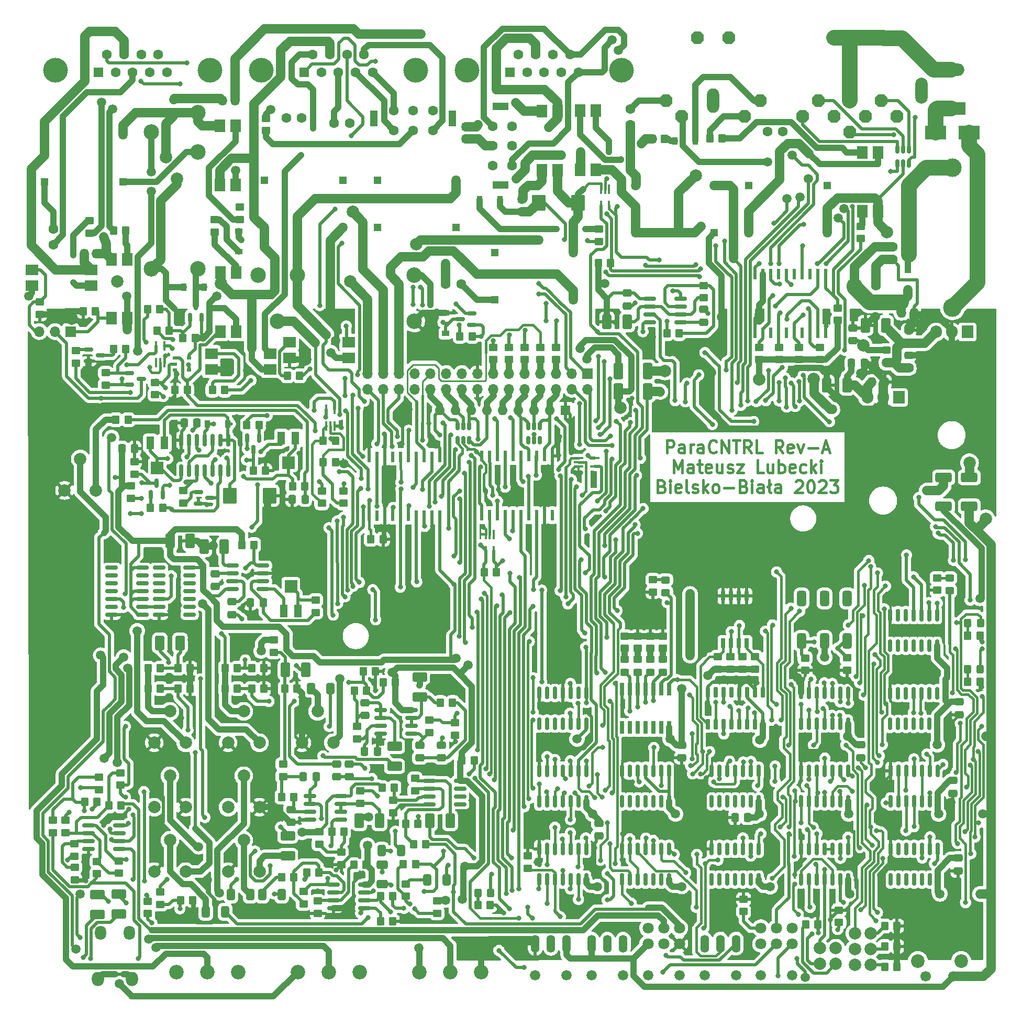
<source format=gtl>
G04 #@! TF.GenerationSoftware,KiCad,Pcbnew,6.0.2+dfsg-1*
G04 #@! TF.CreationDate,2023-04-03T21:56:18+02:00*
G04 #@! TF.ProjectId,fm-rpt-control,666d2d72-7074-42d6-936f-6e74726f6c2e,A*
G04 #@! TF.SameCoordinates,Original*
G04 #@! TF.FileFunction,Copper,L1,Top*
G04 #@! TF.FilePolarity,Positive*
%FSLAX46Y46*%
G04 Gerber Fmt 4.6, Leading zero omitted, Abs format (unit mm)*
G04 Created by KiCad (PCBNEW 6.0.2+dfsg-1) date 2023-04-03 21:56:18*
%MOMM*%
%LPD*%
G01*
G04 APERTURE LIST*
G04 Aperture macros list*
%AMRoundRect*
0 Rectangle with rounded corners*
0 $1 Rounding radius*
0 $2 $3 $4 $5 $6 $7 $8 $9 X,Y pos of 4 corners*
0 Add a 4 corners polygon primitive as box body*
4,1,4,$2,$3,$4,$5,$6,$7,$8,$9,$2,$3,0*
0 Add four circle primitives for the rounded corners*
1,1,$1+$1,$2,$3*
1,1,$1+$1,$4,$5*
1,1,$1+$1,$6,$7*
1,1,$1+$1,$8,$9*
0 Add four rect primitives between the rounded corners*
20,1,$1+$1,$2,$3,$4,$5,0*
20,1,$1+$1,$4,$5,$6,$7,0*
20,1,$1+$1,$6,$7,$8,$9,0*
20,1,$1+$1,$8,$9,$2,$3,0*%
%AMOutline5P*
0 Free polygon, 5 corners , with rotation*
0 The origin of the aperture is its center*
0 number of corners: always 5*
0 $1 to $10 corner X, Y*
0 $11 Rotation angle, in degrees counterclockwise*
0 create outline with 5 corners*
4,1,5,$1,$2,$3,$4,$5,$6,$7,$8,$9,$10,$1,$2,$11*%
%AMOutline6P*
0 Free polygon, 6 corners , with rotation*
0 The origin of the aperture is its center*
0 number of corners: always 6*
0 $1 to $12 corner X, Y*
0 $13 Rotation angle, in degrees counterclockwise*
0 create outline with 6 corners*
4,1,6,$1,$2,$3,$4,$5,$6,$7,$8,$9,$10,$11,$12,$1,$2,$13*%
%AMOutline7P*
0 Free polygon, 7 corners , with rotation*
0 The origin of the aperture is its center*
0 number of corners: always 7*
0 $1 to $14 corner X, Y*
0 $15 Rotation angle, in degrees counterclockwise*
0 create outline with 7 corners*
4,1,7,$1,$2,$3,$4,$5,$6,$7,$8,$9,$10,$11,$12,$13,$14,$1,$2,$15*%
%AMOutline8P*
0 Free polygon, 8 corners , with rotation*
0 The origin of the aperture is its center*
0 number of corners: always 8*
0 $1 to $16 corner X, Y*
0 $17 Rotation angle, in degrees counterclockwise*
0 create outline with 8 corners*
4,1,8,$1,$2,$3,$4,$5,$6,$7,$8,$9,$10,$11,$12,$13,$14,$15,$16,$1,$2,$17*%
G04 Aperture macros list end*
%ADD10C,0.400000*%
G04 #@! TA.AperFunction,NonConductor*
%ADD11C,0.400000*%
G04 #@! TD*
G04 #@! TA.AperFunction,SMDPad,CuDef*
%ADD12RoundRect,0.250000X-0.450000X0.350000X-0.450000X-0.350000X0.450000X-0.350000X0.450000X0.350000X0*%
G04 #@! TD*
G04 #@! TA.AperFunction,SMDPad,CuDef*
%ADD13RoundRect,0.250000X0.350000X0.450000X-0.350000X0.450000X-0.350000X-0.450000X0.350000X-0.450000X0*%
G04 #@! TD*
G04 #@! TA.AperFunction,SMDPad,CuDef*
%ADD14RoundRect,0.250000X-0.350000X-0.450000X0.350000X-0.450000X0.350000X0.450000X-0.350000X0.450000X0*%
G04 #@! TD*
G04 #@! TA.AperFunction,SMDPad,CuDef*
%ADD15RoundRect,0.250001X0.499999X0.924999X-0.499999X0.924999X-0.499999X-0.924999X0.499999X-0.924999X0*%
G04 #@! TD*
G04 #@! TA.AperFunction,SMDPad,CuDef*
%ADD16RoundRect,0.250000X-0.412500X-0.650000X0.412500X-0.650000X0.412500X0.650000X-0.412500X0.650000X0*%
G04 #@! TD*
G04 #@! TA.AperFunction,ComponentPad*
%ADD17C,1.600000*%
G04 #@! TD*
G04 #@! TA.AperFunction,ComponentPad*
%ADD18R,1.200000X2.500000*%
G04 #@! TD*
G04 #@! TA.AperFunction,SMDPad,CuDef*
%ADD19RoundRect,0.250000X-0.475000X0.337500X-0.475000X-0.337500X0.475000X-0.337500X0.475000X0.337500X0*%
G04 #@! TD*
G04 #@! TA.AperFunction,SMDPad,CuDef*
%ADD20R,3.500000X2.300000*%
G04 #@! TD*
G04 #@! TA.AperFunction,ComponentPad*
%ADD21O,1.422400X2.844800*%
G04 #@! TD*
G04 #@! TA.AperFunction,ComponentPad*
%ADD22C,1.676400*%
G04 #@! TD*
G04 #@! TA.AperFunction,ComponentPad*
%ADD23C,2.000000*%
G04 #@! TD*
G04 #@! TA.AperFunction,SMDPad,CuDef*
%ADD24RoundRect,0.150000X0.150000X-0.587500X0.150000X0.587500X-0.150000X0.587500X-0.150000X-0.587500X0*%
G04 #@! TD*
G04 #@! TA.AperFunction,ComponentPad*
%ADD25Outline8P,-0.990600X0.495300X-0.495300X0.990600X0.495300X0.990600X0.990600X0.495300X0.990600X-0.495300X0.495300X-0.990600X-0.495300X-0.990600X-0.990600X-0.495300X180.000000*%
G04 #@! TD*
G04 #@! TA.AperFunction,ComponentPad*
%ADD26O,1.981200X3.962400*%
G04 #@! TD*
G04 #@! TA.AperFunction,SMDPad,CuDef*
%ADD27RoundRect,0.250000X-0.650000X0.412500X-0.650000X-0.412500X0.650000X-0.412500X0.650000X0.412500X0*%
G04 #@! TD*
G04 #@! TA.AperFunction,SMDPad,CuDef*
%ADD28RoundRect,0.250000X0.450000X-0.350000X0.450000X0.350000X-0.450000X0.350000X-0.450000X-0.350000X0*%
G04 #@! TD*
G04 #@! TA.AperFunction,SMDPad,CuDef*
%ADD29RoundRect,0.150000X-0.150000X0.825000X-0.150000X-0.825000X0.150000X-0.825000X0.150000X0.825000X0*%
G04 #@! TD*
G04 #@! TA.AperFunction,SMDPad,CuDef*
%ADD30RoundRect,0.250000X0.337500X0.475000X-0.337500X0.475000X-0.337500X-0.475000X0.337500X-0.475000X0*%
G04 #@! TD*
G04 #@! TA.AperFunction,SMDPad,CuDef*
%ADD31RoundRect,0.250000X0.475000X-0.337500X0.475000X0.337500X-0.475000X0.337500X-0.475000X-0.337500X0*%
G04 #@! TD*
G04 #@! TA.AperFunction,ComponentPad*
%ADD32C,4.000000*%
G04 #@! TD*
G04 #@! TA.AperFunction,ComponentPad*
%ADD33R,1.600000X1.600000*%
G04 #@! TD*
G04 #@! TA.AperFunction,SMDPad,CuDef*
%ADD34RoundRect,0.250000X-0.450000X0.325000X-0.450000X-0.325000X0.450000X-0.325000X0.450000X0.325000X0*%
G04 #@! TD*
G04 #@! TA.AperFunction,SMDPad,CuDef*
%ADD35RoundRect,0.250000X-0.875000X-1.025000X0.875000X-1.025000X0.875000X1.025000X-0.875000X1.025000X0*%
G04 #@! TD*
G04 #@! TA.AperFunction,SMDPad,CuDef*
%ADD36RoundRect,0.150000X-0.825000X-0.150000X0.825000X-0.150000X0.825000X0.150000X-0.825000X0.150000X0*%
G04 #@! TD*
G04 #@! TA.AperFunction,ComponentPad*
%ADD37O,1.600000X1.600000*%
G04 #@! TD*
G04 #@! TA.AperFunction,SMDPad,CuDef*
%ADD38RoundRect,0.250000X0.412500X0.650000X-0.412500X0.650000X-0.412500X-0.650000X0.412500X-0.650000X0*%
G04 #@! TD*
G04 #@! TA.AperFunction,SMDPad,CuDef*
%ADD39R,0.400000X1.500000*%
G04 #@! TD*
G04 #@! TA.AperFunction,ComponentPad*
%ADD40R,1.700000X1.700000*%
G04 #@! TD*
G04 #@! TA.AperFunction,ComponentPad*
%ADD41O,1.700000X1.700000*%
G04 #@! TD*
G04 #@! TA.AperFunction,ComponentPad*
%ADD42R,1.308000X1.308000*%
G04 #@! TD*
G04 #@! TA.AperFunction,SMDPad,CuDef*
%ADD43R,0.660400X2.032000*%
G04 #@! TD*
G04 #@! TA.AperFunction,ComponentPad*
%ADD44C,1.800000*%
G04 #@! TD*
G04 #@! TA.AperFunction,SMDPad,CuDef*
%ADD45RoundRect,0.250000X-0.337500X-0.475000X0.337500X-0.475000X0.337500X0.475000X-0.337500X0.475000X0*%
G04 #@! TD*
G04 #@! TA.AperFunction,SMDPad,CuDef*
%ADD46RoundRect,0.150000X0.150000X-0.512500X0.150000X0.512500X-0.150000X0.512500X-0.150000X-0.512500X0*%
G04 #@! TD*
G04 #@! TA.AperFunction,SMDPad,CuDef*
%ADD47RoundRect,0.375000X0.375000X-0.875000X0.375000X0.875000X-0.375000X0.875000X-0.375000X-0.875000X0*%
G04 #@! TD*
G04 #@! TA.AperFunction,ComponentPad*
%ADD48C,2.340000*%
G04 #@! TD*
G04 #@! TA.AperFunction,ComponentPad*
%ADD49R,2.500000X1.200000*%
G04 #@! TD*
G04 #@! TA.AperFunction,SMDPad,CuDef*
%ADD50R,1.780000X2.000000*%
G04 #@! TD*
G04 #@! TA.AperFunction,SMDPad,CuDef*
%ADD51RoundRect,0.249999X-0.512501X-1.075001X0.512501X-1.075001X0.512501X1.075001X-0.512501X1.075001X0*%
G04 #@! TD*
G04 #@! TA.AperFunction,SMDPad,CuDef*
%ADD52R,0.900000X1.200000*%
G04 #@! TD*
G04 #@! TA.AperFunction,SMDPad,CuDef*
%ADD53RoundRect,0.150000X-0.587500X-0.150000X0.587500X-0.150000X0.587500X0.150000X-0.587500X0.150000X0*%
G04 #@! TD*
G04 #@! TA.AperFunction,SMDPad,CuDef*
%ADD54RoundRect,0.150000X-0.150000X0.587500X-0.150000X-0.587500X0.150000X-0.587500X0.150000X0.587500X0*%
G04 #@! TD*
G04 #@! TA.AperFunction,SMDPad,CuDef*
%ADD55R,0.700000X0.510000*%
G04 #@! TD*
G04 #@! TA.AperFunction,SMDPad,CuDef*
%ADD56RoundRect,0.250001X-0.499999X-0.924999X0.499999X-0.924999X0.499999X0.924999X-0.499999X0.924999X0*%
G04 #@! TD*
G04 #@! TA.AperFunction,ComponentPad*
%ADD57O,1.800000X2.300000*%
G04 #@! TD*
G04 #@! TA.AperFunction,ComponentPad*
%ADD58O,2.000000X2.300000*%
G04 #@! TD*
G04 #@! TA.AperFunction,SMDPad,CuDef*
%ADD59R,1.500000X0.400000*%
G04 #@! TD*
G04 #@! TA.AperFunction,SMDPad,CuDef*
%ADD60R,2.000000X1.780000*%
G04 #@! TD*
G04 #@! TA.AperFunction,ComponentPad*
%ADD61C,2.200000*%
G04 #@! TD*
G04 #@! TA.AperFunction,ComponentPad*
%ADD62C,1.700000*%
G04 #@! TD*
G04 #@! TA.AperFunction,SMDPad,CuDef*
%ADD63RoundRect,0.150000X0.587500X0.150000X-0.587500X0.150000X-0.587500X-0.150000X0.587500X-0.150000X0*%
G04 #@! TD*
G04 #@! TA.AperFunction,SMDPad,CuDef*
%ADD64R,1.300000X2.000000*%
G04 #@! TD*
G04 #@! TA.AperFunction,SMDPad,CuDef*
%ADD65R,2.000000X2.000000*%
G04 #@! TD*
G04 #@! TA.AperFunction,SMDPad,CuDef*
%ADD66RoundRect,0.150000X-0.150000X0.725000X-0.150000X-0.725000X0.150000X-0.725000X0.150000X0.725000X0*%
G04 #@! TD*
G04 #@! TA.AperFunction,SMDPad,CuDef*
%ADD67RoundRect,0.250001X-0.924999X0.499999X-0.924999X-0.499999X0.924999X-0.499999X0.924999X0.499999X0*%
G04 #@! TD*
G04 #@! TA.AperFunction,SMDPad,CuDef*
%ADD68R,0.533400X1.803400*%
G04 #@! TD*
G04 #@! TA.AperFunction,SMDPad,CuDef*
%ADD69RoundRect,0.249999X-1.075001X0.512501X-1.075001X-0.512501X1.075001X-0.512501X1.075001X0.512501X0*%
G04 #@! TD*
G04 #@! TA.AperFunction,SMDPad,CuDef*
%ADD70RoundRect,0.250000X-0.325000X-0.450000X0.325000X-0.450000X0.325000X0.450000X-0.325000X0.450000X0*%
G04 #@! TD*
G04 #@! TA.AperFunction,SMDPad,CuDef*
%ADD71RoundRect,0.250001X0.924999X-0.499999X0.924999X0.499999X-0.924999X0.499999X-0.924999X-0.499999X0*%
G04 #@! TD*
G04 #@! TA.AperFunction,ComponentPad*
%ADD72R,1.905000X2.000000*%
G04 #@! TD*
G04 #@! TA.AperFunction,ComponentPad*
%ADD73O,1.905000X2.000000*%
G04 #@! TD*
G04 #@! TA.AperFunction,SMDPad,CuDef*
%ADD74R,1.200000X0.900000*%
G04 #@! TD*
G04 #@! TA.AperFunction,ComponentPad*
%ADD75R,4.600000X2.000000*%
G04 #@! TD*
G04 #@! TA.AperFunction,ComponentPad*
%ADD76O,4.200000X2.000000*%
G04 #@! TD*
G04 #@! TA.AperFunction,ComponentPad*
%ADD77O,2.000000X4.200000*%
G04 #@! TD*
G04 #@! TA.AperFunction,ComponentPad*
%ADD78C,3.000000*%
G04 #@! TD*
G04 #@! TA.AperFunction,ComponentPad*
%ADD79C,2.500000*%
G04 #@! TD*
G04 #@! TA.AperFunction,SMDPad,CuDef*
%ADD80R,0.760000X1.600000*%
G04 #@! TD*
G04 #@! TA.AperFunction,SMDPad,CuDef*
%ADD81RoundRect,0.250000X0.450000X-0.325000X0.450000X0.325000X-0.450000X0.325000X-0.450000X-0.325000X0*%
G04 #@! TD*
G04 #@! TA.AperFunction,ComponentPad*
%ADD82C,1.981200*%
G04 #@! TD*
G04 #@! TA.AperFunction,SMDPad,CuDef*
%ADD83R,1.000000X1.000000*%
G04 #@! TD*
G04 #@! TA.AperFunction,SMDPad,CuDef*
%ADD84R,2.600000X0.600000*%
G04 #@! TD*
G04 #@! TA.AperFunction,ComponentPad*
%ADD85C,0.500000*%
G04 #@! TD*
G04 #@! TA.AperFunction,ViaPad*
%ADD86C,1.500000*%
G04 #@! TD*
G04 #@! TA.AperFunction,ViaPad*
%ADD87C,0.800000*%
G04 #@! TD*
G04 #@! TA.AperFunction,ViaPad*
%ADD88C,2.000000*%
G04 #@! TD*
G04 #@! TA.AperFunction,Conductor*
%ADD89C,1.524000*%
G04 #@! TD*
G04 #@! TA.AperFunction,Conductor*
%ADD90C,1.016000*%
G04 #@! TD*
G04 #@! TA.AperFunction,Conductor*
%ADD91C,0.508000*%
G04 #@! TD*
G04 #@! TA.AperFunction,Conductor*
%ADD92C,0.381000*%
G04 #@! TD*
G04 #@! TA.AperFunction,Conductor*
%ADD93C,0.254000*%
G04 #@! TD*
G04 #@! TA.AperFunction,Conductor*
%ADD94C,2.540000*%
G04 #@! TD*
G04 APERTURE END LIST*
D10*
D11*
X120752380Y-85084761D02*
X120752380Y-83084761D01*
X121514285Y-83084761D01*
X121704761Y-83180000D01*
X121800000Y-83275238D01*
X121895238Y-83465714D01*
X121895238Y-83751428D01*
X121800000Y-83941904D01*
X121704761Y-84037142D01*
X121514285Y-84132380D01*
X120752380Y-84132380D01*
X123609523Y-85084761D02*
X123609523Y-84037142D01*
X123514285Y-83846666D01*
X123323809Y-83751428D01*
X122942857Y-83751428D01*
X122752380Y-83846666D01*
X123609523Y-84989523D02*
X123419047Y-85084761D01*
X122942857Y-85084761D01*
X122752380Y-84989523D01*
X122657142Y-84799047D01*
X122657142Y-84608571D01*
X122752380Y-84418095D01*
X122942857Y-84322857D01*
X123419047Y-84322857D01*
X123609523Y-84227619D01*
X124561904Y-85084761D02*
X124561904Y-83751428D01*
X124561904Y-84132380D02*
X124657142Y-83941904D01*
X124752380Y-83846666D01*
X124942857Y-83751428D01*
X125133333Y-83751428D01*
X126657142Y-85084761D02*
X126657142Y-84037142D01*
X126561904Y-83846666D01*
X126371428Y-83751428D01*
X125990476Y-83751428D01*
X125800000Y-83846666D01*
X126657142Y-84989523D02*
X126466666Y-85084761D01*
X125990476Y-85084761D01*
X125800000Y-84989523D01*
X125704761Y-84799047D01*
X125704761Y-84608571D01*
X125800000Y-84418095D01*
X125990476Y-84322857D01*
X126466666Y-84322857D01*
X126657142Y-84227619D01*
X128752380Y-84894285D02*
X128657142Y-84989523D01*
X128371428Y-85084761D01*
X128180952Y-85084761D01*
X127895238Y-84989523D01*
X127704761Y-84799047D01*
X127609523Y-84608571D01*
X127514285Y-84227619D01*
X127514285Y-83941904D01*
X127609523Y-83560952D01*
X127704761Y-83370476D01*
X127895238Y-83180000D01*
X128180952Y-83084761D01*
X128371428Y-83084761D01*
X128657142Y-83180000D01*
X128752380Y-83275238D01*
X129609523Y-85084761D02*
X129609523Y-83084761D01*
X130752380Y-85084761D01*
X130752380Y-83084761D01*
X131419047Y-83084761D02*
X132561904Y-83084761D01*
X131990476Y-85084761D02*
X131990476Y-83084761D01*
X134371428Y-85084761D02*
X133704761Y-84132380D01*
X133228571Y-85084761D02*
X133228571Y-83084761D01*
X133990476Y-83084761D01*
X134180952Y-83180000D01*
X134276190Y-83275238D01*
X134371428Y-83465714D01*
X134371428Y-83751428D01*
X134276190Y-83941904D01*
X134180952Y-84037142D01*
X133990476Y-84132380D01*
X133228571Y-84132380D01*
X136180952Y-85084761D02*
X135228571Y-85084761D01*
X135228571Y-83084761D01*
X139514285Y-85084761D02*
X138847619Y-84132380D01*
X138371428Y-85084761D02*
X138371428Y-83084761D01*
X139133333Y-83084761D01*
X139323809Y-83180000D01*
X139419047Y-83275238D01*
X139514285Y-83465714D01*
X139514285Y-83751428D01*
X139419047Y-83941904D01*
X139323809Y-84037142D01*
X139133333Y-84132380D01*
X138371428Y-84132380D01*
X141133333Y-84989523D02*
X140942857Y-85084761D01*
X140561904Y-85084761D01*
X140371428Y-84989523D01*
X140276190Y-84799047D01*
X140276190Y-84037142D01*
X140371428Y-83846666D01*
X140561904Y-83751428D01*
X140942857Y-83751428D01*
X141133333Y-83846666D01*
X141228571Y-84037142D01*
X141228571Y-84227619D01*
X140276190Y-84418095D01*
X141895238Y-83751428D02*
X142371428Y-85084761D01*
X142847619Y-83751428D01*
X143609523Y-84322857D02*
X145133333Y-84322857D01*
X145990476Y-84513333D02*
X146942857Y-84513333D01*
X145800000Y-85084761D02*
X146466666Y-83084761D01*
X147133333Y-85084761D01*
X121895238Y-88304761D02*
X121895238Y-86304761D01*
X122561904Y-87733333D01*
X123228571Y-86304761D01*
X123228571Y-88304761D01*
X125038095Y-88304761D02*
X125038095Y-87257142D01*
X124942857Y-87066666D01*
X124752380Y-86971428D01*
X124371428Y-86971428D01*
X124180952Y-87066666D01*
X125038095Y-88209523D02*
X124847619Y-88304761D01*
X124371428Y-88304761D01*
X124180952Y-88209523D01*
X124085714Y-88019047D01*
X124085714Y-87828571D01*
X124180952Y-87638095D01*
X124371428Y-87542857D01*
X124847619Y-87542857D01*
X125038095Y-87447619D01*
X125704761Y-86971428D02*
X126466666Y-86971428D01*
X125990476Y-86304761D02*
X125990476Y-88019047D01*
X126085714Y-88209523D01*
X126276190Y-88304761D01*
X126466666Y-88304761D01*
X127895238Y-88209523D02*
X127704761Y-88304761D01*
X127323809Y-88304761D01*
X127133333Y-88209523D01*
X127038095Y-88019047D01*
X127038095Y-87257142D01*
X127133333Y-87066666D01*
X127323809Y-86971428D01*
X127704761Y-86971428D01*
X127895238Y-87066666D01*
X127990476Y-87257142D01*
X127990476Y-87447619D01*
X127038095Y-87638095D01*
X129704761Y-86971428D02*
X129704761Y-88304761D01*
X128847619Y-86971428D02*
X128847619Y-88019047D01*
X128942857Y-88209523D01*
X129133333Y-88304761D01*
X129419047Y-88304761D01*
X129609523Y-88209523D01*
X129704761Y-88114285D01*
X130561904Y-88209523D02*
X130752380Y-88304761D01*
X131133333Y-88304761D01*
X131323809Y-88209523D01*
X131419047Y-88019047D01*
X131419047Y-87923809D01*
X131323809Y-87733333D01*
X131133333Y-87638095D01*
X130847619Y-87638095D01*
X130657142Y-87542857D01*
X130561904Y-87352380D01*
X130561904Y-87257142D01*
X130657142Y-87066666D01*
X130847619Y-86971428D01*
X131133333Y-86971428D01*
X131323809Y-87066666D01*
X132085714Y-86971428D02*
X133133333Y-86971428D01*
X132085714Y-88304761D01*
X133133333Y-88304761D01*
X136371428Y-88304761D02*
X135419047Y-88304761D01*
X135419047Y-86304761D01*
X137895238Y-86971428D02*
X137895238Y-88304761D01*
X137038095Y-86971428D02*
X137038095Y-88019047D01*
X137133333Y-88209523D01*
X137323809Y-88304761D01*
X137609523Y-88304761D01*
X137800000Y-88209523D01*
X137895238Y-88114285D01*
X138847619Y-88304761D02*
X138847619Y-86304761D01*
X138847619Y-87066666D02*
X139038095Y-86971428D01*
X139419047Y-86971428D01*
X139609523Y-87066666D01*
X139704761Y-87161904D01*
X139800000Y-87352380D01*
X139800000Y-87923809D01*
X139704761Y-88114285D01*
X139609523Y-88209523D01*
X139419047Y-88304761D01*
X139038095Y-88304761D01*
X138847619Y-88209523D01*
X141419047Y-88209523D02*
X141228571Y-88304761D01*
X140847619Y-88304761D01*
X140657142Y-88209523D01*
X140561904Y-88019047D01*
X140561904Y-87257142D01*
X140657142Y-87066666D01*
X140847619Y-86971428D01*
X141228571Y-86971428D01*
X141419047Y-87066666D01*
X141514285Y-87257142D01*
X141514285Y-87447619D01*
X140561904Y-87638095D01*
X143228571Y-88209523D02*
X143038095Y-88304761D01*
X142657142Y-88304761D01*
X142466666Y-88209523D01*
X142371428Y-88114285D01*
X142276190Y-87923809D01*
X142276190Y-87352380D01*
X142371428Y-87161904D01*
X142466666Y-87066666D01*
X142657142Y-86971428D01*
X143038095Y-86971428D01*
X143228571Y-87066666D01*
X144085714Y-88304761D02*
X144085714Y-86304761D01*
X144276190Y-87542857D02*
X144847619Y-88304761D01*
X144847619Y-86971428D02*
X144085714Y-87733333D01*
X145704761Y-88304761D02*
X145704761Y-86971428D01*
X145704761Y-86304761D02*
X145609523Y-86400000D01*
X145704761Y-86495238D01*
X145800000Y-86400000D01*
X145704761Y-86304761D01*
X145704761Y-86495238D01*
X119942857Y-90477142D02*
X120228571Y-90572380D01*
X120323809Y-90667619D01*
X120419047Y-90858095D01*
X120419047Y-91143809D01*
X120323809Y-91334285D01*
X120228571Y-91429523D01*
X120038095Y-91524761D01*
X119276190Y-91524761D01*
X119276190Y-89524761D01*
X119942857Y-89524761D01*
X120133333Y-89620000D01*
X120228571Y-89715238D01*
X120323809Y-89905714D01*
X120323809Y-90096190D01*
X120228571Y-90286666D01*
X120133333Y-90381904D01*
X119942857Y-90477142D01*
X119276190Y-90477142D01*
X121276190Y-91524761D02*
X121276190Y-90191428D01*
X121276190Y-89524761D02*
X121180952Y-89620000D01*
X121276190Y-89715238D01*
X121371428Y-89620000D01*
X121276190Y-89524761D01*
X121276190Y-89715238D01*
X122990476Y-91429523D02*
X122800000Y-91524761D01*
X122419047Y-91524761D01*
X122228571Y-91429523D01*
X122133333Y-91239047D01*
X122133333Y-90477142D01*
X122228571Y-90286666D01*
X122419047Y-90191428D01*
X122800000Y-90191428D01*
X122990476Y-90286666D01*
X123085714Y-90477142D01*
X123085714Y-90667619D01*
X122133333Y-90858095D01*
X124228571Y-91524761D02*
X124038095Y-91429523D01*
X123942857Y-91239047D01*
X123942857Y-89524761D01*
X124895238Y-91429523D02*
X125085714Y-91524761D01*
X125466666Y-91524761D01*
X125657142Y-91429523D01*
X125752380Y-91239047D01*
X125752380Y-91143809D01*
X125657142Y-90953333D01*
X125466666Y-90858095D01*
X125180952Y-90858095D01*
X124990476Y-90762857D01*
X124895238Y-90572380D01*
X124895238Y-90477142D01*
X124990476Y-90286666D01*
X125180952Y-90191428D01*
X125466666Y-90191428D01*
X125657142Y-90286666D01*
X126609523Y-91524761D02*
X126609523Y-89524761D01*
X126800000Y-90762857D02*
X127371428Y-91524761D01*
X127371428Y-90191428D02*
X126609523Y-90953333D01*
X128514285Y-91524761D02*
X128323809Y-91429523D01*
X128228571Y-91334285D01*
X128133333Y-91143809D01*
X128133333Y-90572380D01*
X128228571Y-90381904D01*
X128323809Y-90286666D01*
X128514285Y-90191428D01*
X128800000Y-90191428D01*
X128990476Y-90286666D01*
X129085714Y-90381904D01*
X129180952Y-90572380D01*
X129180952Y-91143809D01*
X129085714Y-91334285D01*
X128990476Y-91429523D01*
X128800000Y-91524761D01*
X128514285Y-91524761D01*
X130038095Y-90762857D02*
X131561904Y-90762857D01*
X133180952Y-90477142D02*
X133466666Y-90572380D01*
X133561904Y-90667619D01*
X133657142Y-90858095D01*
X133657142Y-91143809D01*
X133561904Y-91334285D01*
X133466666Y-91429523D01*
X133276190Y-91524761D01*
X132514285Y-91524761D01*
X132514285Y-89524761D01*
X133180952Y-89524761D01*
X133371428Y-89620000D01*
X133466666Y-89715238D01*
X133561904Y-89905714D01*
X133561904Y-90096190D01*
X133466666Y-90286666D01*
X133371428Y-90381904D01*
X133180952Y-90477142D01*
X132514285Y-90477142D01*
X134514285Y-91524761D02*
X134514285Y-90191428D01*
X134514285Y-89524761D02*
X134419047Y-89620000D01*
X134514285Y-89715238D01*
X134609523Y-89620000D01*
X134514285Y-89524761D01*
X134514285Y-89715238D01*
X136323809Y-91524761D02*
X136323809Y-90477142D01*
X136228571Y-90286666D01*
X136038095Y-90191428D01*
X135657142Y-90191428D01*
X135466666Y-90286666D01*
X136323809Y-91429523D02*
X136133333Y-91524761D01*
X135657142Y-91524761D01*
X135466666Y-91429523D01*
X135371428Y-91239047D01*
X135371428Y-91048571D01*
X135466666Y-90858095D01*
X135657142Y-90762857D01*
X136133333Y-90762857D01*
X136323809Y-90667619D01*
X137561904Y-91524761D02*
X137371428Y-91429523D01*
X137276190Y-91239047D01*
X137276190Y-89524761D01*
X136990476Y-90572380D02*
X137561904Y-90191428D01*
X139180952Y-91524761D02*
X139180952Y-90477142D01*
X139085714Y-90286666D01*
X138895238Y-90191428D01*
X138514285Y-90191428D01*
X138323809Y-90286666D01*
X139180952Y-91429523D02*
X138990476Y-91524761D01*
X138514285Y-91524761D01*
X138323809Y-91429523D01*
X138228571Y-91239047D01*
X138228571Y-91048571D01*
X138323809Y-90858095D01*
X138514285Y-90762857D01*
X138990476Y-90762857D01*
X139180952Y-90667619D01*
X141561904Y-89715238D02*
X141657142Y-89620000D01*
X141847619Y-89524761D01*
X142323809Y-89524761D01*
X142514285Y-89620000D01*
X142609523Y-89715238D01*
X142704761Y-89905714D01*
X142704761Y-90096190D01*
X142609523Y-90381904D01*
X141466666Y-91524761D01*
X142704761Y-91524761D01*
X143942857Y-89524761D02*
X144133333Y-89524761D01*
X144323809Y-89620000D01*
X144419047Y-89715238D01*
X144514285Y-89905714D01*
X144609523Y-90286666D01*
X144609523Y-90762857D01*
X144514285Y-91143809D01*
X144419047Y-91334285D01*
X144323809Y-91429523D01*
X144133333Y-91524761D01*
X143942857Y-91524761D01*
X143752380Y-91429523D01*
X143657142Y-91334285D01*
X143561904Y-91143809D01*
X143466666Y-90762857D01*
X143466666Y-90286666D01*
X143561904Y-89905714D01*
X143657142Y-89715238D01*
X143752380Y-89620000D01*
X143942857Y-89524761D01*
X145371428Y-89715238D02*
X145466666Y-89620000D01*
X145657142Y-89524761D01*
X146133333Y-89524761D01*
X146323809Y-89620000D01*
X146419047Y-89715238D01*
X146514285Y-89905714D01*
X146514285Y-90096190D01*
X146419047Y-90381904D01*
X145276190Y-91524761D01*
X146514285Y-91524761D01*
X147180952Y-89524761D02*
X148419047Y-89524761D01*
X147752380Y-90286666D01*
X148038095Y-90286666D01*
X148228571Y-90381904D01*
X148323809Y-90477142D01*
X148419047Y-90667619D01*
X148419047Y-91143809D01*
X148323809Y-91334285D01*
X148228571Y-91429523D01*
X148038095Y-91524761D01*
X147466666Y-91524761D01*
X147276190Y-91429523D01*
X147180952Y-91334285D01*
D12*
X88300000Y-32400000D03*
X88300000Y-34400000D03*
D13*
X50900000Y-28200000D03*
X48900000Y-28200000D03*
D14*
X26500000Y-52900000D03*
X28500000Y-52900000D03*
D13*
X54000000Y-99950000D03*
X52000000Y-99950000D03*
D15*
X114325000Y-63950000D03*
X111075000Y-63950000D03*
D16*
X74637500Y-149352000D03*
X77762500Y-149352000D03*
D17*
X76575000Y-29826000D03*
X79750000Y-29826000D03*
X82925000Y-29826000D03*
X76575000Y-33001000D03*
X79750000Y-33001000D03*
X82925000Y-33001000D03*
D18*
X73400000Y-31096000D03*
X86100000Y-31096000D03*
D19*
X157226000Y-51794500D03*
X157226000Y-53869500D03*
D15*
X149875000Y-74150000D03*
X146625000Y-74150000D03*
D13*
X89250000Y-66250000D03*
X87250000Y-66250000D03*
X81772000Y-148336000D03*
X79772000Y-148336000D03*
D20*
X169630000Y-33370000D03*
X164230000Y-33370000D03*
D21*
X104550000Y-164400000D03*
X102010000Y-164400000D03*
X99470000Y-164400000D03*
D22*
X104550000Y-169480000D03*
X99470000Y-169480000D03*
D12*
X25000000Y-152050000D03*
X25000000Y-154050000D03*
D23*
X42926000Y-131941000D03*
X40386000Y-126861000D03*
X37846000Y-131941000D03*
D24*
X43630000Y-63207500D03*
X45530000Y-63207500D03*
X44580000Y-61332500D03*
D23*
X54864000Y-142355000D03*
X52324000Y-137275000D03*
X49784000Y-142355000D03*
D25*
X120580000Y-28210000D03*
D26*
X128200000Y-28210000D03*
D25*
X135820000Y-28210000D03*
X123120000Y-30750000D03*
X133280000Y-30750000D03*
X130740000Y-18050000D03*
X125660000Y-18050000D03*
D27*
X74676000Y-151638000D03*
X74676000Y-154763000D03*
D28*
X97756000Y-70056000D03*
X97756000Y-68056000D03*
X64262000Y-159496000D03*
X64262000Y-157496000D03*
D29*
X121110000Y-136465000D03*
X119840000Y-136465000D03*
X118570000Y-136465000D03*
X117300000Y-136465000D03*
X116030000Y-136465000D03*
X114760000Y-136465000D03*
X113490000Y-136465000D03*
X113490000Y-141415000D03*
X114760000Y-141415000D03*
X116030000Y-141415000D03*
X117300000Y-141415000D03*
X118570000Y-141415000D03*
X119840000Y-141415000D03*
X121110000Y-141415000D03*
D14*
X72850000Y-99050000D03*
X74850000Y-99050000D03*
D29*
X150070000Y-136455000D03*
X148800000Y-136455000D03*
X147530000Y-136455000D03*
X146260000Y-136455000D03*
X144990000Y-136455000D03*
X143720000Y-136455000D03*
X142450000Y-136455000D03*
X142450000Y-141405000D03*
X143720000Y-141405000D03*
X144990000Y-141405000D03*
X146260000Y-141405000D03*
X147530000Y-141405000D03*
X148800000Y-141405000D03*
X150070000Y-141405000D03*
D30*
X55487500Y-109300000D03*
X53412500Y-109300000D03*
D14*
X49292000Y-123190000D03*
X51292000Y-123190000D03*
D31*
X159860000Y-71387500D03*
X159860000Y-69312500D03*
D28*
X129000000Y-120050000D03*
X129000000Y-118050000D03*
X32400000Y-138800000D03*
X32400000Y-136800000D03*
D32*
X46850000Y-23280331D03*
X21850000Y-23280331D03*
D33*
X28810000Y-23580331D03*
D17*
X31580000Y-23580331D03*
X34350000Y-23580331D03*
X37120000Y-23580331D03*
X39890000Y-23580331D03*
X30195000Y-20740331D03*
X32965000Y-20740331D03*
X35735000Y-20740331D03*
X38505000Y-20740331D03*
D31*
X47750000Y-106687500D03*
X47750000Y-104612500D03*
D34*
X120100000Y-118475000D03*
X120100000Y-120525000D03*
D35*
X100000000Y-44700000D03*
X106400000Y-44700000D03*
D31*
X59944000Y-144785500D03*
X59944000Y-142710500D03*
D29*
X121120000Y-149095000D03*
X119850000Y-149095000D03*
X118580000Y-149095000D03*
X117310000Y-149095000D03*
X116040000Y-149095000D03*
X114770000Y-149095000D03*
X113500000Y-149095000D03*
X113500000Y-154045000D03*
X114770000Y-154045000D03*
X116040000Y-154045000D03*
X117310000Y-154045000D03*
X118580000Y-154045000D03*
X119850000Y-154045000D03*
X121120000Y-154045000D03*
D36*
X50475000Y-103295000D03*
X50475000Y-104565000D03*
X50475000Y-105835000D03*
X50475000Y-107105000D03*
X55425000Y-107105000D03*
X55425000Y-105835000D03*
X55425000Y-104565000D03*
X55425000Y-103295000D03*
D33*
X104375000Y-78200000D03*
D37*
X101835000Y-78200000D03*
X99295000Y-78200000D03*
X96755000Y-78200000D03*
X94215000Y-78200000D03*
X91675000Y-78200000D03*
X89135000Y-78200000D03*
X86595000Y-78200000D03*
X84055000Y-78200000D03*
D14*
X41672000Y-123190000D03*
X43672000Y-123190000D03*
D13*
X43200000Y-74950000D03*
X41200000Y-74950000D03*
D29*
X49860000Y-83025000D03*
X48590000Y-83025000D03*
X47320000Y-83025000D03*
X46050000Y-83025000D03*
X44780000Y-83025000D03*
X43510000Y-83025000D03*
X42240000Y-83025000D03*
X42240000Y-87975000D03*
X43510000Y-87975000D03*
X44780000Y-87975000D03*
X46050000Y-87975000D03*
X47320000Y-87975000D03*
X48590000Y-87975000D03*
X49860000Y-87975000D03*
D13*
X32500000Y-142100000D03*
X30500000Y-142100000D03*
D38*
X58458500Y-156464000D03*
X55333500Y-156464000D03*
D39*
X92750000Y-98270000D03*
X92100000Y-98270000D03*
X91450000Y-98270000D03*
X91450000Y-100930000D03*
X92750000Y-100930000D03*
D23*
X145530000Y-165130000D03*
X148070000Y-165130000D03*
X145530000Y-167670000D03*
X148070000Y-167670000D03*
D39*
X111400000Y-42470000D03*
X110750000Y-42470000D03*
X110100000Y-42470000D03*
X110100000Y-45130000D03*
X111400000Y-45130000D03*
D12*
X135670000Y-68030000D03*
X135670000Y-70030000D03*
D40*
X24335000Y-65500000D03*
D41*
X21795000Y-65500000D03*
X19255000Y-65500000D03*
D14*
X53850000Y-88000000D03*
X55850000Y-88000000D03*
D12*
X143100000Y-118250000D03*
X143100000Y-120250000D03*
D13*
X67150000Y-86570000D03*
X65150000Y-86570000D03*
D28*
X28950000Y-139500000D03*
X28950000Y-137500000D03*
D29*
X135600000Y-149085000D03*
X134330000Y-149085000D03*
X133060000Y-149085000D03*
X131790000Y-149085000D03*
X130520000Y-149085000D03*
X129250000Y-149085000D03*
X127980000Y-149085000D03*
X127980000Y-154035000D03*
X129250000Y-154035000D03*
X130520000Y-154035000D03*
X131790000Y-154035000D03*
X133060000Y-154035000D03*
X134330000Y-154035000D03*
X135600000Y-154035000D03*
D17*
X114830000Y-29570000D03*
X114830000Y-32070000D03*
D42*
X105615000Y-60375000D03*
X105615000Y-52755000D03*
X92915000Y-60375000D03*
X92915000Y-52755000D03*
D14*
X127690000Y-34320000D03*
X129690000Y-34320000D03*
D17*
X59200000Y-31000000D03*
X61700000Y-31000000D03*
D12*
X71120000Y-139716000D03*
X71120000Y-141716000D03*
D36*
X63057000Y-140573000D03*
X63057000Y-141843000D03*
X63057000Y-143113000D03*
X63057000Y-144383000D03*
X68007000Y-144383000D03*
X68007000Y-143113000D03*
X68007000Y-141843000D03*
X68007000Y-140573000D03*
D12*
X82296000Y-128286000D03*
X82296000Y-130286000D03*
D36*
X27225000Y-145245000D03*
X27225000Y-146515000D03*
X27225000Y-147785000D03*
X27225000Y-149055000D03*
X32175000Y-149055000D03*
X32175000Y-147785000D03*
X32175000Y-146515000D03*
X32175000Y-145245000D03*
D28*
X28600000Y-153100000D03*
X28600000Y-151100000D03*
D14*
X53610000Y-123190000D03*
X55610000Y-123190000D03*
D43*
X121110000Y-123306600D03*
X119840000Y-123306600D03*
X118570000Y-123306600D03*
X117300000Y-123306600D03*
X116030000Y-123306600D03*
X114760000Y-123306600D03*
X113490000Y-123306600D03*
X113490000Y-129453400D03*
X114760000Y-129453400D03*
X116030000Y-129453400D03*
X117300000Y-129453400D03*
X118570000Y-129453400D03*
X119840000Y-129453400D03*
X121110000Y-129453400D03*
D31*
X84300000Y-134387500D03*
X84300000Y-132312500D03*
D44*
X122790000Y-164420000D03*
X120250000Y-164420000D03*
X117710000Y-164420000D03*
X122790000Y-161880000D03*
X120250000Y-161880000D03*
X117710000Y-161880000D03*
D22*
X122790000Y-169500000D03*
X117710000Y-169500000D03*
D45*
X32612500Y-84400000D03*
X34687500Y-84400000D03*
D13*
X33650000Y-79750000D03*
X31650000Y-79750000D03*
D28*
X118500000Y-107600000D03*
X118500000Y-105600000D03*
D14*
X58944000Y-123190000D03*
X60944000Y-123190000D03*
D28*
X92676000Y-70056000D03*
X92676000Y-68056000D03*
X80010000Y-139684000D03*
X80010000Y-137684000D03*
D13*
X76850000Y-122200000D03*
X74850000Y-122200000D03*
D12*
X42550000Y-91200000D03*
X42550000Y-93200000D03*
D42*
X55675000Y-41095000D03*
X55675000Y-48715000D03*
X68375000Y-41095000D03*
X68375000Y-48715000D03*
D46*
X98330000Y-83037500D03*
X99280000Y-83037500D03*
X100230000Y-83037500D03*
X100230000Y-80762500D03*
X99280000Y-80762500D03*
X98330000Y-80762500D03*
D12*
X149883500Y-118200000D03*
X149883500Y-120200000D03*
D29*
X107720000Y-136475000D03*
X106450000Y-136475000D03*
X105180000Y-136475000D03*
X103910000Y-136475000D03*
X102640000Y-136475000D03*
X101370000Y-136475000D03*
X100100000Y-136475000D03*
X100100000Y-141425000D03*
X101370000Y-141425000D03*
X102640000Y-141425000D03*
X103910000Y-141425000D03*
X105180000Y-141425000D03*
X106450000Y-141425000D03*
X107720000Y-141425000D03*
D12*
X58674000Y-135382000D03*
X58674000Y-137382000D03*
D29*
X107710000Y-123895000D03*
X106440000Y-123895000D03*
X105170000Y-123895000D03*
X103900000Y-123895000D03*
X102630000Y-123895000D03*
X101360000Y-123895000D03*
X100090000Y-123895000D03*
X100090000Y-128845000D03*
X101360000Y-128845000D03*
X102630000Y-128845000D03*
X103900000Y-128845000D03*
X105170000Y-128845000D03*
X106440000Y-128845000D03*
X107710000Y-128845000D03*
D47*
X142552000Y-115479000D03*
X146235000Y-115479000D03*
X149918000Y-115479000D03*
X142552000Y-108621000D03*
X146235000Y-108621000D03*
X149918000Y-108621000D03*
D14*
X37200000Y-93950000D03*
X39200000Y-93950000D03*
D17*
X66950000Y-31800000D03*
X69450000Y-31800000D03*
D38*
X53378500Y-156464000D03*
X50253500Y-156464000D03*
D28*
X24950000Y-150250000D03*
X24950000Y-148250000D03*
D48*
X41450000Y-168950000D03*
X46450000Y-168950000D03*
X51450000Y-168950000D03*
D14*
X70120000Y-151638000D03*
X72120000Y-151638000D03*
D17*
X92576000Y-38675000D03*
X92576000Y-35500000D03*
X92576000Y-32325000D03*
X95751000Y-38675000D03*
X95751000Y-35500000D03*
X95751000Y-32325000D03*
D49*
X93846000Y-41850000D03*
X93846000Y-29150000D03*
D28*
X164450000Y-107300000D03*
X164450000Y-105300000D03*
D14*
X38280000Y-65370000D03*
X40280000Y-65370000D03*
D36*
X74487000Y-126619000D03*
X74487000Y-127889000D03*
X74487000Y-129159000D03*
X74487000Y-130429000D03*
X79437000Y-130429000D03*
X79437000Y-129159000D03*
X79437000Y-127889000D03*
X79437000Y-126619000D03*
D50*
X51070000Y-55985000D03*
X48530000Y-55985000D03*
X48530000Y-65515000D03*
X51070000Y-65515000D03*
D31*
X150850000Y-66987500D03*
X150850000Y-64912500D03*
D51*
X112944500Y-71850000D03*
X117619500Y-71850000D03*
D31*
X114325000Y-61362500D03*
X114325000Y-59287500D03*
X50400000Y-111237500D03*
X50400000Y-109162500D03*
D50*
X100530000Y-39415000D03*
X103070000Y-39415000D03*
X103070000Y-29885000D03*
X100530000Y-29885000D03*
D36*
X66867000Y-154813000D03*
X66867000Y-156083000D03*
X66867000Y-157353000D03*
X66867000Y-158623000D03*
X71817000Y-158623000D03*
X71817000Y-157353000D03*
X71817000Y-156083000D03*
X71817000Y-154813000D03*
D40*
X107939000Y-72265000D03*
D41*
X107939000Y-74805000D03*
X105399000Y-72265000D03*
X105399000Y-74805000D03*
X102859000Y-72265000D03*
X102859000Y-74805000D03*
X100319000Y-72265000D03*
X100319000Y-74805000D03*
X97779000Y-72265000D03*
X97779000Y-74805000D03*
X95239000Y-72265000D03*
X95239000Y-74805000D03*
X92699000Y-72265000D03*
X92699000Y-74805000D03*
X90159000Y-72265000D03*
X90159000Y-74805000D03*
X87619000Y-72265000D03*
X87619000Y-74805000D03*
X85079000Y-72265000D03*
X85079000Y-74805000D03*
X82539000Y-72265000D03*
X82539000Y-74805000D03*
X79999000Y-72265000D03*
X79999000Y-74805000D03*
X77459000Y-72265000D03*
X77459000Y-74805000D03*
X74919000Y-72265000D03*
X74919000Y-74805000D03*
X72379000Y-72265000D03*
X72379000Y-74805000D03*
D29*
X164540000Y-136475000D03*
X163270000Y-136475000D03*
X162000000Y-136475000D03*
X160730000Y-136475000D03*
X159460000Y-136475000D03*
X158190000Y-136475000D03*
X156920000Y-136475000D03*
X156920000Y-141425000D03*
X158190000Y-141425000D03*
X159460000Y-141425000D03*
X160730000Y-141425000D03*
X162000000Y-141425000D03*
X163270000Y-141425000D03*
X164540000Y-141425000D03*
D50*
X106730000Y-39365000D03*
X109270000Y-39365000D03*
X109270000Y-29835000D03*
X106730000Y-29835000D03*
D23*
X28440000Y-91155000D03*
X25900000Y-86075000D03*
X23360000Y-91155000D03*
D42*
X115735000Y-41905000D03*
X115735000Y-49525000D03*
X128435000Y-41905000D03*
X128435000Y-49525000D03*
D52*
X93800000Y-44200000D03*
X90500000Y-44200000D03*
D42*
X73925000Y-41045000D03*
X73925000Y-48665000D03*
X86625000Y-41045000D03*
X86625000Y-48665000D03*
D28*
X32100000Y-153000000D03*
X32100000Y-151000000D03*
D53*
X44962500Y-91400000D03*
X44962500Y-93300000D03*
X46837500Y-92350000D03*
D14*
X71644000Y-120396000D03*
X73644000Y-120396000D03*
D54*
X54800000Y-82712500D03*
X52900000Y-82712500D03*
X53850000Y-84587500D03*
D17*
X21520000Y-51450000D03*
X21520000Y-48950000D03*
D55*
X41190000Y-69800000D03*
X41190000Y-70750000D03*
X41190000Y-71700000D03*
X43510000Y-71700000D03*
X43510000Y-69800000D03*
D34*
X120550000Y-105625000D03*
X120550000Y-107675000D03*
D56*
X59081000Y-120142000D03*
X62331000Y-120142000D03*
D57*
X29200000Y-162625000D03*
X33800000Y-162625000D03*
D58*
X28750000Y-170125000D03*
X34250000Y-170125000D03*
D28*
X61976000Y-157972000D03*
X61976000Y-155972000D03*
D59*
X106470000Y-85950000D03*
X106470000Y-86600000D03*
X106470000Y-87250000D03*
X109130000Y-87250000D03*
X109130000Y-85950000D03*
D60*
X27635000Y-58060000D03*
X27635000Y-55520000D03*
X18105000Y-55520000D03*
X18105000Y-58060000D03*
D50*
X50970000Y-32255000D03*
X48430000Y-32255000D03*
X48430000Y-41785000D03*
X50970000Y-41785000D03*
D38*
X85112500Y-154050000D03*
X81987500Y-154050000D03*
D61*
X161350000Y-167200000D03*
X168350000Y-167200000D03*
D62*
X167100000Y-169700000D03*
X162600000Y-169700000D03*
D28*
X27400000Y-49610000D03*
X27400000Y-47610000D03*
D60*
X47085000Y-69080000D03*
X47085000Y-71620000D03*
X56615000Y-71620000D03*
X56615000Y-69080000D03*
D28*
X113950000Y-116700000D03*
X113950000Y-114700000D03*
D31*
X67310000Y-137435500D03*
X67310000Y-135360500D03*
D14*
X36846000Y-119888000D03*
X38846000Y-119888000D03*
D28*
X131000000Y-120050000D03*
X131000000Y-118050000D03*
D52*
X122070000Y-34730000D03*
X125370000Y-34730000D03*
D28*
X102836000Y-70056000D03*
X102836000Y-68056000D03*
D46*
X158000000Y-38375000D03*
X158950000Y-38375000D03*
X159900000Y-38375000D03*
X159900000Y-36100000D03*
X158950000Y-36100000D03*
X158000000Y-36100000D03*
D12*
X34650000Y-86550000D03*
X34650000Y-88550000D03*
X38850000Y-156050000D03*
X38850000Y-158050000D03*
D28*
X97350000Y-46150000D03*
X97350000Y-44150000D03*
D13*
X68564000Y-146304000D03*
X66564000Y-146304000D03*
D12*
X78486000Y-154740500D03*
X78486000Y-156740500D03*
D28*
X148575000Y-160975000D03*
X148575000Y-158975000D03*
D19*
X168050000Y-125312500D03*
X168050000Y-127387500D03*
D63*
X89185500Y-64424000D03*
X89185500Y-62524000D03*
X87310500Y-63474000D03*
D30*
X73935500Y-133350000D03*
X71860500Y-133350000D03*
D36*
X82361000Y-138049000D03*
X82361000Y-139319000D03*
X82361000Y-140589000D03*
X82361000Y-141859000D03*
X87311000Y-141859000D03*
X87311000Y-140589000D03*
X87311000Y-139319000D03*
X87311000Y-138049000D03*
D14*
X42100000Y-157350000D03*
X44100000Y-157350000D03*
D34*
X166500000Y-105325000D03*
X166500000Y-107375000D03*
D29*
X164500000Y-123935000D03*
X163230000Y-123935000D03*
X161960000Y-123935000D03*
X160690000Y-123935000D03*
X159420000Y-123935000D03*
X158150000Y-123935000D03*
X156880000Y-123935000D03*
X156880000Y-128885000D03*
X158150000Y-128885000D03*
X159420000Y-128885000D03*
X160690000Y-128885000D03*
X161960000Y-128885000D03*
X163230000Y-128885000D03*
X164500000Y-128885000D03*
D14*
X109650000Y-54400000D03*
X111650000Y-54400000D03*
D64*
X39500000Y-83500000D03*
D65*
X38350000Y-87500000D03*
D64*
X37200000Y-83500000D03*
D66*
X136275000Y-123795000D03*
X135005000Y-123795000D03*
X133735000Y-123795000D03*
X132465000Y-123795000D03*
X131195000Y-123795000D03*
X129925000Y-123795000D03*
X128655000Y-123795000D03*
X127385000Y-123795000D03*
X127385000Y-128945000D03*
X128655000Y-128945000D03*
X129925000Y-128945000D03*
X131195000Y-128945000D03*
X132465000Y-128945000D03*
X133735000Y-128945000D03*
X135005000Y-128945000D03*
X136275000Y-128945000D03*
D30*
X133837500Y-144000000D03*
X131762500Y-144000000D03*
D14*
X53610000Y-119888000D03*
X55610000Y-119888000D03*
D12*
X98250000Y-150200000D03*
X98250000Y-152200000D03*
D23*
X42926000Y-142355000D03*
X40386000Y-137275000D03*
X37846000Y-142355000D03*
D39*
X65700000Y-80750000D03*
X66350000Y-80750000D03*
X67000000Y-80750000D03*
X67000000Y-78090000D03*
X65700000Y-78090000D03*
D28*
X68450000Y-93250000D03*
X68450000Y-91250000D03*
D15*
X49175000Y-100250000D03*
X45925000Y-100250000D03*
D30*
X62237500Y-92600000D03*
X60162500Y-92600000D03*
D13*
X49250000Y-74950000D03*
X47250000Y-74950000D03*
D12*
X23530000Y-144440000D03*
X23530000Y-146440000D03*
D14*
X155972000Y-168148000D03*
X157972000Y-168148000D03*
D67*
X28700000Y-156425000D03*
X28700000Y-159675000D03*
D15*
X85699000Y-144526000D03*
X82449000Y-144526000D03*
D23*
X42926000Y-152769000D03*
X40386000Y-147689000D03*
X37846000Y-152769000D03*
D14*
X31258000Y-68326000D03*
X33258000Y-68326000D03*
D30*
X44787500Y-80250000D03*
X42712500Y-80250000D03*
D14*
X155972000Y-164846000D03*
X157972000Y-164846000D03*
D12*
X38000000Y-73700000D03*
X38000000Y-75700000D03*
D13*
X120380000Y-34380000D03*
X118380000Y-34380000D03*
D28*
X51660000Y-47380000D03*
X51660000Y-45380000D03*
D68*
X84065000Y-85724800D03*
X82795000Y-85724800D03*
X81525000Y-85724800D03*
X80255000Y-85724800D03*
X78985000Y-85724800D03*
X77715000Y-85724800D03*
X76445000Y-85724800D03*
X75175000Y-85724800D03*
X73905000Y-85724800D03*
X72635000Y-85724800D03*
X72635000Y-95275200D03*
X73905000Y-95275200D03*
X75175000Y-95275200D03*
X76445000Y-95275200D03*
X77715000Y-95275200D03*
X78985000Y-95275200D03*
X80255000Y-95275200D03*
X81525000Y-95275200D03*
X82795000Y-95275200D03*
X84065000Y-95275200D03*
D19*
X167850000Y-150562500D03*
X167850000Y-152637500D03*
D45*
X61954500Y-137398000D03*
X64029500Y-137398000D03*
D23*
X54864000Y-152769000D03*
X52324000Y-147689000D03*
X49784000Y-152769000D03*
D13*
X72200000Y-123550000D03*
X70200000Y-123550000D03*
D14*
X42460000Y-66580000D03*
X44460000Y-66580000D03*
D13*
X61375000Y-72650000D03*
X59375000Y-72650000D03*
D14*
X143175000Y-161290000D03*
X145175000Y-161290000D03*
D69*
X169650000Y-89062500D03*
X169650000Y-93737500D03*
D12*
X63950000Y-108900000D03*
X63950000Y-110900000D03*
D28*
X86450000Y-130700000D03*
X86450000Y-128700000D03*
D29*
X150060000Y-149085000D03*
X148790000Y-149085000D03*
X147520000Y-149085000D03*
X146250000Y-149085000D03*
X144980000Y-149085000D03*
X143710000Y-149085000D03*
X142440000Y-149085000D03*
X142440000Y-154035000D03*
X143710000Y-154035000D03*
X144980000Y-154035000D03*
X146250000Y-154035000D03*
X147520000Y-154035000D03*
X148790000Y-154035000D03*
X150060000Y-154035000D03*
D12*
X133150000Y-157200000D03*
X133150000Y-159200000D03*
D64*
X60700000Y-82700000D03*
D65*
X59550000Y-86700000D03*
D64*
X58400000Y-82700000D03*
D45*
X158692500Y-62470000D03*
X160767500Y-62470000D03*
D35*
X50100000Y-92000000D03*
X56500000Y-92000000D03*
D70*
X90225000Y-156200000D03*
X92275000Y-156200000D03*
D29*
X150050000Y-123905000D03*
X148780000Y-123905000D03*
X147510000Y-123905000D03*
X146240000Y-123905000D03*
X144970000Y-123905000D03*
X143700000Y-123905000D03*
X142430000Y-123905000D03*
X142430000Y-128855000D03*
X143700000Y-128855000D03*
X144970000Y-128855000D03*
X146240000Y-128855000D03*
X147510000Y-128855000D03*
X148780000Y-128855000D03*
X150050000Y-128855000D03*
D14*
X60200000Y-90500000D03*
X62200000Y-90500000D03*
D28*
X83566000Y-159496000D03*
X83566000Y-157496000D03*
D71*
X80772000Y-124561000D03*
X80772000Y-121311000D03*
D14*
X36750000Y-61900000D03*
X38750000Y-61900000D03*
X78100000Y-151525000D03*
X80100000Y-151525000D03*
D23*
X66802000Y-131941000D03*
X64262000Y-126861000D03*
X61722000Y-131941000D03*
D36*
X118021250Y-60157500D03*
X118021250Y-61427500D03*
X118021250Y-62697500D03*
X118021250Y-63967500D03*
X122971250Y-63967500D03*
X122971250Y-62697500D03*
X122971250Y-61427500D03*
X122971250Y-60157500D03*
D23*
X54864000Y-131941000D03*
X52324000Y-126861000D03*
X49784000Y-131941000D03*
D13*
X86100000Y-125450000D03*
X84100000Y-125450000D03*
D34*
X113950000Y-118475000D03*
X113950000Y-120525000D03*
D64*
X58800000Y-110650000D03*
D65*
X59950000Y-106650000D03*
D64*
X61100000Y-110650000D03*
D14*
X62500000Y-152908000D03*
X64500000Y-152908000D03*
D28*
X95216000Y-70056000D03*
X95216000Y-68056000D03*
D45*
X150600500Y-70612000D03*
X152675500Y-70612000D03*
D14*
X36846000Y-123190000D03*
X38846000Y-123190000D03*
D29*
X107700000Y-149085000D03*
X106430000Y-149085000D03*
X105160000Y-149085000D03*
X103890000Y-149085000D03*
X102620000Y-149085000D03*
X101350000Y-149085000D03*
X100080000Y-149085000D03*
X100080000Y-154035000D03*
X101350000Y-154035000D03*
X102620000Y-154035000D03*
X103890000Y-154035000D03*
X105160000Y-154035000D03*
X106430000Y-154035000D03*
X107700000Y-154035000D03*
D72*
X169340000Y-65570000D03*
D73*
X166800000Y-65570000D03*
X164260000Y-65570000D03*
D28*
X64950000Y-93250000D03*
X64950000Y-91250000D03*
D70*
X169400000Y-112575000D03*
X171450000Y-112575000D03*
D15*
X156155000Y-64490000D03*
X152905000Y-64490000D03*
D51*
X112944500Y-75152000D03*
X117619500Y-75152000D03*
D68*
X135035000Y-65725200D03*
X136305000Y-65725200D03*
X137575000Y-65725200D03*
X138845000Y-65725200D03*
X140115000Y-65725200D03*
X141385000Y-65725200D03*
X142655000Y-65725200D03*
X143925000Y-65725200D03*
X145195000Y-65725200D03*
X146465000Y-65725200D03*
X146465000Y-56174800D03*
X145195000Y-56174800D03*
X143925000Y-56174800D03*
X142655000Y-56174800D03*
X141385000Y-56174800D03*
X140115000Y-56174800D03*
X138845000Y-56174800D03*
X137575000Y-56174800D03*
X136305000Y-56174800D03*
X135035000Y-56174800D03*
D13*
X122746250Y-65812500D03*
X120746250Y-65812500D03*
D12*
X34100000Y-90450000D03*
X34100000Y-92450000D03*
D34*
X116000000Y-118475000D03*
X116000000Y-120525000D03*
D14*
X49292000Y-119888000D03*
X51292000Y-119888000D03*
D42*
X133975000Y-41915000D03*
X133975000Y-49535000D03*
X146675000Y-41915000D03*
X146675000Y-49535000D03*
D13*
X171375000Y-114625000D03*
X169375000Y-114625000D03*
D28*
X133000000Y-120050000D03*
X133000000Y-118050000D03*
D12*
X76454000Y-141224000D03*
X76454000Y-143224000D03*
D74*
X51510000Y-52560000D03*
X51510000Y-49260000D03*
D28*
X36800000Y-159550000D03*
X36800000Y-157550000D03*
X68072000Y-151622000D03*
X68072000Y-149622000D03*
D67*
X76708000Y-132487000D03*
X76708000Y-135737000D03*
D56*
X40425000Y-99350000D03*
X43675000Y-99350000D03*
D67*
X32100000Y-156375000D03*
X32100000Y-159625000D03*
D19*
X167000000Y-138012500D03*
X167000000Y-140087500D03*
D13*
X76438000Y-156756500D03*
X74438000Y-156756500D03*
D28*
X25146000Y-70596000D03*
X25146000Y-68596000D03*
D19*
X109750000Y-144912500D03*
X109750000Y-146987500D03*
D12*
X57150000Y-115332000D03*
X57150000Y-117332000D03*
D14*
X52800000Y-80600000D03*
X54800000Y-80600000D03*
D52*
X45900000Y-58350000D03*
X42600000Y-58350000D03*
D48*
X61070000Y-168950000D03*
X66070000Y-168950000D03*
X71070000Y-168950000D03*
D31*
X126696250Y-64000000D03*
X126696250Y-61925000D03*
D12*
X148400000Y-61700000D03*
X148400000Y-63700000D03*
D50*
X152320000Y-46085000D03*
X154860000Y-46085000D03*
X154860000Y-36555000D03*
X152320000Y-36555000D03*
D13*
X80502000Y-145034000D03*
X78502000Y-145034000D03*
D53*
X27256500Y-68392000D03*
X27256500Y-70292000D03*
X29131500Y-69342000D03*
D75*
X166760000Y-29490000D03*
D76*
X166760000Y-23190000D03*
D77*
X161960000Y-26590000D03*
D29*
X164460000Y-111325000D03*
X163190000Y-111325000D03*
X161920000Y-111325000D03*
X160650000Y-111325000D03*
X159380000Y-111325000D03*
X158110000Y-111325000D03*
X156840000Y-111325000D03*
X156840000Y-116275000D03*
X158110000Y-116275000D03*
X159380000Y-116275000D03*
X160650000Y-116275000D03*
X161920000Y-116275000D03*
X163190000Y-116275000D03*
X164460000Y-116275000D03*
D74*
X84950000Y-65800000D03*
X84950000Y-62500000D03*
D39*
X38170000Y-70510000D03*
X38820000Y-70510000D03*
X39470000Y-70510000D03*
X39470000Y-67850000D03*
X38170000Y-67850000D03*
D28*
X120100000Y-116700000D03*
X120100000Y-114700000D03*
D70*
X169375000Y-120050000D03*
X171425000Y-120050000D03*
D12*
X145470000Y-68030000D03*
X145470000Y-70030000D03*
D13*
X89600000Y-134750000D03*
X87600000Y-134750000D03*
D28*
X55950000Y-33050000D03*
X55950000Y-31050000D03*
D60*
X59735000Y-67230000D03*
X59735000Y-69770000D03*
X69265000Y-69770000D03*
X69265000Y-67230000D03*
D78*
X166940000Y-61630000D03*
X166940000Y-39030000D03*
D23*
X151140000Y-162713500D03*
X153680000Y-162713500D03*
X151140000Y-165253500D03*
X153680000Y-165253500D03*
X151140000Y-167793500D03*
X153680000Y-167793500D03*
D32*
X88420000Y-23300331D03*
X113420000Y-23300331D03*
D33*
X95380000Y-23600331D03*
D17*
X98150000Y-23600331D03*
X100920000Y-23600331D03*
X103690000Y-23600331D03*
X106460000Y-23600331D03*
X96765000Y-20760331D03*
X99535000Y-20760331D03*
X102305000Y-20760331D03*
X105075000Y-20760331D03*
D33*
X151080000Y-58060000D03*
D17*
X154580000Y-58060000D03*
D19*
X123150000Y-132312500D03*
X123150000Y-134387500D03*
D36*
X38625000Y-103640000D03*
X38625000Y-104910000D03*
X38625000Y-106180000D03*
X38625000Y-107450000D03*
X38625000Y-108720000D03*
X38625000Y-109990000D03*
X38625000Y-111260000D03*
X43575000Y-111260000D03*
X43575000Y-109990000D03*
X43575000Y-108720000D03*
X43575000Y-107450000D03*
X43575000Y-106180000D03*
X43575000Y-104910000D03*
X43575000Y-103640000D03*
D14*
X91200000Y-104400000D03*
X93200000Y-104400000D03*
D28*
X135000000Y-120050000D03*
X135000000Y-118050000D03*
D50*
X33520000Y-53805000D03*
X30980000Y-53805000D03*
X30980000Y-63335000D03*
X33520000Y-63335000D03*
D12*
X19340000Y-60740000D03*
X19340000Y-62740000D03*
D13*
X28350000Y-62200000D03*
X26350000Y-62200000D03*
D68*
X102201000Y-85616800D03*
X100931000Y-85616800D03*
X99661000Y-85616800D03*
X98391000Y-85616800D03*
X97121000Y-85616800D03*
X95851000Y-85616800D03*
X94581000Y-85616800D03*
X93311000Y-85616800D03*
X92041000Y-85616800D03*
X90771000Y-85616800D03*
X90771000Y-95167200D03*
X92041000Y-95167200D03*
X93311000Y-95167200D03*
X94581000Y-95167200D03*
X95851000Y-95167200D03*
X97121000Y-95167200D03*
X98391000Y-95167200D03*
X99661000Y-95167200D03*
X100931000Y-95167200D03*
X102201000Y-95167200D03*
D52*
X46450000Y-80400000D03*
X49750000Y-80400000D03*
D34*
X118050000Y-118475000D03*
X118050000Y-120525000D03*
D53*
X33860500Y-72202000D03*
X33860500Y-74102000D03*
X35735500Y-73152000D03*
D36*
X30975000Y-103640000D03*
X30975000Y-104910000D03*
X30975000Y-106180000D03*
X30975000Y-107450000D03*
X30975000Y-108720000D03*
X30975000Y-109990000D03*
X30975000Y-111260000D03*
X35925000Y-111260000D03*
X35925000Y-109990000D03*
X35925000Y-108720000D03*
X35925000Y-107450000D03*
X35925000Y-106180000D03*
X35925000Y-104910000D03*
X35925000Y-103640000D03*
D32*
X55130000Y-23300331D03*
X80130000Y-23300331D03*
D33*
X62090000Y-23600331D03*
D17*
X64860000Y-23600331D03*
X67630000Y-23600331D03*
X70400000Y-23600331D03*
X73170000Y-23600331D03*
X63475000Y-20760331D03*
X66245000Y-20760331D03*
X69015000Y-20760331D03*
X71785000Y-20760331D03*
X136990000Y-33210000D03*
X139490000Y-33210000D03*
D42*
X20100000Y-33670000D03*
X20100000Y-41290000D03*
X32800000Y-33670000D03*
X32800000Y-41290000D03*
D44*
X141040000Y-164420000D03*
X138500000Y-164420000D03*
X135960000Y-164420000D03*
X141040000Y-161880000D03*
X138500000Y-161880000D03*
X135960000Y-161880000D03*
D22*
X141040000Y-169500000D03*
X135960000Y-169500000D03*
D28*
X116000000Y-116700000D03*
X116000000Y-114700000D03*
D17*
X85000000Y-57850000D03*
X87500000Y-57850000D03*
D12*
X138870000Y-68030000D03*
X138870000Y-70030000D03*
D79*
X57788500Y-63846500D03*
X60963500Y-56353500D03*
X54613500Y-56353500D03*
X79886500Y-63846500D03*
X79886500Y-56353500D03*
D14*
X31260000Y-49160000D03*
X33260000Y-49160000D03*
D28*
X100296000Y-70056000D03*
X100296000Y-68056000D03*
D12*
X109800000Y-48950000D03*
X109800000Y-50950000D03*
D80*
X129845000Y-115860000D03*
X131115000Y-115860000D03*
X132385000Y-115860000D03*
X133655000Y-115860000D03*
X133655000Y-108240000D03*
X132385000Y-108240000D03*
X131115000Y-108240000D03*
X129845000Y-108240000D03*
D12*
X47650000Y-47400000D03*
X47650000Y-49400000D03*
D13*
X67150000Y-83120000D03*
X65150000Y-83120000D03*
D72*
X158260000Y-76140000D03*
D73*
X155720000Y-76140000D03*
X153180000Y-76140000D03*
D69*
X165500000Y-89062500D03*
X165500000Y-93737500D03*
D28*
X64516000Y-148320000D03*
X64516000Y-146320000D03*
D16*
X46189500Y-159250000D03*
X49314500Y-159250000D03*
D14*
X74692000Y-139192000D03*
X76692000Y-139192000D03*
D15*
X74269000Y-144526000D03*
X71019000Y-144526000D03*
D21*
X113690000Y-164400000D03*
X111150000Y-164400000D03*
X108610000Y-164400000D03*
D22*
X113690000Y-169480000D03*
X108610000Y-169480000D03*
D48*
X80750000Y-168950000D03*
X85750000Y-168950000D03*
X90750000Y-168950000D03*
D12*
X152070000Y-48500000D03*
X152070000Y-50500000D03*
D13*
X28600000Y-141500000D03*
X26600000Y-141500000D03*
D28*
X118100000Y-116700000D03*
X118100000Y-114700000D03*
D12*
X142120000Y-68030000D03*
X142120000Y-70030000D03*
D28*
X126696250Y-60062500D03*
X126696250Y-58062500D03*
D29*
X164560000Y-149075000D03*
X163290000Y-149075000D03*
X162020000Y-149075000D03*
X160750000Y-149075000D03*
X159480000Y-149075000D03*
X158210000Y-149075000D03*
X156940000Y-149075000D03*
X156940000Y-154025000D03*
X158210000Y-154025000D03*
X159480000Y-154025000D03*
X160750000Y-154025000D03*
X162020000Y-154025000D03*
X163290000Y-154025000D03*
X164560000Y-154025000D03*
D12*
X29972000Y-72152000D03*
X29972000Y-74152000D03*
D14*
X58436000Y-153670000D03*
X60436000Y-153670000D03*
D28*
X21498000Y-146440000D03*
X21498000Y-144440000D03*
D21*
X131940000Y-164380000D03*
X129400000Y-164380000D03*
X126860000Y-164380000D03*
D22*
X131940000Y-169460000D03*
X126860000Y-169460000D03*
D13*
X171400000Y-122100000D03*
X169400000Y-122100000D03*
D19*
X152100000Y-132262500D03*
X152100000Y-134337500D03*
D81*
X156270000Y-70535000D03*
X156270000Y-68485000D03*
D24*
X37300000Y-91887500D03*
X39200000Y-91887500D03*
X38250000Y-90012500D03*
D45*
X153902500Y-73660000D03*
X155977500Y-73660000D03*
D14*
X41672000Y-119888000D03*
X43672000Y-119888000D03*
D25*
X145210000Y-28220000D03*
X150290000Y-28220000D03*
X155370000Y-28220000D03*
X147750000Y-30760000D03*
X152830000Y-30760000D03*
X150290000Y-33300000D03*
X142670000Y-30760000D03*
X157910000Y-30760000D03*
D82*
X152830000Y-18060000D03*
X147750000Y-18060000D03*
D13*
X76438000Y-160782000D03*
X74438000Y-160782000D03*
D56*
X38761000Y-115824000D03*
X42011000Y-115824000D03*
D79*
X37403500Y-33308500D03*
X44896500Y-36483500D03*
X44896500Y-30133500D03*
X37403500Y-55406500D03*
X44896500Y-55406500D03*
D83*
X159720000Y-55520000D03*
D84*
X159720000Y-57120000D03*
D85*
X158220000Y-57120000D03*
X161220000Y-57120000D03*
D83*
X159720000Y-58720000D03*
D14*
X58436000Y-140700000D03*
X60436000Y-140700000D03*
D19*
X80772000Y-132312500D03*
X80772000Y-134387500D03*
D14*
X155972000Y-161544000D03*
X157972000Y-161544000D03*
D67*
X59436000Y-146949000D03*
X59436000Y-150199000D03*
D13*
X92200000Y-158150000D03*
X90200000Y-158150000D03*
D46*
X86875000Y-83037500D03*
X87825000Y-83037500D03*
X88775000Y-83037500D03*
X88775000Y-80762500D03*
X87825000Y-80762500D03*
X86875000Y-80762500D03*
D31*
X159850000Y-67357500D03*
X159850000Y-65282500D03*
D19*
X69342000Y-135360500D03*
X69342000Y-137435500D03*
D29*
X135630000Y-136475000D03*
X134360000Y-136475000D03*
X133090000Y-136475000D03*
X131820000Y-136475000D03*
X130550000Y-136475000D03*
X129280000Y-136475000D03*
X128010000Y-136475000D03*
X128010000Y-141425000D03*
X129280000Y-141425000D03*
X130550000Y-141425000D03*
X131820000Y-141425000D03*
X133090000Y-141425000D03*
X134360000Y-141425000D03*
X135630000Y-141425000D03*
D12*
X70612000Y-129302000D03*
X70612000Y-131302000D03*
D16*
X63207500Y-123190000D03*
X66332500Y-123190000D03*
D31*
X71882000Y-127529500D03*
X71882000Y-125454500D03*
D86*
X81000000Y-17400000D03*
X41000000Y-28000000D03*
X29700000Y-50200000D03*
D87*
X24800000Y-53200000D03*
X24800000Y-57600000D03*
D86*
X90218087Y-32099015D03*
X96300000Y-28500000D03*
D87*
X79700000Y-58338500D03*
X100075000Y-57725000D03*
X63000000Y-71500000D03*
X79700000Y-61161500D03*
D86*
X143600000Y-40800000D03*
D87*
X133800000Y-76700000D03*
X111600000Y-82350000D03*
X53500000Y-73400000D03*
X80915520Y-58338500D03*
X81200000Y-61200000D03*
X100000000Y-59450000D03*
X132700000Y-77419020D03*
D86*
X142322681Y-43776181D03*
D87*
X111925000Y-83925000D03*
X103243523Y-87773923D03*
X98300000Y-88900000D03*
X102950000Y-79600000D03*
X111853500Y-86125000D03*
X107576060Y-97325000D03*
X95825000Y-97725000D03*
X106650000Y-83750000D03*
X85500000Y-97275000D03*
X106650000Y-77100000D03*
X95500000Y-79400000D03*
D88*
X172300000Y-95750000D03*
D86*
X164700000Y-143450000D03*
D87*
X32606523Y-73106523D03*
D86*
X123150000Y-123225000D03*
X149945000Y-130850000D03*
X173150000Y-107000000D03*
X171800000Y-143450000D03*
D87*
X107975000Y-85550000D03*
D86*
X164900000Y-156350000D03*
X121250000Y-131300000D03*
X137450000Y-155200000D03*
X109550000Y-155150000D03*
D87*
X116896250Y-65512500D03*
X31500000Y-89050000D03*
X135700000Y-54486500D03*
X113400000Y-37700000D03*
X87175000Y-64425000D03*
D86*
X124500000Y-107900000D03*
D87*
X115600000Y-60900000D03*
X65550000Y-79300000D03*
D86*
X106225000Y-131300000D03*
X17596698Y-59745699D03*
D87*
X86325000Y-106301380D03*
X112700000Y-45300000D03*
X49600000Y-85950000D03*
X86675000Y-61050000D03*
D86*
X127397529Y-121087034D03*
D88*
X135650000Y-73250000D03*
D86*
X150300000Y-156350000D03*
D87*
X119500000Y-53900000D03*
X40374851Y-90335209D03*
D86*
X48000000Y-59750000D03*
X123150000Y-155150000D03*
D87*
X33388871Y-70888871D03*
D86*
X124500000Y-117750000D03*
X135700000Y-143450000D03*
D87*
X52900500Y-84450000D03*
X120746250Y-63862500D03*
D86*
X171400000Y-156350000D03*
X172300000Y-130900000D03*
X164500000Y-132250000D03*
X33400000Y-59750000D03*
D87*
X94150000Y-102550000D03*
X121700000Y-58966000D03*
D86*
X135800000Y-131500000D03*
X33450000Y-65200000D03*
D87*
X137430000Y-69896500D03*
D86*
X108750000Y-143450000D03*
D87*
X116478500Y-85975000D03*
D86*
X146275000Y-118100000D03*
X86650000Y-118295980D03*
X122150000Y-143450000D03*
X150150000Y-143450000D03*
X119700000Y-75250000D03*
D87*
X90200000Y-82922051D03*
X110950000Y-84825000D03*
X93350000Y-92875000D03*
X109550000Y-92900000D03*
X92900000Y-79596500D03*
X72675000Y-92825000D03*
X81250000Y-83050000D03*
X86600000Y-84596500D03*
X84250000Y-92150000D03*
X90650000Y-87375000D03*
X83996500Y-82200000D03*
X70700000Y-72500000D03*
X68200000Y-51200000D03*
X71803500Y-76750000D03*
D86*
X33592500Y-119850000D03*
X25839675Y-156407020D03*
X31899557Y-135150241D03*
D87*
X88200000Y-115750000D03*
D86*
X38150000Y-165012540D03*
D87*
X88796500Y-86625000D03*
X25850000Y-163400000D03*
X77153500Y-82450000D03*
X141350000Y-150250000D03*
X109050000Y-140800000D03*
X87281460Y-102775000D03*
X154800000Y-159350000D03*
X148800000Y-150616523D03*
X106900000Y-102350000D03*
X159400000Y-139650000D03*
X155700000Y-150616523D03*
X141490000Y-141407980D03*
X87275000Y-92500000D03*
X145200000Y-140000000D03*
X141450000Y-139727969D03*
X64550000Y-89750000D03*
X81275000Y-91050000D03*
X89300000Y-113250000D03*
X89150000Y-85500000D03*
D86*
X29200000Y-117800000D03*
D87*
X76350000Y-84100000D03*
D86*
X36995271Y-163672127D03*
D87*
X88025000Y-88375000D03*
D86*
X32900000Y-118100000D03*
X29800000Y-134450000D03*
D87*
X87138980Y-114750000D03*
X73850000Y-83650000D03*
X35700000Y-25046500D03*
X42000000Y-25500000D03*
X128100000Y-80516215D03*
X141763980Y-166800000D03*
X142000000Y-159653059D03*
X141403500Y-154800000D03*
X110875254Y-55914847D03*
X104203500Y-50600000D03*
X137799728Y-153832512D03*
X116000000Y-98100000D03*
X112700000Y-110600000D03*
X126000000Y-56603500D03*
D86*
X143100000Y-169867500D03*
D87*
X125900000Y-72500000D03*
X140800000Y-110203500D03*
D86*
X85000000Y-54535469D03*
D87*
X66150000Y-129296500D03*
X33200000Y-129300000D03*
X27825000Y-142696500D03*
X33200000Y-140728500D03*
X52000000Y-111900000D03*
X48700000Y-114322531D03*
X36175000Y-139825000D03*
X25950000Y-139175000D03*
X36250000Y-154225000D03*
X86250000Y-156000000D03*
X76175000Y-154925000D03*
X76825000Y-146225000D03*
X24100000Y-143150000D03*
X80600000Y-143850000D03*
D88*
X120425000Y-71850000D03*
X169700000Y-86700000D03*
X144500000Y-73150000D03*
D86*
X147500000Y-78100000D03*
D88*
X152500000Y-67700000D03*
D86*
X162800000Y-91200000D03*
D87*
X169216420Y-139100000D03*
X36550000Y-67200000D03*
X139500000Y-140750000D03*
X106125000Y-90600000D03*
X70805040Y-77875000D03*
X146250000Y-139950000D03*
X107500000Y-114246500D03*
X103850000Y-147450000D03*
X139050000Y-145550000D03*
X71549520Y-85650480D03*
X167600000Y-112550000D03*
X167768250Y-148206190D03*
X107650000Y-147300000D03*
X167460000Y-116750000D03*
X171738500Y-116725000D03*
X114750000Y-147450000D03*
X166950000Y-123864469D03*
X170300000Y-134600000D03*
X171738500Y-124475000D03*
X160700000Y-134550000D03*
X140510000Y-146610000D03*
X145000000Y-146610000D03*
X168919989Y-146310000D03*
X103900000Y-152550000D03*
X106400000Y-152000000D03*
X123800000Y-152920520D03*
X92450000Y-153200000D03*
D86*
X137000000Y-38062500D03*
D87*
X130088500Y-50905980D03*
X146250000Y-152360023D03*
X107900000Y-50800000D03*
X115837019Y-88737019D03*
X110659728Y-105186020D03*
X95400000Y-104538980D03*
X131300000Y-78200000D03*
X95600000Y-150500000D03*
X80300000Y-105950000D03*
X124900000Y-136950000D03*
X105100000Y-127150000D03*
X122450000Y-121750000D03*
X122075000Y-76661500D03*
X115711128Y-78211128D03*
X151700000Y-135950000D03*
X99100000Y-121450000D03*
X118650000Y-132711500D03*
X110800000Y-120575000D03*
X126500000Y-133350000D03*
X99100000Y-127000000D03*
X163100000Y-109300000D03*
X120800000Y-109300000D03*
X33685469Y-144950000D03*
D86*
X87696500Y-157200000D03*
X76350000Y-120600000D03*
D87*
X23853500Y-150850000D03*
D86*
X55150000Y-117100000D03*
X85000000Y-157350000D03*
X171388500Y-108600000D03*
D87*
X39950000Y-154021500D03*
D86*
X88600000Y-119400000D03*
X72325000Y-148475000D03*
X88125000Y-151850000D03*
X61775000Y-146400000D03*
D87*
X126700000Y-161850000D03*
X126950000Y-151450000D03*
X164006523Y-151456523D03*
X120600000Y-166275000D03*
X112400000Y-151450000D03*
X105150000Y-122350000D03*
X129018970Y-150881030D03*
X112400000Y-122300000D03*
X129900000Y-125350000D03*
X106400000Y-125519500D03*
X95750000Y-155800000D03*
X32900000Y-110050000D03*
X95350000Y-110950000D03*
X106450000Y-157242020D03*
X84550000Y-64000000D03*
X82500000Y-61200000D03*
X43100000Y-22100000D03*
D86*
X29350000Y-28450000D03*
X31150000Y-29550000D03*
D87*
X78400000Y-19200000D03*
D86*
X66381698Y-68881698D03*
D88*
X31900000Y-57400000D03*
X48600000Y-57700000D03*
D86*
X53600000Y-68238500D03*
D87*
X51900000Y-50700000D03*
X73600000Y-21800000D03*
X150780498Y-45311500D03*
X156900000Y-39600000D03*
X157400000Y-33703500D03*
X79675000Y-90650000D03*
X153718051Y-145500000D03*
X86325000Y-101800000D03*
X87225000Y-91250000D03*
X154800000Y-104496500D03*
X160700000Y-145492020D03*
X144225000Y-162800000D03*
X152100000Y-158950000D03*
D86*
X111900000Y-18400000D03*
X112900000Y-20100000D03*
X96400000Y-40800000D03*
X103700000Y-37000000D03*
X101600000Y-32500000D03*
X45650000Y-109450011D03*
X37400000Y-39700000D03*
X37350000Y-42797500D03*
X35150000Y-68700000D03*
X30950000Y-82600000D03*
D87*
X33146500Y-107862616D03*
X67500000Y-109450000D03*
X67450000Y-96100000D03*
X96800000Y-160305060D03*
X90090340Y-133075000D03*
X89680471Y-137677793D03*
X90050000Y-110850000D03*
X35850000Y-89953500D03*
X148375000Y-162100000D03*
X63500000Y-32700000D03*
X61600000Y-37000000D03*
X68900000Y-64600000D03*
X67100000Y-45700000D03*
X69700000Y-33900000D03*
X64600000Y-61300000D03*
D86*
X149400000Y-45661500D03*
D87*
X143600000Y-61800000D03*
X160900000Y-30900000D03*
X146500000Y-54500000D03*
X142799989Y-62800000D03*
D86*
X148436500Y-47121781D03*
D87*
X145100000Y-54486500D03*
X109475000Y-65525000D03*
X90603500Y-99975000D03*
X40800000Y-68250000D03*
X107700000Y-134900000D03*
X110668540Y-100075000D03*
X92100000Y-137000000D03*
X94600000Y-90625000D03*
X71300000Y-89260000D03*
X34000000Y-75346500D03*
X68750000Y-78300000D03*
X154350000Y-117700000D03*
X144600000Y-115650000D03*
X155100000Y-134050000D03*
X130900000Y-134900000D03*
X154850000Y-135150000D03*
X134350000Y-134950000D03*
X154240000Y-119200000D03*
X148350000Y-116650000D03*
X103500000Y-160050000D03*
X112600000Y-80000000D03*
X110876371Y-94501371D03*
X81575000Y-96975000D03*
X102925000Y-63773940D03*
X83275000Y-93050000D03*
X85825000Y-82250000D03*
X111563690Y-73159819D03*
X97800000Y-65288980D03*
X109900000Y-82100000D03*
X79025000Y-93675000D03*
X79000000Y-81450000D03*
X109700000Y-81025000D03*
X95250000Y-66046500D03*
X110603500Y-70350000D03*
X76475000Y-93925000D03*
X109700000Y-69500000D03*
X84525000Y-80300000D03*
X92700000Y-66950000D03*
X109250000Y-79950000D03*
X82300000Y-93700000D03*
X129950000Y-130500000D03*
X137700000Y-128300000D03*
X136700000Y-113900000D03*
X131150000Y-114000000D03*
X138500000Y-125750000D03*
X132500000Y-113000000D03*
X133900000Y-126300000D03*
X137850000Y-112900000D03*
X63700000Y-78200000D03*
X56100000Y-79095980D03*
X159400000Y-146122540D03*
X70016754Y-106653962D03*
X111560000Y-125200000D03*
X107650000Y-116468980D03*
X143350000Y-138850000D03*
X73200000Y-107200000D03*
X154600000Y-160700000D03*
X77750000Y-89850000D03*
X111900000Y-140050000D03*
X73650000Y-112061020D03*
X147150000Y-138150000D03*
X107750000Y-125450000D03*
X154650000Y-146122540D03*
X68500000Y-90100000D03*
X71250000Y-90850000D03*
X144441560Y-145635586D03*
X97700000Y-168261020D03*
X93600000Y-165496500D03*
D86*
X25192500Y-165250000D03*
D87*
X120075000Y-169000000D03*
X68725000Y-73050000D03*
X90700000Y-66250000D03*
X68700000Y-75850000D03*
X39300000Y-76000000D03*
X142900000Y-48200000D03*
X138900000Y-54486500D03*
X138075480Y-47975480D03*
X139103500Y-62500000D03*
D86*
X140200000Y-44038500D03*
D87*
X137900000Y-59700000D03*
X137500000Y-54486500D03*
D86*
X141000000Y-37000000D03*
D87*
X123725000Y-76850000D03*
D86*
X67900000Y-121550000D03*
D87*
X114825000Y-80203500D03*
X132138980Y-73700000D03*
X109417020Y-120675000D03*
X124000000Y-73838500D03*
X54600000Y-90253500D03*
X66800000Y-111303500D03*
X53600000Y-97100000D03*
X67846278Y-78904628D03*
X66100000Y-97200000D03*
D86*
X35100000Y-113850000D03*
D88*
X69950000Y-46175000D03*
X80250000Y-51388500D03*
X69525000Y-57425000D03*
D86*
X100000000Y-50700000D03*
D87*
X134300000Y-150258983D03*
X125600000Y-149979480D03*
D88*
X125400000Y-40300000D03*
D86*
X126300000Y-48500000D03*
D87*
X98500000Y-115565480D03*
X140200000Y-63500000D03*
X140100000Y-77700000D03*
X98461020Y-140950000D03*
X150100000Y-112900000D03*
X139900000Y-73000000D03*
X104200000Y-140050000D03*
X153398428Y-102494759D03*
X138300000Y-61400000D03*
X136731111Y-76661500D03*
X105881030Y-140020520D03*
X115600000Y-96700000D03*
X110750000Y-139600000D03*
X139400000Y-71300000D03*
X135200000Y-76800000D03*
X142700000Y-51663500D03*
X99091540Y-139300000D03*
X130331969Y-71700000D03*
X128690520Y-51663500D03*
X116900000Y-94100000D03*
X101300000Y-139850000D03*
X99091540Y-128250000D03*
X110350000Y-129100000D03*
X137200000Y-71800000D03*
X140460000Y-132300000D03*
X102650000Y-134648960D03*
X126200000Y-136950000D03*
X169800000Y-108900000D03*
X142200000Y-110681460D03*
X127675000Y-133375000D03*
X142200000Y-76739099D03*
X142092989Y-73600000D03*
X140800000Y-57900000D03*
X164200000Y-97000000D03*
X152560000Y-124225000D03*
X140800000Y-73800000D03*
X167096500Y-102451738D03*
X167489470Y-136700000D03*
X164600000Y-98064148D03*
X139000000Y-57800000D03*
X153700000Y-103500000D03*
X150750000Y-139800000D03*
X141500000Y-77600000D03*
X168200000Y-128800000D03*
X91200000Y-107750000D03*
X99150000Y-107200000D03*
X105150000Y-134850000D03*
X91478380Y-136100000D03*
X35266476Y-166783524D03*
X138725000Y-169550000D03*
X110000000Y-150929480D03*
X144800000Y-151520023D03*
X111150000Y-144861500D03*
X105150000Y-144350000D03*
X128330193Y-138255380D03*
X116250000Y-138255380D03*
X171174965Y-144861500D03*
X171650000Y-129325000D03*
X142450000Y-144900000D03*
X163300000Y-147150000D03*
X170600000Y-147150000D03*
X161825000Y-127200000D03*
X169800000Y-135550000D03*
X169050000Y-157761500D03*
X165400000Y-135440000D03*
X115000000Y-157872540D03*
X125479480Y-158503060D03*
X98275000Y-158503060D03*
X99025000Y-160305060D03*
X97487500Y-89750000D03*
X97703500Y-142250000D03*
X99100000Y-109900000D03*
X163300000Y-140000000D03*
X105303500Y-89400000D03*
X104750000Y-109500000D03*
X103496500Y-88792480D03*
X94100000Y-108042989D03*
X103496500Y-107350000D03*
X99650000Y-88700000D03*
X94750000Y-156300000D03*
X101400000Y-157872540D03*
X107600000Y-104500000D03*
X151298960Y-121200000D03*
X152700000Y-106500000D03*
X144050000Y-121700000D03*
X112475551Y-99100000D03*
X151929480Y-122250000D03*
X152400000Y-111400000D03*
X95250000Y-99000000D03*
X111000000Y-114925000D03*
X147500000Y-122350000D03*
X149300000Y-157761500D03*
X96800000Y-155500000D03*
X140510000Y-145560497D03*
X146200000Y-122250000D03*
X135950000Y-146610000D03*
X140800000Y-122550000D03*
X143450000Y-145979480D03*
X102650000Y-145600000D03*
X111100000Y-157319020D03*
X111100000Y-153050000D03*
X143900000Y-158519020D03*
X101400000Y-151650000D03*
X100050000Y-155562020D03*
X105150000Y-155562020D03*
X150050000Y-147200000D03*
X133050000Y-147300000D03*
X169900000Y-149850000D03*
X162050000Y-150550000D03*
X164500000Y-109400000D03*
X171107980Y-133350000D03*
X156131560Y-125675000D03*
X155575000Y-132261500D03*
X155900000Y-110300000D03*
X71025000Y-106025000D03*
X71650000Y-93800000D03*
X160636128Y-105136128D03*
X73900000Y-93700000D03*
X107025000Y-91950000D03*
X92600000Y-91950000D03*
X150075000Y-125525000D03*
X142450000Y-125749989D03*
X101370000Y-134180000D03*
X124450000Y-124225000D03*
X124600000Y-135675000D03*
X148775000Y-125325000D03*
X103062390Y-139390000D03*
X110400000Y-132711500D03*
X108200000Y-138950000D03*
X124810000Y-134550000D03*
X145050000Y-126900000D03*
X124810000Y-130500011D03*
X151900000Y-148900000D03*
X149700000Y-132300000D03*
X117350000Y-147350000D03*
X144450000Y-132300000D03*
D86*
X116603520Y-35100000D03*
X106800000Y-36500000D03*
D87*
X148750000Y-139800000D03*
X104343632Y-137710000D03*
X109550000Y-137100000D03*
X110250000Y-140700000D03*
X102900000Y-48900000D03*
X107600000Y-48900000D03*
X162800000Y-133750000D03*
X100150000Y-138600000D03*
X138250000Y-138200000D03*
X138250000Y-135700000D03*
X146300000Y-134415980D03*
X133100000Y-135046500D03*
X150737052Y-137362948D03*
X129250000Y-137750000D03*
X149400000Y-137900000D03*
X143750000Y-137850000D03*
X118600000Y-125150000D03*
X128650000Y-125400000D03*
X130950000Y-126050000D03*
X117300000Y-125400000D03*
X116000000Y-126150000D03*
X132400000Y-126750000D03*
X134950000Y-127100000D03*
X114750000Y-126800000D03*
X156200000Y-141650000D03*
X121950000Y-149979480D03*
X154000000Y-148500000D03*
X153087531Y-141950000D03*
X111560000Y-148290000D03*
X118550000Y-147700000D03*
X160650000Y-127050000D03*
X147500000Y-127500000D03*
X40600000Y-104950000D03*
X52650000Y-103700000D03*
D86*
X107850000Y-69900000D03*
X106690391Y-68263109D03*
D88*
X113200000Y-77800000D03*
D87*
X90750000Y-108750000D03*
X104400000Y-108400000D03*
X95275000Y-158750000D03*
X51750000Y-83703500D03*
X89997127Y-84880459D03*
D88*
X39732259Y-37332259D03*
D86*
X66300000Y-63300000D03*
X141900000Y-121450000D03*
D87*
X61250000Y-85150000D03*
X42700000Y-148800000D03*
X40999271Y-61877869D03*
X151500000Y-123500000D03*
X71600000Y-153000000D03*
D86*
X160875000Y-73425000D03*
D87*
X86600000Y-131700000D03*
X157250000Y-134250000D03*
X41950000Y-109750000D03*
D86*
X44000000Y-115300000D03*
D87*
X147182020Y-160540000D03*
X88850000Y-147350000D03*
X56300000Y-80800000D03*
X108950000Y-89525000D03*
D86*
X68550000Y-86850000D03*
D88*
X152000000Y-97100000D03*
D87*
X163325000Y-125925000D03*
D88*
X78575000Y-78050000D03*
D87*
X113600000Y-146600000D03*
X26775000Y-154225000D03*
X92700000Y-164500000D03*
X133750000Y-138250000D03*
X103900000Y-122150000D03*
X106800000Y-88300000D03*
X113750000Y-134800000D03*
X99300000Y-82164531D03*
X134050000Y-163875000D03*
X88150000Y-144250000D03*
X82275000Y-80325000D03*
X64300000Y-155900000D03*
X102650000Y-131925000D03*
X107575000Y-126750000D03*
X124725000Y-161300000D03*
X171738500Y-115675497D03*
X38800000Y-140150000D03*
X127400000Y-62600000D03*
D86*
X47400000Y-100050000D03*
D87*
X48700000Y-106050000D03*
D86*
X37350000Y-101750000D03*
D87*
X142550000Y-132500000D03*
D86*
X128000000Y-72150000D03*
D87*
X44300000Y-159425000D03*
X48800000Y-85050000D03*
X166250000Y-132650000D03*
X38650000Y-125050000D03*
X93375000Y-88325000D03*
X95675000Y-91375000D03*
X115150000Y-138255380D03*
X93503500Y-90975000D03*
X51150000Y-79250000D03*
X74050000Y-136200000D03*
X82950000Y-123400000D03*
X108125000Y-157275000D03*
D86*
X30700000Y-100450000D03*
D87*
X99400000Y-114300000D03*
D88*
X158400000Y-97100000D03*
D87*
X100100000Y-151649989D03*
X82100000Y-136150000D03*
X105300000Y-85075000D03*
X109225000Y-95550000D03*
X109100000Y-148950000D03*
X156950000Y-150575000D03*
D86*
X56100000Y-98250000D03*
D87*
X101800000Y-105900000D03*
X123200000Y-149348949D03*
X73650000Y-123553500D03*
X148550000Y-132900000D03*
X46350000Y-93450000D03*
X91361020Y-91300000D03*
X26775000Y-150325000D03*
X107925000Y-98450000D03*
D86*
X67200000Y-67000000D03*
D87*
X151375000Y-154050000D03*
X131275000Y-159400000D03*
X52200000Y-109800000D03*
X145266785Y-162672953D03*
X155200000Y-153300000D03*
X127123953Y-137610413D03*
X75075000Y-82025000D03*
X38450000Y-145661020D03*
X101800000Y-99100000D03*
X158075000Y-126325000D03*
D88*
X62250000Y-70000000D03*
D87*
X28350000Y-78300000D03*
D88*
X24550000Y-63400000D03*
D86*
X110700000Y-57700000D03*
X135700000Y-62700000D03*
X152085582Y-72256135D03*
D87*
X100050000Y-147300000D03*
D86*
X172400000Y-88950000D03*
D88*
X171800000Y-63200000D03*
D87*
X53700000Y-104600000D03*
X113600000Y-125775000D03*
D86*
X129557011Y-63200000D03*
D87*
X69600000Y-157825000D03*
D88*
X27050000Y-71950000D03*
D87*
X77975000Y-83625000D03*
X82825000Y-96925000D03*
X135350000Y-122244534D03*
X138400000Y-129300000D03*
X42150000Y-84850000D03*
X94371500Y-159465060D03*
X56350000Y-85250000D03*
X91100000Y-97125000D03*
X103400000Y-82450000D03*
D88*
X49450000Y-71650000D03*
D87*
X112300000Y-64000000D03*
X103250000Y-85525000D03*
X68150000Y-81000000D03*
X171700000Y-122900000D03*
X166400000Y-136250000D03*
X58625000Y-159400000D03*
D86*
X126550000Y-117400000D03*
D87*
X128300000Y-147038430D03*
X59300000Y-84500000D03*
X114200000Y-79300000D03*
X72475000Y-81275000D03*
X146550000Y-64600000D03*
X39700000Y-69400000D03*
X139350000Y-153800000D03*
D88*
X41550000Y-40800000D03*
D86*
X46450000Y-154100000D03*
X118200000Y-66400000D03*
D87*
X70450000Y-148500000D03*
X98400000Y-98800000D03*
X166781250Y-128656250D03*
D88*
X160400000Y-78700000D03*
D86*
X121200000Y-68800000D03*
X61150000Y-114150000D03*
D87*
X141450000Y-153250000D03*
X135000000Y-159350000D03*
X44100000Y-125250000D03*
X152300000Y-128600000D03*
X74500000Y-132053500D03*
X115650000Y-163225000D03*
X85325000Y-159875000D03*
D86*
X172350000Y-87000000D03*
D87*
X29700000Y-145261020D03*
X41546500Y-72400000D03*
D86*
X154500000Y-63050000D03*
D87*
X149475000Y-152350000D03*
X67300000Y-152515020D03*
X40400000Y-131900000D03*
X66399500Y-82818522D03*
D86*
X53000000Y-71800000D03*
D87*
X155425000Y-154550000D03*
X54375000Y-159400000D03*
X152900000Y-135949989D03*
X42250000Y-127900000D03*
D86*
X166700000Y-141600000D03*
D87*
X156000000Y-138000000D03*
X83000000Y-83300000D03*
X72500000Y-78825000D03*
X33770298Y-142696500D03*
X115100000Y-76300000D03*
X125050000Y-153450000D03*
D88*
X156300000Y-49400000D03*
D87*
X76450000Y-144650000D03*
X37100000Y-71250000D03*
X43400000Y-70900000D03*
D86*
X51000000Y-39450000D03*
X56720569Y-29620569D03*
D87*
X92866420Y-137950000D03*
X35800000Y-94900000D03*
X33992989Y-94900000D03*
X68700000Y-108350000D03*
X29250000Y-76250000D03*
X93300000Y-109850000D03*
X135400000Y-138885900D03*
X68450000Y-95500000D03*
X119850000Y-138885900D03*
X100500000Y-107285469D03*
X69152792Y-107249802D03*
X143700000Y-126619989D03*
X63850000Y-81550000D03*
X100500000Y-122072540D03*
X67800000Y-88150000D03*
X169050000Y-102400000D03*
X147050000Y-80050000D03*
X161500000Y-92300000D03*
X155501040Y-127000000D03*
X149500000Y-68500000D03*
X142800000Y-72550000D03*
X148750000Y-127525000D03*
X156100000Y-106622980D03*
X134800000Y-80042500D03*
X138500000Y-104338980D03*
X111003500Y-46499063D03*
X146000000Y-126400000D03*
X139198960Y-128300000D03*
X126900000Y-68900000D03*
X126200000Y-55400000D03*
X111400000Y-36511500D03*
X111000000Y-40800000D03*
X77725000Y-90925000D03*
X95896500Y-146050000D03*
X69950000Y-75800000D03*
X105150000Y-146500000D03*
X72400000Y-90940000D03*
X39650000Y-74550000D03*
X96925000Y-105225000D03*
X77650000Y-106800000D03*
X138903500Y-73700000D03*
X101200000Y-60938500D03*
X159500000Y-101591259D03*
X40850000Y-66800000D03*
X125400000Y-54700000D03*
X138900000Y-76700000D03*
X117300000Y-54796500D03*
X101200000Y-63773940D03*
X55100000Y-84950000D03*
X44100000Y-81450000D03*
X47700000Y-86200000D03*
X40000000Y-86050000D03*
X47450000Y-80400000D03*
X45100000Y-84696500D03*
X52750000Y-86250000D03*
X40675000Y-94225000D03*
X35800000Y-92450000D03*
X43136129Y-85736129D03*
X42965430Y-89798577D03*
X47050000Y-90000000D03*
X52300000Y-88900000D03*
X33275000Y-157825000D03*
X33325000Y-150775000D03*
D86*
X32200000Y-170850000D03*
D87*
X27550000Y-166800000D03*
X73950000Y-140550000D03*
X73050000Y-137708980D03*
X60500000Y-125250000D03*
X56400000Y-125250000D03*
X84450000Y-131150000D03*
X43300000Y-129850000D03*
X52575000Y-118550000D03*
X60850000Y-119450000D03*
X40150000Y-118984500D03*
X69300000Y-122200000D03*
X66450000Y-148600000D03*
X71900000Y-136050000D03*
X58275000Y-145550000D03*
X64875000Y-144200000D03*
D86*
X72519500Y-143950000D03*
D87*
X46050000Y-144000000D03*
X45300000Y-121600000D03*
X80750000Y-122650000D03*
X44500000Y-133500000D03*
X65150000Y-134050000D03*
X62175000Y-154021500D03*
X51166500Y-154021500D03*
D86*
X48400000Y-156178500D03*
D87*
X57250000Y-156350000D03*
X78225000Y-158675000D03*
X72400000Y-160225000D03*
X54150000Y-149425000D03*
X56600000Y-151825000D03*
D86*
X45023859Y-148726141D03*
D87*
X85350000Y-151757500D03*
X30700000Y-145900000D03*
X30425000Y-157550000D03*
X36650000Y-156586020D03*
X26400000Y-166600000D03*
X74725000Y-152800000D03*
X65875000Y-153811500D03*
X76050000Y-149442500D03*
X81525000Y-155925000D03*
X84600000Y-149442500D03*
X73300000Y-155828500D03*
X89550000Y-150500000D03*
D86*
X80650000Y-165100000D03*
D87*
X86850000Y-127150000D03*
X88776971Y-136949649D03*
X42000000Y-158750000D03*
X34442989Y-153975000D03*
X37450000Y-161075000D03*
X26575000Y-142925000D03*
X30928500Y-147575000D03*
X34400000Y-143600000D03*
X76075000Y-159250000D03*
X79225000Y-158000000D03*
X79927080Y-158780089D03*
X71250000Y-159450000D03*
D89*
X66000000Y-18600000D02*
X66245000Y-18845000D01*
X66245000Y-18845000D02*
X66245000Y-20760331D01*
X54009489Y-37540511D02*
X54009489Y-28679763D01*
X54009489Y-28679763D02*
X58300000Y-24389252D01*
X58300000Y-24389252D02*
X58300000Y-20100000D01*
X58300000Y-20100000D02*
X59800000Y-18600000D01*
X59800000Y-18600000D02*
X66000000Y-18600000D01*
X81000000Y-17400000D02*
X70900000Y-17400000D01*
X70900000Y-17400000D02*
X70100000Y-16600000D01*
X70100000Y-16600000D02*
X55700000Y-16600000D01*
X55700000Y-16600000D02*
X50900000Y-21400000D01*
X50900000Y-21400000D02*
X50900000Y-28200000D01*
D90*
X82925000Y-33001000D02*
X84482511Y-31443489D01*
X84482511Y-31443489D02*
X84482511Y-21282511D01*
X84482511Y-21282511D02*
X82400000Y-19200000D01*
X82400000Y-19200000D02*
X78400000Y-19200000D01*
X78400000Y-19200000D02*
X72500000Y-19200000D01*
X72500000Y-19200000D02*
X71785000Y-19915000D01*
X71785000Y-19915000D02*
X71785000Y-20760331D01*
D89*
X41128011Y-27871989D02*
X48571989Y-27871989D01*
X41000000Y-28000000D02*
X41128011Y-27871989D01*
X48571989Y-27871989D02*
X48900000Y-28200000D01*
X29700000Y-50200000D02*
X30075000Y-51325000D01*
X30075000Y-51325000D02*
X30075000Y-52900000D01*
D90*
X24800000Y-53200000D02*
X24800000Y-49985152D01*
X27175152Y-47610000D02*
X27400000Y-47610000D01*
X24800000Y-49985152D02*
X27175152Y-47610000D01*
X25260000Y-58060000D02*
X24800000Y-57600000D01*
X27635000Y-58060000D02*
X25260000Y-58060000D01*
X27625000Y-58050000D02*
X27635000Y-58060000D01*
D89*
X27635000Y-55520000D02*
X21920000Y-55520000D01*
X21920000Y-55520000D02*
X18000000Y-51600000D01*
X18000000Y-51600000D02*
X18000000Y-39200000D01*
X18000000Y-39200000D02*
X20100000Y-37100000D01*
X20100000Y-37100000D02*
X20100000Y-33670000D01*
X26500000Y-52900000D02*
X26500000Y-54385000D01*
X26500000Y-54385000D02*
X27635000Y-55520000D01*
X28500000Y-52900000D02*
X30075000Y-52900000D01*
X30075000Y-52900000D02*
X30980000Y-53805000D01*
X90300000Y-34400000D02*
X88300000Y-34400000D01*
X92576000Y-35500000D02*
X91400000Y-35500000D01*
X91400000Y-35500000D02*
X90300000Y-34400000D01*
X88300000Y-32400000D02*
X89917102Y-32400000D01*
X89917102Y-32400000D02*
X90209588Y-32107514D01*
X100530000Y-29885000D02*
X97685000Y-29885000D01*
X97685000Y-29885000D02*
X96300000Y-28500000D01*
D91*
X61375000Y-72650000D02*
X61850000Y-72650000D01*
X79700000Y-61161500D02*
X79700000Y-58338500D01*
X103871296Y-61175000D02*
X101610648Y-58914352D01*
X61850000Y-72650000D02*
X63000000Y-71500000D01*
X105157520Y-62432520D02*
X103900000Y-61175000D01*
X107939000Y-72265000D02*
X107765000Y-72265000D01*
X103900000Y-61175000D02*
X103871296Y-61175000D01*
X101610648Y-58914352D02*
X101610648Y-58910648D01*
X101610648Y-58910648D02*
X101175000Y-58475000D01*
X101175000Y-58475000D02*
X100825000Y-58475000D01*
X100825000Y-58475000D02*
X100075000Y-57725000D01*
X107765000Y-72265000D02*
X105157520Y-69657520D01*
X105157520Y-69657520D02*
X105157520Y-62432520D01*
X108332520Y-75198520D02*
X108332520Y-82707520D01*
X133800000Y-76700000D02*
X133800000Y-71300000D01*
X134264789Y-54135211D02*
X143600000Y-44800000D01*
X134264789Y-70835211D02*
X134264789Y-54135211D01*
X107939000Y-74805000D02*
X108332520Y-75198520D01*
X108332520Y-82707520D02*
X108788969Y-83163969D01*
X143600000Y-44800000D02*
X143600000Y-40800000D01*
X110786031Y-83163969D02*
X111600000Y-82350000D01*
X108788969Y-83163969D02*
X109650000Y-83163969D01*
X133800000Y-71300000D02*
X134264789Y-70835211D01*
X109650000Y-83163969D02*
X110786031Y-83163969D01*
X51950000Y-74950000D02*
X53500000Y-73400000D01*
X81200000Y-61200000D02*
X81200000Y-58622980D01*
X104400000Y-62775000D02*
X102600000Y-60975000D01*
X105399000Y-72265000D02*
X104400000Y-71266000D01*
X104400000Y-71266000D02*
X104400000Y-62775000D01*
X49250000Y-74950000D02*
X51950000Y-74950000D01*
X102600000Y-60975000D02*
X101075000Y-59450000D01*
X101075000Y-59450000D02*
X100000000Y-59450000D01*
X81200000Y-58622980D02*
X80915520Y-58338500D01*
X108196489Y-83921489D02*
X107575000Y-83300000D01*
X111925000Y-83925000D02*
X111921489Y-83921489D01*
X142064352Y-45264352D02*
X142064352Y-44034510D01*
X133042480Y-75100000D02*
X133042480Y-70986224D01*
X132700000Y-77419020D02*
X132700000Y-75442480D01*
X132700000Y-75442480D02*
X133042480Y-75100000D01*
X133042480Y-70986224D02*
X133507269Y-70521435D01*
X133507269Y-53821435D02*
X142064352Y-45264352D01*
X133507269Y-70521435D02*
X133507269Y-53821435D01*
X105632759Y-74805000D02*
X105399000Y-74805000D01*
X111921489Y-83921489D02*
X108196489Y-83921489D01*
X107575000Y-83300000D02*
X107575000Y-76747241D01*
X142064352Y-44034510D02*
X142322681Y-43776181D01*
X107575000Y-76747241D02*
X105632759Y-74805000D01*
D90*
X102859000Y-70079000D02*
X102836000Y-70056000D01*
X102859000Y-72265000D02*
X102859000Y-70079000D01*
X101835000Y-78200000D02*
X101835000Y-76815000D01*
D91*
X100230000Y-80762500D02*
X100230000Y-80220000D01*
X101500000Y-79800000D02*
X101850000Y-79450000D01*
X100230000Y-80220000D02*
X100650000Y-79800000D01*
X100650000Y-79800000D02*
X101500000Y-79800000D01*
X100931000Y-84369000D02*
X100931000Y-85616800D01*
D90*
X102475000Y-76175000D02*
X102950000Y-75700000D01*
D91*
X101835000Y-79435000D02*
X101835000Y-78200000D01*
D90*
X102859000Y-75791000D02*
X102475000Y-76175000D01*
X101835000Y-76815000D02*
X102475000Y-76175000D01*
D91*
X101835000Y-83465000D02*
X100931000Y-84369000D01*
X101850000Y-79450000D02*
X101835000Y-79435000D01*
X101835000Y-78200000D02*
X101835000Y-83465000D01*
D90*
X102859000Y-74805000D02*
X102859000Y-75791000D01*
X100319000Y-70079000D02*
X100296000Y-70056000D01*
X100319000Y-72265000D02*
X100319000Y-70079000D01*
D91*
X98391000Y-88991000D02*
X98300000Y-88900000D01*
X99280000Y-80762500D02*
X99280000Y-78215000D01*
D90*
X100319000Y-74805000D02*
X100319000Y-75881000D01*
D91*
X104303511Y-86496489D02*
X103650000Y-87150000D01*
X104303511Y-80953511D02*
X104303511Y-86496489D01*
D90*
X99295000Y-76905000D02*
X99295000Y-78200000D01*
D91*
X99280000Y-78215000D02*
X99295000Y-78200000D01*
X103650000Y-87150000D02*
X103243523Y-87556477D01*
D90*
X100319000Y-75881000D02*
X99295000Y-76905000D01*
D91*
X103243523Y-87556477D02*
X103243523Y-87773923D01*
X98391000Y-95167200D02*
X98391000Y-88991000D01*
X102950000Y-79600000D02*
X104303511Y-80953511D01*
D90*
X97779000Y-72265000D02*
X97779000Y-70079000D01*
X97779000Y-70079000D02*
X97756000Y-70056000D01*
D91*
X96755000Y-79005000D02*
X96950000Y-79200000D01*
D90*
X96755000Y-76895000D02*
X97175000Y-76475000D01*
D91*
X98075000Y-84225000D02*
X97725000Y-84225000D01*
X98330000Y-80230000D02*
X97700000Y-79600000D01*
X97150000Y-83650000D02*
X97150000Y-79400000D01*
X97150000Y-79400000D02*
X96950000Y-79200000D01*
X98330000Y-80762500D02*
X98330000Y-80230000D01*
X98391000Y-84541000D02*
X98075000Y-84225000D01*
D90*
X97175000Y-76475000D02*
X97800000Y-75850000D01*
X97779000Y-75871000D02*
X97175000Y-76475000D01*
X97779000Y-74805000D02*
X97779000Y-75871000D01*
D91*
X97725000Y-84225000D02*
X97150000Y-83650000D01*
X96755000Y-78200000D02*
X96755000Y-79005000D01*
X97350000Y-79600000D02*
X97700000Y-79600000D01*
X96950000Y-79200000D02*
X97350000Y-79600000D01*
D90*
X96755000Y-78200000D02*
X96755000Y-76895000D01*
D91*
X98391000Y-85616800D02*
X98391000Y-84541000D01*
D90*
X95239000Y-72265000D02*
X95239000Y-70079000D01*
X95239000Y-70079000D02*
X95216000Y-70056000D01*
D91*
X95851000Y-97699000D02*
X95825000Y-97725000D01*
X111707520Y-91813776D02*
X110698148Y-92823148D01*
X107430080Y-97179020D02*
X107576060Y-97325000D01*
D92*
X86875000Y-83584414D02*
X87675000Y-84384414D01*
D91*
X110698148Y-93401852D02*
X109825000Y-94275000D01*
X111707520Y-86142480D02*
X111707520Y-91813776D01*
X111853500Y-86125000D02*
X111725000Y-86125000D01*
X109825000Y-94275000D02*
X108800000Y-94275000D01*
X87197560Y-87981550D02*
X85477055Y-89702055D01*
X107430080Y-95644920D02*
X107430080Y-96475000D01*
D92*
X86875000Y-83037500D02*
X86875000Y-83584414D01*
D91*
X111725000Y-86125000D02*
X111707520Y-86142480D01*
D90*
X94215000Y-76985000D02*
X94215000Y-78200000D01*
D91*
X95851000Y-95167200D02*
X95851000Y-97699000D01*
X87602440Y-85247560D02*
X87197560Y-85652440D01*
X107430080Y-96475000D02*
X107430080Y-97179020D01*
X85477055Y-97252055D02*
X85500000Y-97275000D01*
X106650000Y-83750000D02*
X106650000Y-77100000D01*
D92*
X87675000Y-84384414D02*
X87675000Y-85175000D01*
D90*
X95239000Y-74805000D02*
X95239000Y-75961000D01*
D91*
X108800000Y-94275000D02*
X107430080Y-95644920D01*
D92*
X87675000Y-85175000D02*
X87602440Y-85247560D01*
D91*
X85477055Y-89702055D02*
X85477055Y-97252055D01*
X110698148Y-92823148D02*
X110698148Y-93401852D01*
D90*
X95239000Y-75961000D02*
X94215000Y-76985000D01*
D91*
X87197560Y-85652440D02*
X87197560Y-87981550D01*
D90*
X92699000Y-72265000D02*
X92699000Y-70079000D01*
X92699000Y-70079000D02*
X92676000Y-70056000D01*
D91*
X90569020Y-83830980D02*
X91675000Y-82725000D01*
X95851000Y-85616800D02*
X95851000Y-79751000D01*
D90*
X92699000Y-74805000D02*
X92699000Y-75951000D01*
D91*
X95851000Y-79751000D02*
X95500000Y-79400000D01*
D90*
X92699000Y-75951000D02*
X92200000Y-76450000D01*
D91*
X89568480Y-83830980D02*
X90569020Y-83830980D01*
D90*
X92200000Y-76450000D02*
X92750000Y-75900000D01*
D91*
X91675000Y-78200000D02*
X91675000Y-82725000D01*
X88775000Y-83037500D02*
X89568480Y-83830980D01*
D90*
X91675000Y-76975000D02*
X92200000Y-76450000D01*
X91675000Y-78200000D02*
X91675000Y-76975000D01*
D91*
X116896250Y-64262500D02*
X116896250Y-65512500D01*
D90*
X74611520Y-118938480D02*
X64638480Y-118938480D01*
X135630000Y-141425000D02*
X135630000Y-143380000D01*
D91*
X38170000Y-67850000D02*
X38170000Y-68830000D01*
D90*
X166325000Y-125675000D02*
X166687500Y-125312500D01*
D89*
X173150000Y-130900000D02*
X173150000Y-107000000D01*
D90*
X164560000Y-154025000D02*
X164560000Y-152540000D01*
D91*
X93150000Y-103000000D02*
X93150000Y-104350000D01*
D90*
X32612500Y-89012500D02*
X32612500Y-90787500D01*
X165792489Y-121698452D02*
X165792489Y-125142489D01*
X41282520Y-97417480D02*
X51217480Y-97417480D01*
X32950000Y-90450000D02*
X34100000Y-90450000D01*
D91*
X86527440Y-106503820D02*
X86527440Y-113822560D01*
X34050000Y-103050000D02*
X34050000Y-104400000D01*
D90*
X150050000Y-128855000D02*
X150050000Y-130745000D01*
D92*
X111400000Y-45600000D02*
X112494020Y-46694020D01*
D91*
X34600000Y-107450000D02*
X34050000Y-108000000D01*
X34050000Y-104400000D02*
X34050000Y-104150000D01*
D90*
X40425000Y-99350000D02*
X35200000Y-99350000D01*
D91*
X116332520Y-85829020D02*
X116332520Y-82585072D01*
D90*
X136275000Y-128945000D02*
X136275000Y-131025000D01*
X165425000Y-171375000D02*
X117175000Y-171375000D01*
D91*
X86527440Y-113822560D02*
X85850000Y-114500000D01*
D90*
X59265253Y-116884747D02*
X59265253Y-114415253D01*
X34300000Y-99350000D02*
X32050000Y-97100000D01*
D91*
X117557520Y-75213980D02*
X117619500Y-75152000D01*
D90*
X164540000Y-143290000D02*
X164700000Y-143450000D01*
D89*
X172600000Y-156350000D02*
X173150000Y-155800000D01*
D90*
X115355000Y-166775000D02*
X108875000Y-166775000D01*
X106730000Y-29835000D02*
X106730000Y-33730000D01*
X135600000Y-154500000D02*
X136300000Y-155200000D01*
D91*
X135035000Y-56174800D02*
X135035000Y-55151500D01*
D90*
X121650000Y-155150000D02*
X123150000Y-155150000D01*
D91*
X39200000Y-90650000D02*
X39514791Y-90335209D01*
D90*
X171800000Y-143450000D02*
X173050000Y-143450000D01*
D91*
X34050000Y-110014216D02*
X34050000Y-109250000D01*
X117300000Y-137613659D02*
X119476341Y-139790000D01*
X121110000Y-139960000D02*
X121110000Y-141415000D01*
X86325000Y-106301380D02*
X86527440Y-106503820D01*
D90*
X108875000Y-166775000D02*
X108610000Y-166510000D01*
X44460000Y-66580000D02*
X45730000Y-66580000D01*
D89*
X173150000Y-143350000D02*
X173150000Y-155800000D01*
D91*
X39200000Y-91887500D02*
X39200000Y-90650000D01*
D89*
X172300000Y-95750000D02*
X172300000Y-96000000D01*
D91*
X89185500Y-62524000D02*
X88149000Y-62524000D01*
X30022000Y-74102000D02*
X29972000Y-74152000D01*
X107710000Y-128845000D02*
X107710000Y-129815000D01*
X112557520Y-46757520D02*
X112557520Y-52657520D01*
D90*
X58015031Y-113165031D02*
X48965031Y-113165031D01*
D91*
X43510000Y-69240000D02*
X43510000Y-69800000D01*
D90*
X40425000Y-98275000D02*
X41282520Y-97417480D01*
X150070000Y-141405000D02*
X150070000Y-143370000D01*
D89*
X173150000Y-99900000D02*
X170775000Y-97525000D01*
D90*
X51070000Y-65515000D02*
X51070000Y-63499000D01*
X123150000Y-132312500D02*
X122262500Y-132312500D01*
D89*
X171900000Y-169700000D02*
X167100000Y-169700000D01*
D91*
X45760000Y-103640000D02*
X45800000Y-103600000D01*
X49860000Y-87975000D02*
X49860000Y-86210000D01*
D89*
X169650000Y-96400000D02*
X169650000Y-93737500D01*
D91*
X93200000Y-103500000D02*
X94150000Y-102550000D01*
D90*
X48000000Y-112200000D02*
X48000000Y-109450000D01*
D91*
X118021250Y-63967500D02*
X117191250Y-63967500D01*
X116478500Y-85975000D02*
X116332520Y-85829020D01*
D90*
X107700000Y-154600000D02*
X108250000Y-155150000D01*
X64638480Y-118938480D02*
X63600000Y-117900000D01*
X129000000Y-120050000D02*
X128434563Y-120050000D01*
D91*
X34050000Y-109250000D02*
X34050000Y-109150000D01*
X35375000Y-101725000D02*
X34050000Y-103050000D01*
D90*
X133837500Y-144000000D02*
X135150000Y-144000000D01*
D91*
X37050000Y-69100000D02*
X35261129Y-70888871D01*
X38170000Y-68830000D02*
X37900000Y-69100000D01*
D90*
X32612500Y-90787500D02*
X32050000Y-91350000D01*
D89*
X173150000Y-130900000D02*
X172300000Y-130900000D01*
D91*
X85850000Y-118075920D02*
X85387960Y-118537960D01*
D90*
X49271000Y-61700000D02*
X46800000Y-61700000D01*
D89*
X171400000Y-156350000D02*
X172600000Y-156350000D01*
D90*
X46800000Y-65550000D02*
X46000000Y-66350000D01*
D91*
X114325000Y-61362500D02*
X115137500Y-61362500D01*
D90*
X32612500Y-84400000D02*
X32612500Y-89012500D01*
D91*
X35375000Y-101725000D02*
X35375000Y-99525000D01*
D90*
X166687500Y-125312500D02*
X168050000Y-125312500D01*
X150060000Y-154035000D02*
X150060000Y-156110000D01*
X133000000Y-120050000D02*
X135000000Y-120050000D01*
X164540000Y-141425000D02*
X164540000Y-140010000D01*
D91*
X136275000Y-127147241D02*
X136275000Y-128945000D01*
D90*
X135670000Y-73230000D02*
X135650000Y-73250000D01*
X150060000Y-156110000D02*
X150300000Y-156350000D01*
X164560000Y-156010000D02*
X164900000Y-156350000D01*
X109750000Y-144450000D02*
X108750000Y-143450000D01*
X32050000Y-91350000D02*
X32950000Y-90450000D01*
X115355000Y-169555000D02*
X115355000Y-166775000D01*
X45730000Y-66580000D02*
X45750000Y-66600000D01*
D91*
X34050000Y-108250000D02*
X34050000Y-109250000D01*
D90*
X46800000Y-61700000D02*
X46800000Y-65550000D01*
X48965031Y-113165031D02*
X48000000Y-112200000D01*
X51217480Y-97417480D02*
X52000000Y-98200000D01*
X166537500Y-150562500D02*
X167850000Y-150562500D01*
D91*
X33860500Y-74102000D02*
X32448000Y-74102000D01*
D89*
X33450000Y-65200000D02*
X33450000Y-63405000D01*
D91*
X48300000Y-108200000D02*
X49395000Y-107105000D01*
D90*
X35200000Y-99350000D02*
X34300000Y-99350000D01*
D91*
X121700000Y-58966000D02*
X122596250Y-58966000D01*
X52900500Y-82713000D02*
X52900000Y-82712500D01*
X113400000Y-53500000D02*
X117500000Y-53500000D01*
D90*
X167100000Y-169700000D02*
X165425000Y-171375000D01*
D91*
X92750000Y-100930000D02*
X92750000Y-102600000D01*
X31500000Y-89050000D02*
X32575000Y-89050000D01*
X32606523Y-73106523D02*
X32606523Y-73943477D01*
D90*
X121110000Y-142410000D02*
X122150000Y-143450000D01*
X85387960Y-118537960D02*
X75012040Y-118537960D01*
X128434563Y-120050000D02*
X127397529Y-121087034D01*
D91*
X112494020Y-46694020D02*
X112557520Y-46757520D01*
D90*
X165792489Y-125142489D02*
X166325000Y-125675000D01*
X107720000Y-142420000D02*
X108750000Y-143450000D01*
X113310480Y-37789520D02*
X113310480Y-37700000D01*
D91*
X43575000Y-103640000D02*
X45760000Y-103640000D01*
X49395000Y-107105000D02*
X50475000Y-107105000D01*
D90*
X47900000Y-59750000D02*
X46800000Y-60850000D01*
D91*
X117500000Y-53500000D02*
X117900000Y-53900000D01*
X34480000Y-108720000D02*
X34050000Y-109150000D01*
X44460000Y-66580000D02*
X44460000Y-68290000D01*
D90*
X117175000Y-171375000D02*
X115355000Y-169555000D01*
X107720000Y-141425000D02*
X107720000Y-142420000D01*
X173050000Y-143450000D02*
X173150000Y-143350000D01*
D89*
X173150000Y-130900000D02*
X173150000Y-143350000D01*
D90*
X121120000Y-154045000D02*
X121100000Y-154065000D01*
X164500000Y-128885000D02*
X164500000Y-132250000D01*
D91*
X35375000Y-99525000D02*
X35200000Y-99350000D01*
D90*
X18105000Y-58060000D02*
X18105000Y-59237397D01*
X86408020Y-118537960D02*
X85387960Y-118537960D01*
X110800000Y-37800000D02*
X113300000Y-37800000D01*
X52000000Y-98200000D02*
X52000000Y-99950000D01*
D91*
X120746250Y-65812500D02*
X120746250Y-63862500D01*
X84065000Y-104041380D02*
X86325000Y-106301380D01*
X120940000Y-139790000D02*
X121110000Y-139960000D01*
D90*
X136300000Y-155200000D02*
X137450000Y-155200000D01*
X40425000Y-101675000D02*
X40425000Y-99350000D01*
D91*
X39514791Y-90335209D02*
X40374851Y-90335209D01*
D90*
X51070000Y-63499000D02*
X49271000Y-61700000D01*
X124500000Y-117842500D02*
X124500000Y-117750000D01*
D91*
X87250000Y-64500000D02*
X87175000Y-64425000D01*
D90*
X108250000Y-155150000D02*
X109550000Y-155150000D01*
X166090941Y-121400000D02*
X165792489Y-121698452D01*
X145470000Y-70030000D02*
X142120000Y-70030000D01*
D91*
X122596250Y-58966000D02*
X122971250Y-59341000D01*
D90*
X150070000Y-143370000D02*
X150150000Y-143450000D01*
D91*
X108375000Y-85950000D02*
X107975000Y-85550000D01*
X35925000Y-107450000D02*
X34600000Y-107450000D01*
D90*
X32050000Y-97100000D02*
X32050000Y-91350000D01*
X164540000Y-140010000D02*
X166537500Y-138012500D01*
D91*
X112494020Y-45505980D02*
X112700000Y-45300000D01*
X65700000Y-79150000D02*
X65550000Y-79300000D01*
X35261129Y-70888871D02*
X33388871Y-70888871D01*
D90*
X33520000Y-63335000D02*
X33520000Y-59870000D01*
D91*
X35925000Y-111260000D02*
X35295784Y-111260000D01*
D89*
X124512009Y-117854509D02*
X124512009Y-107900000D01*
D90*
X45800000Y-103600000D02*
X45800000Y-103250000D01*
D91*
X112557520Y-52657520D02*
X113400000Y-53500000D01*
X85850000Y-114500000D02*
X85850000Y-118075920D01*
X109130000Y-85950000D02*
X108375000Y-85950000D01*
D90*
X152250000Y-132262500D02*
X151357500Y-132262500D01*
X18105000Y-59237397D02*
X17596698Y-59745699D01*
X48000000Y-59750000D02*
X47900000Y-59750000D01*
X104550000Y-166200000D02*
X104550000Y-164400000D01*
X117710000Y-164420000D02*
X115355000Y-166775000D01*
X45800000Y-103250000D02*
X44800000Y-102250000D01*
D91*
X112494020Y-46694020D02*
X112494020Y-45505980D01*
D90*
X146275000Y-115519000D02*
X146235000Y-115479000D01*
D91*
X93150000Y-104350000D02*
X93200000Y-104400000D01*
X34050000Y-108250000D02*
X34050000Y-104400000D01*
D90*
X164540000Y-141425000D02*
X164540000Y-143290000D01*
X121110000Y-131160000D02*
X121250000Y-131300000D01*
X146470000Y-70030000D02*
X148350000Y-68150000D01*
X164560000Y-152540000D02*
X166537500Y-150562500D01*
X164560000Y-154025000D02*
X164560000Y-156010000D01*
D89*
X173150000Y-107000000D02*
X173150000Y-99900000D01*
D90*
X135670000Y-70030000D02*
X135670000Y-73230000D01*
D91*
X34050000Y-104150000D02*
X34560000Y-103640000D01*
X117900000Y-53900000D02*
X119500000Y-53900000D01*
D90*
X60280506Y-117900000D02*
X59265253Y-116884747D01*
D91*
X117557520Y-81360071D02*
X117557520Y-75213980D01*
D90*
X135150000Y-144000000D02*
X135700000Y-143450000D01*
X46000000Y-66350000D02*
X45750000Y-66600000D01*
D91*
X93200000Y-104400000D02*
X93200000Y-103500000D01*
D90*
X148350000Y-63750000D02*
X148400000Y-63700000D01*
X123150000Y-123225000D02*
X123150000Y-132312500D01*
X122262500Y-132312500D02*
X121250000Y-131300000D01*
D91*
X117300000Y-136465000D02*
X117300000Y-137613659D01*
X49860000Y-86210000D02*
X49600000Y-85950000D01*
X34560000Y-103640000D02*
X35925000Y-103640000D01*
D90*
X107700000Y-154035000D02*
X107700000Y-154600000D01*
X48000000Y-109450000D02*
X46750000Y-108200000D01*
D91*
X87250000Y-66250000D02*
X87250000Y-64500000D01*
D90*
X121100000Y-154065000D02*
X121100000Y-154600000D01*
D91*
X46750000Y-108200000D02*
X48300000Y-108200000D01*
X35295784Y-111260000D02*
X34050000Y-110014216D01*
X133735000Y-124607241D02*
X136275000Y-127147241D01*
D89*
X117619500Y-75152000D02*
X119602000Y-75152000D01*
D91*
X107710000Y-129815000D02*
X106225000Y-131300000D01*
D92*
X111400000Y-45130000D02*
X111400000Y-45600000D01*
D90*
X105125000Y-166775000D02*
X104550000Y-166200000D01*
D91*
X65700000Y-78090000D02*
X65700000Y-79150000D01*
D90*
X131000000Y-120050000D02*
X133000000Y-120050000D01*
X164460000Y-116275000D02*
X164460000Y-118244059D01*
X113300000Y-37800000D02*
X113310480Y-37789520D01*
D91*
X121110000Y-136465000D02*
X121110000Y-139960000D01*
X117191250Y-63967500D02*
X116896250Y-64262500D01*
D90*
X129000000Y-120050000D02*
X131000000Y-120050000D01*
X151357500Y-132262500D02*
X149945000Y-130850000D01*
X164460000Y-118244059D02*
X166090941Y-119875000D01*
X135600000Y-154035000D02*
X135600000Y-154500000D01*
X44800000Y-102250000D02*
X41000000Y-102250000D01*
D91*
X45530000Y-65880000D02*
X46000000Y-66350000D01*
D90*
X106730000Y-33730000D02*
X110800000Y-37800000D01*
D91*
X32606523Y-73943477D02*
X32448000Y-74102000D01*
D90*
X150050000Y-130745000D02*
X149945000Y-130850000D01*
X148350000Y-68150000D02*
X148350000Y-63750000D01*
X108610000Y-166510000D02*
X108610000Y-164400000D01*
D91*
X84065000Y-95275200D02*
X84065000Y-104041380D01*
D89*
X119602000Y-75152000D02*
X119700000Y-75250000D01*
D91*
X92750000Y-102600000D02*
X93150000Y-103000000D01*
D90*
X121100000Y-154600000D02*
X121650000Y-155150000D01*
X136275000Y-131025000D02*
X135800000Y-131500000D01*
X63600000Y-117900000D02*
X60280506Y-117900000D01*
X46800000Y-60850000D02*
X46800000Y-61700000D01*
X86650000Y-118295980D02*
X86408020Y-118537960D01*
X164500000Y-128885000D02*
X164500000Y-127500000D01*
X145470000Y-70030000D02*
X146470000Y-70030000D01*
X108875000Y-166775000D02*
X105125000Y-166775000D01*
X40425000Y-99350000D02*
X40425000Y-98275000D01*
X138870000Y-70030000D02*
X135670000Y-70030000D01*
X33520000Y-59870000D02*
X33400000Y-59750000D01*
D91*
X116332520Y-82585072D02*
X117557520Y-81360071D01*
D90*
X59265253Y-114415253D02*
X58015031Y-113165031D01*
D91*
X45530000Y-63207500D02*
X45530000Y-65880000D01*
X135035000Y-55151500D02*
X135700000Y-54486500D01*
X52900500Y-84450000D02*
X52900500Y-82713000D01*
X88149000Y-62524000D02*
X86675000Y-61050000D01*
D90*
X121110000Y-141415000D02*
X121110000Y-142410000D01*
X164500000Y-127500000D02*
X166325000Y-125675000D01*
D89*
X33450000Y-63405000D02*
X33520000Y-63335000D01*
D90*
X146275000Y-118100000D02*
X146275000Y-115519000D01*
X166090941Y-119875000D02*
X166090941Y-121400000D01*
D89*
X172300000Y-96000000D02*
X170775000Y-97525000D01*
D90*
X142120000Y-70030000D02*
X138870000Y-70030000D01*
X41000000Y-102250000D02*
X40425000Y-101675000D01*
D91*
X119476341Y-139790000D02*
X120940000Y-139790000D01*
X133735000Y-123795000D02*
X133735000Y-124607241D01*
X35925000Y-108720000D02*
X34480000Y-108720000D01*
X32448000Y-74102000D02*
X30022000Y-74102000D01*
D90*
X46750000Y-108200000D02*
X45800000Y-107250000D01*
X135630000Y-143380000D02*
X135700000Y-143450000D01*
X121110000Y-129453400D02*
X121110000Y-131160000D01*
D91*
X34050000Y-108000000D02*
X34050000Y-108250000D01*
D89*
X173150000Y-155800000D02*
X173150000Y-168450000D01*
D91*
X115137500Y-61362500D02*
X115600000Y-60900000D01*
X37900000Y-69100000D02*
X37050000Y-69100000D01*
X32575000Y-89050000D02*
X32612500Y-89012500D01*
D90*
X45800000Y-107250000D02*
X45800000Y-103600000D01*
D89*
X173150000Y-168450000D02*
X171900000Y-169700000D01*
X170775000Y-97525000D02*
X169650000Y-96400000D01*
D91*
X122971250Y-59341000D02*
X122971250Y-60157500D01*
X44460000Y-68290000D02*
X43510000Y-69240000D01*
D90*
X75012040Y-118537960D02*
X74611520Y-118938480D01*
D91*
X88775000Y-78560000D02*
X89135000Y-78200000D01*
D90*
X89135000Y-77285000D02*
X87619000Y-75769000D01*
D91*
X88775000Y-79600000D02*
X88775000Y-78560000D01*
X93311000Y-92914000D02*
X93350000Y-92875000D01*
X89750000Y-79600000D02*
X90200000Y-80050000D01*
D90*
X89135000Y-78200000D02*
X89135000Y-77285000D01*
D91*
X110950000Y-84825000D02*
X110950000Y-91500000D01*
X88775000Y-80762500D02*
X88775000Y-79600000D01*
X110950000Y-91500000D02*
X109550000Y-92900000D01*
D90*
X87619000Y-75769000D02*
X87619000Y-74805000D01*
D91*
X93311000Y-95167200D02*
X93311000Y-92914000D01*
X90200000Y-80050000D02*
X90200000Y-82922051D01*
X88775000Y-79600000D02*
X89750000Y-79600000D01*
X93311000Y-80007500D02*
X92900000Y-79596500D01*
D90*
X86595000Y-78200000D02*
X86595000Y-77145000D01*
D91*
X87825000Y-80762500D02*
X87825000Y-79430000D01*
X93311000Y-85616800D02*
X93311000Y-80007500D01*
D90*
X86595000Y-77145000D02*
X85079000Y-75629000D01*
D91*
X87825000Y-79430000D02*
X86595000Y-78200000D01*
D90*
X85079000Y-75629000D02*
X85079000Y-74805000D01*
D92*
X72635000Y-95275200D02*
X72635000Y-97360000D01*
D91*
X86600000Y-84596500D02*
X86440040Y-84856460D01*
D92*
X81225511Y-75850511D02*
X81225511Y-80250511D01*
D91*
X72635000Y-95275200D02*
X72635000Y-92865000D01*
D93*
X81225511Y-73578489D02*
X81225511Y-75850511D01*
D91*
X81225511Y-83025511D02*
X81250000Y-83050000D01*
X86440040Y-87667774D02*
X84516407Y-89591407D01*
X86440040Y-84856460D02*
X86440040Y-87667774D01*
D92*
X72850000Y-97575000D02*
X72850000Y-99050000D01*
D91*
X84516407Y-91883593D02*
X84250000Y-92150000D01*
D93*
X82539000Y-72265000D02*
X81225511Y-73578489D01*
D91*
X84516407Y-89591407D02*
X84516407Y-91883593D01*
X72635000Y-92865000D02*
X72675000Y-92825000D01*
X81225511Y-80250511D02*
X81225511Y-83025511D01*
D92*
X72635000Y-97360000D02*
X72850000Y-97575000D01*
D90*
X84055000Y-78200000D02*
X84055000Y-77455000D01*
D91*
X85630000Y-79775000D02*
X84055000Y-78200000D01*
X83255001Y-81458501D02*
X83996500Y-82200000D01*
X86575000Y-79775000D02*
X85630000Y-79775000D01*
X90457520Y-87575000D02*
X90457520Y-87567480D01*
D90*
X84055000Y-77455000D02*
X82539000Y-75939000D01*
D91*
X90771000Y-93521000D02*
X90457520Y-93207520D01*
X86875000Y-80762500D02*
X86875000Y-80075000D01*
X86875000Y-80075000D02*
X86575000Y-79775000D01*
X90457520Y-87567480D02*
X90650000Y-87375000D01*
X83255001Y-78999999D02*
X83255001Y-81458501D01*
X90771000Y-95167200D02*
X90771000Y-93521000D01*
D90*
X82539000Y-75939000D02*
X82539000Y-74805000D01*
D91*
X84055000Y-78200000D02*
X83255001Y-78999999D01*
X90457520Y-93207520D02*
X90457520Y-87575000D01*
X68200000Y-51200000D02*
X67565520Y-51834480D01*
D90*
X43066500Y-36483500D02*
X44896500Y-36483500D01*
D91*
X70700000Y-72029845D02*
X70700000Y-72500000D01*
X71113480Y-61313480D02*
X71113480Y-71616365D01*
X67565520Y-57765520D02*
X71113480Y-61313480D01*
D90*
X32800000Y-41290000D02*
X38260000Y-41290000D01*
D91*
X67565520Y-51834480D02*
X67565520Y-57765520D01*
D90*
X38260000Y-41290000D02*
X43066500Y-36483500D01*
D91*
X71113480Y-71616365D02*
X70700000Y-72029845D01*
D89*
X86625000Y-43125000D02*
X86625000Y-41045000D01*
X85700000Y-44050000D02*
X86625000Y-43125000D01*
X60963500Y-61263500D02*
X60963500Y-56353500D01*
D91*
X65700000Y-67200000D02*
X65700000Y-66000000D01*
X69300000Y-71700000D02*
X66100000Y-71700000D01*
X66100000Y-71700000D02*
X65128187Y-70728187D01*
X65128187Y-70728187D02*
X65128187Y-67771813D01*
X65128187Y-67771813D02*
X65700000Y-67200000D01*
X71025489Y-74875489D02*
X69800000Y-73650000D01*
D89*
X65700000Y-66000000D02*
X60963500Y-61263500D01*
X63850000Y-44050000D02*
X85700000Y-44050000D01*
X60963500Y-46936500D02*
X63850000Y-44050000D01*
D91*
X71025489Y-75971989D02*
X71025489Y-74875489D01*
X69796489Y-72196489D02*
X69300000Y-71700000D01*
X71803500Y-76750000D02*
X71025489Y-75971989D01*
X69800000Y-73175000D02*
X69796489Y-73171489D01*
D89*
X60963500Y-56353500D02*
X60963500Y-46936500D01*
D91*
X69796489Y-73171489D02*
X69796489Y-72196489D01*
X69800000Y-73650000D02*
X69800000Y-73175000D01*
X77459000Y-76317520D02*
X75676520Y-78100000D01*
X75676520Y-78100000D02*
X75676520Y-80055224D01*
X88942480Y-104850000D02*
X88942480Y-89500000D01*
X88042480Y-105750000D02*
X88942480Y-104850000D01*
X77459000Y-74805000D02*
X77459000Y-76317520D01*
X25369040Y-156877655D02*
X25839675Y-156407020D01*
D90*
X65270560Y-164770560D02*
X40450000Y-164770560D01*
X33834480Y-124050000D02*
X33834480Y-120091980D01*
D91*
X88942480Y-89500000D02*
X88942480Y-86770980D01*
D90*
X31899557Y-135150241D02*
X31899557Y-127784923D01*
X33834480Y-120091980D02*
X33592500Y-119850000D01*
D91*
X88042480Y-115592480D02*
X88042480Y-105750000D01*
D90*
X31915077Y-127784923D02*
X33834480Y-125865520D01*
D91*
X77153500Y-81532205D02*
X77153500Y-82450000D01*
D90*
X40450000Y-164770560D02*
X38391980Y-164770560D01*
D91*
X88200000Y-115750000D02*
X88042480Y-115592480D01*
X25850000Y-163400000D02*
X25369040Y-162919040D01*
D90*
X31899557Y-127784923D02*
X31915077Y-127784923D01*
D91*
X88942480Y-86770980D02*
X88796500Y-86625000D01*
D90*
X33834480Y-125865520D02*
X33834480Y-124050000D01*
D91*
X25369040Y-162919040D02*
X25369040Y-162000000D01*
D90*
X66070000Y-168950000D02*
X66070000Y-165570000D01*
X31899557Y-135150241D02*
X31988480Y-135061318D01*
D91*
X25369040Y-162000000D02*
X25369040Y-156877655D01*
X75676520Y-80055224D02*
X77153500Y-81532205D01*
D90*
X38391980Y-164770560D02*
X38150000Y-165012540D01*
X66070000Y-165570000D02*
X65270560Y-164770560D01*
D92*
X145200000Y-140000000D02*
X144990000Y-139840000D01*
X159400000Y-136535000D02*
X159460000Y-136475000D01*
D91*
X87281460Y-102775000D02*
X87427440Y-102629020D01*
X106672560Y-102577440D02*
X106900000Y-102350000D01*
X108553511Y-113328511D02*
X107707520Y-112482520D01*
X106672560Y-106801264D02*
X106672560Y-102577440D01*
X106450000Y-136475000D02*
X106450000Y-134725000D01*
D92*
X145000000Y-141395000D02*
X144990000Y-141405000D01*
D91*
X108513520Y-117361480D02*
X108553511Y-117321489D01*
D92*
X108140011Y-139790011D02*
X106940011Y-139790011D01*
D91*
X81225000Y-89668926D02*
X81225000Y-91000000D01*
D92*
X106940011Y-139790011D02*
X106450000Y-139300000D01*
D91*
X108513520Y-124961755D02*
X108513520Y-117361480D01*
D92*
X155525000Y-150616523D02*
X155494908Y-150616523D01*
D91*
X106525000Y-134725000D02*
X109325460Y-131924540D01*
X107707520Y-107836224D02*
X106672560Y-106801264D01*
X64950000Y-91250000D02*
X64950000Y-90150000D01*
D92*
X141350000Y-150250000D02*
X141350000Y-141547980D01*
X155700000Y-151400000D02*
X154139091Y-152960909D01*
D91*
X107707520Y-112482520D02*
X107707520Y-107836224D01*
X81225000Y-89668926D02*
X82795000Y-88098926D01*
D92*
X141490000Y-141407980D02*
X141490000Y-139767969D01*
X106450000Y-139300000D02*
X106450000Y-136475000D01*
D91*
X87427440Y-92652440D02*
X87275000Y-92500000D01*
D92*
X155700000Y-150616523D02*
X155700000Y-151400000D01*
D91*
X109325460Y-125773695D02*
X108513520Y-124961755D01*
D92*
X144990000Y-139840000D02*
X144990000Y-136455000D01*
X144990000Y-141405000D02*
X144990000Y-140210000D01*
X159400000Y-139650000D02*
X159400000Y-136535000D01*
X148790000Y-149085000D02*
X148790000Y-150606523D01*
D91*
X108553511Y-117321489D02*
X108553511Y-113328511D01*
D92*
X109050000Y-140800000D02*
X108140011Y-139790011D01*
D91*
X109325460Y-131924540D02*
X109325460Y-125773695D01*
X106450000Y-134725000D02*
X106525000Y-134725000D01*
D92*
X144990000Y-140210000D02*
X145200000Y-140000000D01*
D91*
X64950000Y-90150000D02*
X64550000Y-89750000D01*
X81225000Y-91000000D02*
X81275000Y-91050000D01*
D92*
X154139091Y-158689091D02*
X154800000Y-159350000D01*
X141350000Y-141547980D02*
X141490000Y-141407980D01*
X154139091Y-152960909D02*
X154139091Y-158500000D01*
X141490000Y-139767969D02*
X141450000Y-139727969D01*
D91*
X82795000Y-88098926D02*
X82795000Y-85724800D01*
D92*
X154139091Y-157550000D02*
X154139091Y-158689091D01*
X148790000Y-150606523D02*
X148800000Y-150616523D01*
D91*
X87427440Y-102629020D02*
X87427440Y-92652440D01*
X88800000Y-111300000D02*
X88800000Y-106300000D01*
X88800000Y-106300000D02*
X89700000Y-105400000D01*
D90*
X28610997Y-123589003D02*
X29576960Y-122623040D01*
X29576961Y-118176961D02*
X29200000Y-117800000D01*
X46450000Y-166600000D02*
X45886080Y-166036080D01*
X45886080Y-166036080D02*
X39713920Y-166036080D01*
X22930960Y-138817238D02*
X22930960Y-136988534D01*
D91*
X89700000Y-105400000D02*
X89700000Y-86050000D01*
D90*
X39713920Y-166036080D02*
X37650000Y-168100000D01*
X22930960Y-136988534D02*
X28610997Y-131308497D01*
X18813480Y-142934718D02*
X22930960Y-138817238D01*
X23600000Y-167000000D02*
X23600000Y-157076802D01*
X18813480Y-147318985D02*
X18813480Y-142934718D01*
X29576960Y-122623040D02*
X29576961Y-119999999D01*
D91*
X89300000Y-111800000D02*
X88800000Y-111300000D01*
D90*
X46450000Y-168950000D02*
X46450000Y-166600000D01*
D91*
X74919000Y-74805000D02*
X74919000Y-80369000D01*
D90*
X24700000Y-168100000D02*
X23600000Y-167000000D01*
X23600000Y-157076802D02*
X19728960Y-153205760D01*
X29576961Y-119999999D02*
X29576961Y-118176961D01*
D91*
X74919000Y-80369000D02*
X76250000Y-81700000D01*
D90*
X19728960Y-153205760D02*
X19728960Y-148234466D01*
D91*
X89300000Y-113250000D02*
X89300000Y-111800000D01*
X76250000Y-84000000D02*
X76350000Y-84100000D01*
X76250000Y-81700000D02*
X76250000Y-84000000D01*
D90*
X19728960Y-148234466D02*
X18813480Y-147318985D01*
X37650000Y-168100000D02*
X24700000Y-168100000D01*
X28610997Y-131308497D02*
X28610997Y-123589003D01*
D91*
X89700000Y-86050000D02*
X89150000Y-85500000D01*
X74161480Y-76587480D02*
X74161480Y-83338520D01*
D90*
X85750000Y-168950000D02*
X85750000Y-164750000D01*
X39800000Y-163505040D02*
X37162358Y-163505040D01*
D91*
X88025000Y-88375000D02*
X88184960Y-88595980D01*
X72379000Y-74805000D02*
X74161480Y-76587480D01*
D90*
X85750000Y-164750000D02*
X84505040Y-163505040D01*
D91*
X88184960Y-104536225D02*
X87284960Y-105436224D01*
D90*
X37162358Y-163505040D02*
X36995271Y-163672127D01*
D91*
X87284960Y-114604020D02*
X87138980Y-114750000D01*
D90*
X30634037Y-127260728D02*
X32568960Y-125325805D01*
D91*
X74161480Y-83338520D02*
X73850000Y-83650000D01*
D90*
X30634037Y-133615963D02*
X30634037Y-127260728D01*
D91*
X88184960Y-88595980D02*
X88184960Y-104536225D01*
D90*
X31600000Y-120000000D02*
X31600000Y-119400000D01*
D91*
X87284960Y-105436224D02*
X87284960Y-114604020D01*
D90*
X29800000Y-134450000D02*
X30634037Y-133615963D01*
X32568960Y-120968960D02*
X31600000Y-120000000D01*
X84505040Y-163505040D02*
X39800000Y-163505040D01*
X32568960Y-125325805D02*
X32568960Y-120968960D01*
D91*
X73775000Y-83575000D02*
X73850000Y-83650000D01*
D90*
X31600000Y-119400000D02*
X32900000Y-118100000D01*
X20100000Y-41290000D02*
X20100000Y-44700000D01*
X20100000Y-44700000D02*
X21520000Y-46120000D01*
X21520000Y-46120000D02*
X21520000Y-48950000D01*
X23077511Y-49892489D02*
X23077511Y-30722489D01*
X34350000Y-24850000D02*
X34350000Y-23580331D01*
X21520000Y-51450000D02*
X23077511Y-49892489D01*
D91*
X36153500Y-25500000D02*
X42000000Y-25500000D01*
D90*
X26950000Y-26850000D02*
X32350000Y-26850000D01*
X32350000Y-26850000D02*
X34350000Y-24850000D01*
X23077511Y-30722489D02*
X26950000Y-26850000D01*
D91*
X35700000Y-25046500D02*
X36153500Y-25500000D01*
D90*
X67630000Y-29320000D02*
X66950000Y-30000000D01*
X66950000Y-30000000D02*
X66950000Y-31800000D01*
X67630000Y-23600331D02*
X67630000Y-29320000D01*
D89*
X114830000Y-39430000D02*
X115800000Y-40400000D01*
X115800000Y-40400000D02*
X115800000Y-41840000D01*
X115800000Y-41840000D02*
X115735000Y-41905000D01*
X114830000Y-32070000D02*
X114830000Y-39430000D01*
D91*
X100000000Y-44700000D02*
X101000000Y-44700000D01*
X125200000Y-73400000D02*
X125200000Y-77616215D01*
X111357520Y-56457520D02*
X110800000Y-55900000D01*
D90*
X94600000Y-46100000D02*
X97300000Y-46100000D01*
D91*
X110800000Y-55900000D02*
X110860407Y-55900000D01*
X112252640Y-110152640D02*
X112700000Y-110600000D01*
X116000000Y-98100000D02*
X115471296Y-98100000D01*
X143100000Y-169867500D02*
X143100000Y-168867591D01*
D92*
X139752469Y-147552469D02*
X139752469Y-151879771D01*
X139169481Y-119330519D02*
X139169480Y-123161169D01*
X140669480Y-133769480D02*
X140669480Y-137838831D01*
D91*
X101000000Y-44700000D02*
X104349480Y-48049480D01*
X113945707Y-102914476D02*
X113945708Y-106868178D01*
D92*
X139752469Y-151879771D02*
X137799728Y-153832512D01*
D91*
X141900000Y-167667591D02*
X141900000Y-166936020D01*
X143100000Y-168867591D02*
X141900000Y-167667591D01*
D92*
X140038960Y-124030650D02*
X140038960Y-130900000D01*
D89*
X98550000Y-46150000D02*
X97350000Y-46150000D01*
D92*
X138659989Y-141159989D02*
X139388960Y-141888960D01*
D89*
X100000000Y-44700000D02*
X98550000Y-46150000D01*
D92*
X139619989Y-131318971D02*
X139619989Y-132719989D01*
X139169480Y-123161169D02*
X140038960Y-124030650D01*
X141194020Y-158847079D02*
X141194020Y-156300000D01*
D91*
X113945708Y-106868178D02*
X112252640Y-108561247D01*
X112252640Y-108561247D02*
X112252640Y-110152640D01*
D90*
X97300000Y-46100000D02*
X97350000Y-46150000D01*
D92*
X140800000Y-110203500D02*
X139879155Y-111124345D01*
X138200000Y-145100000D02*
X138200000Y-146000000D01*
X138659989Y-139848321D02*
X138659989Y-141159989D01*
D91*
X125200000Y-77616215D02*
X128100000Y-80516215D01*
D92*
X138200000Y-146000000D02*
X139752469Y-147552469D01*
X139388960Y-143911040D02*
X138200000Y-145100000D01*
X141194020Y-156300000D02*
X141194020Y-155009480D01*
D91*
X115471296Y-98100000D02*
X115257520Y-98313776D01*
D92*
X142000000Y-159653059D02*
X141194020Y-158847079D01*
D91*
X141900000Y-166936020D02*
X141763980Y-166800000D01*
D92*
X139388960Y-141888960D02*
X139388960Y-143911040D01*
D90*
X93800000Y-44200000D02*
X93800000Y-45300000D01*
D92*
X141194020Y-155009480D02*
X141403500Y-154800000D01*
D91*
X115257520Y-98313776D02*
X115257520Y-101602662D01*
X110860407Y-55900000D02*
X110875254Y-55914847D01*
D92*
X139879155Y-118620845D02*
X139169481Y-119330519D01*
X140669480Y-137838831D02*
X138659989Y-139848321D01*
X139619989Y-132719989D02*
X140669480Y-133769480D01*
D90*
X93800000Y-45300000D02*
X94600000Y-46100000D01*
D91*
X104349480Y-48049480D02*
X104349480Y-50454020D01*
X125900000Y-72500000D02*
X125200000Y-73400000D01*
X115257520Y-101602662D02*
X113945707Y-102914476D01*
X126000000Y-56603500D02*
X125854020Y-56457520D01*
X104349480Y-50454020D02*
X104203500Y-50600000D01*
X125854020Y-56457520D02*
X111357520Y-56457520D01*
D92*
X139879155Y-111124345D02*
X139879155Y-118620845D01*
X140038960Y-130900000D02*
X139619989Y-131318971D01*
D89*
X85000000Y-57850000D02*
X85000000Y-54535469D01*
D91*
X28600000Y-141921500D02*
X27825000Y-142696500D01*
X28600000Y-141500000D02*
X28600000Y-141921500D01*
X33000000Y-134550000D02*
X33750000Y-135300000D01*
X33750000Y-138600000D02*
X33550000Y-138800000D01*
X33200000Y-140728500D02*
X33003500Y-140728500D01*
X66332500Y-123190000D02*
X66332500Y-129114000D01*
X33003500Y-140728500D02*
X32400000Y-140125000D01*
X33750000Y-135300000D02*
X33750000Y-138600000D01*
X33000000Y-129500000D02*
X33200000Y-129300000D01*
X66332500Y-129114000D02*
X66150000Y-129296500D01*
X32400000Y-140125000D02*
X32400000Y-138800000D01*
X33000000Y-134550000D02*
X33000000Y-129500000D01*
X33550000Y-138800000D02*
X32400000Y-138800000D01*
X51337500Y-111237500D02*
X52000000Y-111900000D01*
D90*
X49292000Y-125792000D02*
X50361000Y-126861000D01*
X50361000Y-126861000D02*
X52324000Y-126861000D01*
D91*
X49292000Y-119888000D02*
X49292000Y-114914531D01*
X50400000Y-111237500D02*
X51337500Y-111237500D01*
D90*
X49292000Y-119888000D02*
X49292000Y-123190000D01*
X49292000Y-123190000D02*
X49292000Y-125792000D01*
D91*
X49292000Y-114914531D02*
X48700000Y-114322531D01*
X86250000Y-155050000D02*
X86500000Y-154800000D01*
X109181014Y-158813480D02*
X117471000Y-158813480D01*
X86500000Y-154800000D02*
X86500000Y-149900000D01*
X86253511Y-159228511D02*
X88233560Y-161208560D01*
X36250000Y-154225000D02*
X36250000Y-139900000D01*
X25950000Y-139175000D02*
X28625000Y-139175000D01*
D90*
X119909480Y-158559480D02*
X117725000Y-158559480D01*
D91*
X86253511Y-156003511D02*
X86253511Y-159228511D01*
D90*
X122790000Y-161880000D02*
X122790000Y-161440000D01*
D91*
X88233560Y-161208560D02*
X106785934Y-161208560D01*
X117471000Y-158813480D02*
X117725000Y-158559480D01*
X36250000Y-139900000D02*
X36175000Y-139825000D01*
X86250000Y-156000000D02*
X86253511Y-156003511D01*
X76013000Y-154763000D02*
X76175000Y-154925000D01*
D90*
X122790000Y-161440000D02*
X119909480Y-158559480D01*
D91*
X74676000Y-154763000D02*
X76013000Y-154763000D01*
X86250000Y-156000000D02*
X86250000Y-155050000D01*
X84936000Y-148336000D02*
X81772000Y-148336000D01*
X86500000Y-149900000D02*
X84936000Y-148336000D01*
X106785934Y-161208560D02*
X109181014Y-158813480D01*
X28625000Y-139175000D02*
X28950000Y-139500000D01*
X23530000Y-144440000D02*
X23530000Y-143720000D01*
X77762500Y-149352000D02*
X76825000Y-148414500D01*
X80600000Y-143850000D02*
X80600000Y-144936000D01*
X80600000Y-144936000D02*
X80502000Y-145034000D01*
X76825000Y-148414500D02*
X76825000Y-146225000D01*
X23530000Y-143720000D02*
X24100000Y-143150000D01*
D89*
X158650000Y-62427500D02*
X158692500Y-62470000D01*
D94*
X151080000Y-58060000D02*
X151080000Y-58300552D01*
D89*
X154355500Y-51794500D02*
X151080000Y-55070000D01*
D94*
X151080000Y-58300552D02*
X153559937Y-60780489D01*
D89*
X151080000Y-55070000D02*
X151080000Y-58060000D01*
X158650000Y-60800000D02*
X158650000Y-62427500D01*
D94*
X153559937Y-60780489D02*
X158630489Y-60780489D01*
D89*
X159720000Y-59730000D02*
X158650000Y-60800000D01*
X120425000Y-71850000D02*
X117619500Y-71850000D01*
X159720000Y-58720000D02*
X159720000Y-59730000D01*
X157226000Y-51794500D02*
X154355500Y-51794500D01*
D94*
X158630489Y-60780489D02*
X158650000Y-60800000D01*
D89*
X157485000Y-70535000D02*
X158337500Y-71387500D01*
X156270000Y-70535000D02*
X157485000Y-70535000D01*
X158707500Y-67357500D02*
X159850000Y-67357500D01*
X158337500Y-71387500D02*
X159860000Y-71387500D01*
X159850000Y-67357500D02*
X162472500Y-67357500D01*
X162472500Y-67357500D02*
X164260000Y-65570000D01*
X157981520Y-68083480D02*
X158707500Y-67357500D01*
X157981520Y-70038480D02*
X157981520Y-68083480D01*
X156155000Y-64805000D02*
X158707500Y-67357500D01*
X157485000Y-70535000D02*
X157981520Y-70038480D01*
X156155000Y-64490000D02*
X156155000Y-64805000D01*
X153180000Y-74382500D02*
X153902500Y-73660000D01*
D90*
X150600000Y-72000000D02*
X150600000Y-70612500D01*
X149875000Y-74150000D02*
X149875000Y-72725000D01*
D89*
X169700000Y-89012500D02*
X169650000Y-89062500D01*
X149875000Y-74150000D02*
X151190000Y-74150000D01*
D90*
X149875000Y-72725000D02*
X150600000Y-72000000D01*
D89*
X169700000Y-86700000D02*
X169700000Y-89012500D01*
X151190000Y-74150000D02*
X153180000Y-76140000D01*
X153180000Y-76140000D02*
X153180000Y-74382500D01*
D90*
X150600000Y-70612500D02*
X150600500Y-70612000D01*
X156270000Y-68485000D02*
X153285000Y-68485000D01*
D91*
X150850000Y-66987500D02*
X151787500Y-66987500D01*
D89*
X165500000Y-89062500D02*
X165500000Y-90450000D01*
X144550000Y-75486510D02*
X144550000Y-73200000D01*
X164750000Y-91200000D02*
X162800000Y-91200000D01*
X165500000Y-90450000D02*
X164750000Y-91200000D01*
D90*
X153285000Y-68485000D02*
X152500000Y-67700000D01*
D89*
X144550000Y-75486510D02*
X147163490Y-78100000D01*
X147163490Y-78100000D02*
X147500000Y-78100000D01*
X144550000Y-73200000D02*
X144500000Y-73150000D01*
D91*
X151787500Y-66987500D02*
X152500000Y-67700000D01*
D92*
X169400000Y-112575000D02*
X169400000Y-114600000D01*
X169400000Y-114600000D02*
X169375000Y-114625000D01*
X168650000Y-123450000D02*
X168300000Y-123100000D01*
D91*
X36750000Y-63050000D02*
X36179031Y-63620969D01*
D92*
X139050000Y-145550000D02*
X140019480Y-144580520D01*
X140019480Y-141469480D02*
X140019480Y-141019480D01*
X169836940Y-128244351D02*
X170898489Y-127182801D01*
X146260000Y-139960000D02*
X146250000Y-139950000D01*
X170898489Y-124658897D02*
X169689592Y-123450000D01*
X168300000Y-112700000D02*
X168300000Y-111924165D01*
X169099165Y-111125000D02*
X171000000Y-111125000D01*
D91*
X105915040Y-90809960D02*
X106125000Y-90600000D01*
X70805040Y-77875000D02*
X70805040Y-84906000D01*
D92*
X169425900Y-138890520D02*
X169425900Y-137300000D01*
X168300000Y-123100000D02*
X168300000Y-112700000D01*
D91*
X36750000Y-61900000D02*
X36750000Y-63050000D01*
D92*
X168300000Y-111924165D02*
X169099165Y-111125000D01*
D91*
X168150000Y-112550000D02*
X168300000Y-112700000D01*
D92*
X171000000Y-111125000D02*
X171450000Y-111575000D01*
X103890000Y-149085000D02*
X103890000Y-147490000D01*
X169425900Y-137300000D02*
X168959989Y-136834089D01*
X140019480Y-141019480D02*
X139537314Y-140537314D01*
X170898489Y-127182801D02*
X170898489Y-124658897D01*
D91*
X105915040Y-90995980D02*
X105915040Y-107115040D01*
X70805040Y-84906000D02*
X71549520Y-85650480D01*
X105915040Y-107115040D02*
X106950000Y-108150000D01*
D92*
X103890000Y-147490000D02*
X103850000Y-147450000D01*
D91*
X167600000Y-112550000D02*
X168150000Y-112550000D01*
X106950000Y-108150000D02*
X106950000Y-113696500D01*
D92*
X169216420Y-139100000D02*
X169425900Y-138890520D01*
X169689592Y-123450000D02*
X168650000Y-123450000D01*
D91*
X106950000Y-113696500D02*
X107500000Y-114246500D01*
D92*
X168959989Y-136834089D02*
X168959989Y-133065011D01*
D91*
X105915040Y-90995980D02*
X105915040Y-90809960D01*
X36179031Y-63620969D02*
X36179031Y-65600000D01*
X36179031Y-66829031D02*
X36550000Y-67200000D01*
D92*
X140019480Y-144580520D02*
X140019480Y-143100000D01*
X146260000Y-141405000D02*
X146260000Y-139960000D01*
X169836940Y-132188060D02*
X169836940Y-128244351D01*
X140019480Y-143100000D02*
X140019480Y-141469480D01*
D91*
X36179031Y-65600000D02*
X36179031Y-66829031D01*
D92*
X168959989Y-133065011D02*
X169836940Y-132188060D01*
X171450000Y-111575000D02*
X171450000Y-112575000D01*
X169375000Y-122075000D02*
X169400000Y-122100000D01*
X169375000Y-120050000D02*
X169375000Y-122075000D01*
X169428421Y-124080519D02*
X168388829Y-124080519D01*
X168329470Y-132370530D02*
X169206420Y-131493580D01*
X114770000Y-147470000D02*
X114750000Y-147450000D01*
X168069481Y-140997140D02*
X168069480Y-144597271D01*
X168388829Y-124080519D02*
X167669480Y-123361169D01*
X167449458Y-147887398D02*
X167768250Y-148206190D01*
X170267969Y-126921632D02*
X170267969Y-124920067D01*
X168329470Y-132795530D02*
X168329469Y-140737152D01*
X167669480Y-116894480D02*
X167525000Y-116750000D01*
X168329469Y-140737152D02*
X168069481Y-140997140D01*
X167669480Y-123361169D02*
X167669480Y-116894480D01*
X168329470Y-132795530D02*
X168329470Y-132370530D01*
X167449459Y-145217292D02*
X167449458Y-147887398D01*
X169206420Y-131493580D02*
X169206421Y-127983180D01*
X170267969Y-124920067D02*
X169428421Y-124080519D01*
X168069480Y-144597271D02*
X167449459Y-145217292D01*
X116040000Y-154045000D02*
X116040000Y-152190000D01*
X107700000Y-147350000D02*
X107650000Y-147300000D01*
X171425000Y-117038500D02*
X171738500Y-116725000D01*
X107700000Y-149085000D02*
X107700000Y-147350000D01*
X167525000Y-116750000D02*
X167460000Y-116750000D01*
X116040000Y-152190000D02*
X114770000Y-150920000D01*
X168337780Y-132795530D02*
X168329470Y-132795530D01*
X114770000Y-149095000D02*
X114770000Y-147470000D01*
X169206421Y-127983180D02*
X170267969Y-126921632D01*
X114770000Y-150920000D02*
X114770000Y-149095000D01*
X171425000Y-120050000D02*
X171425000Y-117038500D01*
X164475000Y-105325000D02*
X164450000Y-105300000D01*
X166500000Y-105325000D02*
X164475000Y-105325000D01*
D91*
X166525000Y-107400000D02*
X166500000Y-107375000D01*
X140446489Y-146673511D02*
X140446489Y-151696489D01*
D92*
X169338960Y-145861040D02*
X169338962Y-141511038D01*
X171947980Y-127025000D02*
X170467460Y-128505520D01*
D91*
X166525000Y-115994480D02*
X166525000Y-107400000D01*
D92*
X171738500Y-124475000D02*
X171947980Y-124684480D01*
X170686940Y-138600000D02*
X170686940Y-134986940D01*
X144980000Y-149085000D02*
X144980000Y-146630000D01*
D91*
X140510000Y-146610000D02*
X140446489Y-146673511D01*
D92*
X166525000Y-117250000D02*
X166525000Y-115994480D01*
X160700000Y-136445000D02*
X160730000Y-136475000D01*
X167038960Y-123775509D02*
X167038961Y-123099998D01*
X140560000Y-146610000D02*
X140719480Y-146769480D01*
X169338962Y-141511038D02*
X170100000Y-140750000D01*
X167038961Y-117763961D02*
X166525000Y-117250000D01*
X170467460Y-132449230D02*
X170267969Y-132648721D01*
X170467460Y-128505520D02*
X170467460Y-132449230D01*
X170100000Y-140750000D02*
X170116620Y-140750000D01*
X168919989Y-146218971D02*
X168981029Y-146218971D01*
D91*
X140500000Y-151750000D02*
X140500000Y-151500000D01*
X140446489Y-151696489D02*
X140500000Y-151750000D01*
D92*
X170686940Y-134986940D02*
X170300000Y-134600000D01*
X144980000Y-146630000D02*
X145000000Y-146610000D01*
X170686940Y-140179680D02*
X170686940Y-138600000D01*
D91*
X138500000Y-161880000D02*
X138500000Y-158950000D01*
D92*
X170267969Y-132648721D02*
X170267969Y-134567969D01*
X167038961Y-123099998D02*
X167038961Y-117763961D01*
X140510000Y-146610000D02*
X140560000Y-146610000D01*
X170267969Y-134567969D02*
X170300000Y-134600000D01*
D91*
X138500000Y-158950000D02*
X140500000Y-156950000D01*
X140500000Y-156950000D02*
X140500000Y-151750000D01*
D92*
X160700000Y-134550000D02*
X160700000Y-136445000D01*
X171947980Y-124684480D02*
X171947980Y-127025000D01*
X168919989Y-146310000D02*
X168919989Y-146218971D01*
X168981029Y-146218971D02*
X169338960Y-145861040D01*
X166950000Y-123864469D02*
X167038960Y-123775509D01*
X170116620Y-140750000D02*
X170686940Y-140179680D01*
D91*
X90200000Y-158150000D02*
X90200000Y-156225000D01*
X90200000Y-156225000D02*
X90225000Y-156200000D01*
X92275000Y-156200000D02*
X92275000Y-153375000D01*
D92*
X123800000Y-152920520D02*
X123800000Y-152900000D01*
X121900000Y-151000000D02*
X120100000Y-151000000D01*
X119850000Y-150750000D02*
X119850000Y-149095000D01*
X103890000Y-152560000D02*
X103900000Y-152550000D01*
X106430000Y-151970000D02*
X106400000Y-152000000D01*
D91*
X92275000Y-153375000D02*
X92450000Y-153200000D01*
D92*
X120100000Y-151000000D02*
X119850000Y-150750000D01*
X106430000Y-149085000D02*
X106430000Y-151970000D01*
X123800000Y-152900000D02*
X121900000Y-151000000D01*
X103890000Y-154035000D02*
X103890000Y-152560000D01*
D90*
X120580000Y-28210000D02*
X116190000Y-28210000D01*
X116190000Y-28210000D02*
X114830000Y-29570000D01*
X123335520Y-35435520D02*
X125962500Y-38062500D01*
X125962500Y-38062500D02*
X137000000Y-38062500D01*
X123120000Y-30750000D02*
X123335520Y-30965520D01*
X123335520Y-30965520D02*
X123335520Y-35435520D01*
D91*
X118500000Y-105600000D02*
X120525000Y-105600000D01*
X120525000Y-105600000D02*
X120550000Y-105625000D01*
D90*
X92915000Y-60375000D02*
X90025000Y-60375000D01*
X90025000Y-60375000D02*
X87500000Y-57850000D01*
D91*
X146250000Y-154035000D02*
X146250000Y-159925000D01*
X94950000Y-144884960D02*
X94965040Y-144884960D01*
X94950000Y-149850000D02*
X94950000Y-144884960D01*
X96253511Y-112631449D02*
X96253511Y-109653511D01*
X131235469Y-70650645D02*
X131992229Y-69893885D01*
X111572051Y-101002949D02*
X111572051Y-98341837D01*
X94965040Y-144884960D02*
X95284960Y-144565040D01*
X131300000Y-78200000D02*
X131235469Y-78135469D01*
X146250000Y-159925000D02*
X146278520Y-159953520D01*
X146278520Y-159953520D02*
X146278520Y-163071480D01*
X110522560Y-105048852D02*
X110522560Y-102052440D01*
X109800000Y-50950000D02*
X108050000Y-50950000D01*
X95400000Y-105900000D02*
X95400000Y-104538980D01*
X131235469Y-78135469D02*
X131235469Y-70650645D01*
X110522560Y-102052440D02*
X111572051Y-101002949D01*
X110659728Y-105186020D02*
X110522560Y-105048852D01*
X80255000Y-95275200D02*
X80255000Y-105905000D01*
X95600000Y-150500000D02*
X94950000Y-149850000D01*
X111572051Y-98341837D02*
X115600000Y-94313887D01*
X115600000Y-94313887D02*
X115600000Y-88974038D01*
X146250000Y-154035000D02*
X146250000Y-152360023D01*
X96253511Y-109653511D02*
X96253511Y-106753511D01*
X108050000Y-50950000D02*
X107900000Y-50800000D01*
X130100000Y-50917480D02*
X130088500Y-50905980D01*
X115600000Y-88974038D02*
X115837019Y-88737019D01*
X131992229Y-56192229D02*
X130100000Y-54300000D01*
X131992229Y-69893885D02*
X131992229Y-56192229D01*
X146278520Y-163071480D02*
X145530000Y-163820000D01*
X95284960Y-113600000D02*
X96253511Y-112631449D01*
X145530000Y-163820000D02*
X145530000Y-165130000D01*
X96253511Y-106753511D02*
X95400000Y-105900000D01*
X80255000Y-105905000D02*
X80300000Y-105950000D01*
X95284960Y-144565040D02*
X95284960Y-113600000D01*
X130100000Y-51500000D02*
X130100000Y-50917480D01*
X130100000Y-54300000D02*
X130100000Y-51500000D01*
X109765040Y-105032520D02*
X109692480Y-105032520D01*
D92*
X125576998Y-128028687D02*
X125576998Y-122926998D01*
X151140000Y-158641492D02*
X151140000Y-162713500D01*
X118570000Y-136465000D02*
X118570000Y-132791500D01*
X153598949Y-150825981D02*
X152247532Y-152177400D01*
X151700000Y-135950000D02*
X152247531Y-136497531D01*
D91*
X121110000Y-122426934D02*
X121786934Y-121750000D01*
X110068551Y-112700959D02*
X110068551Y-119843551D01*
D92*
X99100000Y-127000000D02*
X99100000Y-121450000D01*
X152247531Y-157533961D02*
X151140000Y-158641492D01*
D91*
X115900000Y-80875000D02*
X114739750Y-82035250D01*
X114739750Y-87485250D02*
X113980080Y-88244920D01*
D92*
X126500000Y-133350000D02*
X126569480Y-133619480D01*
D91*
X121786934Y-121750000D02*
X122100000Y-121750000D01*
X119642730Y-69542730D02*
X120300000Y-70200000D01*
D92*
X126500000Y-133350000D02*
X126350000Y-133200000D01*
D91*
X115900000Y-78400000D02*
X115900000Y-80875000D01*
D92*
X126569480Y-133619480D02*
X126569480Y-135280520D01*
D91*
X113980080Y-88244920D02*
X113980080Y-93791216D01*
X115711128Y-78211128D02*
X115900000Y-78400000D01*
X105170000Y-127220000D02*
X105100000Y-127150000D01*
X121110000Y-122426934D02*
X121110000Y-123306600D01*
X114739750Y-82035250D02*
X114739750Y-87485250D01*
D92*
X152247531Y-148047531D02*
X153598949Y-149398949D01*
D91*
X120300000Y-70200000D02*
X121625000Y-70200000D01*
X118570000Y-132791500D02*
X118650000Y-132711500D01*
X110068551Y-119843551D02*
X110800000Y-120575000D01*
D92*
X152247531Y-136497531D02*
X152247531Y-148047531D01*
D91*
X119642730Y-63689764D02*
X119642730Y-69542730D01*
X109765040Y-98006256D02*
X109765040Y-105032520D01*
D92*
X126350000Y-133200000D02*
X126350000Y-128801690D01*
X152247532Y-152177400D02*
X152247531Y-157533961D01*
D91*
X109222560Y-105502440D02*
X109222560Y-111854968D01*
D92*
X153598949Y-149398949D02*
X153598949Y-150825981D01*
X126569480Y-135280520D02*
X124900000Y-136950000D01*
X125576998Y-122926998D02*
X124400000Y-121750000D01*
X124400000Y-121750000D02*
X122450000Y-121750000D01*
D91*
X118650466Y-62697500D02*
X119642730Y-63689764D01*
D92*
X126350000Y-128801690D02*
X125576998Y-128028687D01*
D91*
X109222560Y-111854968D02*
X110068551Y-112700959D01*
X122075000Y-70650000D02*
X122075000Y-76661500D01*
X151140000Y-162713500D02*
X151700000Y-162153500D01*
X105170000Y-128845000D02*
X105170000Y-127220000D01*
D92*
X122450000Y-121750000D02*
X122100000Y-121750000D01*
D91*
X118021250Y-62697500D02*
X118650466Y-62697500D01*
X109692480Y-105032520D02*
X109222560Y-105502440D01*
X113980080Y-93791216D02*
X109765040Y-98006256D01*
X121625000Y-70200000D02*
X122075000Y-70650000D01*
X119840000Y-122223378D02*
X120413378Y-121650000D01*
X121450000Y-109450000D02*
X121450000Y-108575000D01*
X120815638Y-121650000D02*
X121450000Y-121015638D01*
X163190000Y-111325000D02*
X163190000Y-109390000D01*
X120800000Y-109300000D02*
X121450000Y-109450000D01*
X121450000Y-121015638D02*
X121450000Y-109450000D01*
X119840000Y-123306600D02*
X119840000Y-122223378D01*
X120413378Y-121650000D02*
X120815638Y-121650000D01*
X121450000Y-108575000D02*
X120550000Y-107675000D01*
X163190000Y-109390000D02*
X163100000Y-109300000D01*
D90*
X76850000Y-125500000D02*
X76850000Y-122200000D01*
X171630480Y-108358020D02*
X171630480Y-100529406D01*
D91*
X24950000Y-150250000D02*
X24453500Y-150250000D01*
D90*
X85000000Y-157350000D02*
X83683422Y-157378578D01*
X88600000Y-119400000D02*
X88600000Y-119500000D01*
X90069494Y-151850000D02*
X88125000Y-151850000D01*
X73018480Y-152467828D02*
X73018480Y-154300000D01*
X88125000Y-151850000D02*
X87825000Y-152150000D01*
X87825000Y-155425000D02*
X87825000Y-157071500D01*
X169350537Y-98249463D02*
X169349463Y-98249463D01*
D91*
X38850000Y-156050000D02*
X38850000Y-155121500D01*
X65778511Y-145057489D02*
X64516000Y-146320000D01*
D90*
X87825000Y-152150000D02*
X87825000Y-155425000D01*
X87825000Y-157071500D02*
X87696500Y-157200000D01*
X72505480Y-154813000D02*
X73018480Y-154300000D01*
X76850000Y-121100000D02*
X76350000Y-120600000D01*
X72325000Y-151433000D02*
X72120000Y-151638000D01*
D91*
X70357882Y-138612480D02*
X74112480Y-138612480D01*
X33390469Y-145245000D02*
X33685469Y-144950000D01*
D90*
X86203480Y-119803480D02*
X77146520Y-119803480D01*
D91*
X66727000Y-140573000D02*
X65778511Y-141521489D01*
X68007000Y-140573000D02*
X69552000Y-140573000D01*
X69725000Y-140400000D02*
X69725000Y-139245362D01*
D90*
X83683422Y-157378578D02*
X83566000Y-157496000D01*
D91*
X69552000Y-140573000D02*
X69725000Y-140400000D01*
D90*
X88600000Y-119500000D02*
X87250000Y-120850000D01*
X57150000Y-115332000D02*
X55668000Y-115332000D01*
D91*
X65778511Y-141521489D02*
X65778511Y-145057489D01*
D90*
X90908400Y-140542691D02*
X90908400Y-151011094D01*
X171388500Y-108600000D02*
X171630480Y-108358020D01*
X71817000Y-154813000D02*
X72505480Y-154813000D01*
X171630480Y-100529406D02*
X169350537Y-98249463D01*
X87311000Y-138049000D02*
X88414709Y-138049000D01*
D91*
X32175000Y-145245000D02*
X33390469Y-145245000D01*
D90*
X87311000Y-135039000D02*
X87600000Y-134750000D01*
X72325000Y-148475000D02*
X72325000Y-151433000D01*
X169349463Y-98249463D02*
X165500000Y-94400000D01*
X72120000Y-151638000D02*
X72188652Y-151638000D01*
X89224800Y-131900000D02*
X89224800Y-122824800D01*
X87600000Y-134750000D02*
X87600000Y-133524800D01*
D91*
X38850000Y-155121500D02*
X39950000Y-154021500D01*
D90*
X55668000Y-115332000D02*
X55150000Y-115850000D01*
X90908400Y-151011094D02*
X90069494Y-151850000D01*
D91*
X69725000Y-139245362D02*
X70357882Y-138612480D01*
D90*
X61775000Y-146400000D02*
X64436000Y-146400000D01*
X87600000Y-133524800D02*
X89224800Y-131900000D01*
D91*
X74112480Y-138612480D02*
X74692000Y-139192000D01*
D90*
X87250000Y-120850000D02*
X86203480Y-119803480D01*
X77146520Y-119803480D02*
X76350000Y-120600000D01*
X55150000Y-115850000D02*
X55150000Y-117100000D01*
X89224800Y-122824800D02*
X87250000Y-120850000D01*
X165500000Y-94400000D02*
X165500000Y-93737500D01*
X77969000Y-126619000D02*
X76850000Y-125500000D01*
X87311000Y-138049000D02*
X87311000Y-135039000D01*
X64436000Y-146400000D02*
X64516000Y-146320000D01*
X72188652Y-151638000D02*
X73018480Y-152467828D01*
X79437000Y-126619000D02*
X77969000Y-126619000D01*
X76850000Y-122200000D02*
X76850000Y-121100000D01*
X88414709Y-138049000D02*
X90908400Y-140542691D01*
D91*
X68007000Y-140573000D02*
X66727000Y-140573000D01*
X24453500Y-150250000D02*
X23853500Y-150850000D01*
D92*
X129018970Y-150881030D02*
X127518970Y-150881030D01*
D91*
X164560000Y-149075000D02*
X164560000Y-150903046D01*
X105170000Y-123895000D02*
X105170000Y-122370000D01*
D92*
X126950000Y-151450000D02*
X126950000Y-161600000D01*
X127518970Y-150881030D02*
X126950000Y-151450000D01*
X112759980Y-148400000D02*
X112759980Y-148640020D01*
D91*
X105170000Y-122370000D02*
X105150000Y-122350000D01*
D92*
X112749980Y-131050020D02*
X112749980Y-148390000D01*
X112749980Y-148390000D02*
X112759980Y-148400000D01*
X112759980Y-148640020D02*
X112400000Y-149000000D01*
D91*
X164560000Y-150903046D02*
X164006523Y-151456523D01*
D92*
X126950000Y-161600000D02*
X126700000Y-161850000D01*
X112400000Y-149000000D02*
X112400000Y-151450000D01*
D91*
X123469020Y-167069020D02*
X122925000Y-166525000D01*
D92*
X112550000Y-122053500D02*
X112550000Y-130850040D01*
X112400000Y-122300000D02*
X112550000Y-122053500D01*
X112550000Y-130850040D02*
X112749980Y-131050020D01*
D91*
X131940000Y-164380000D02*
X129250980Y-167069020D01*
X120850000Y-166525000D02*
X120600000Y-166275000D01*
X122925000Y-166525000D02*
X120850000Y-166525000D01*
X129250980Y-167069020D02*
X123469020Y-167069020D01*
D92*
X106440000Y-125559500D02*
X106400000Y-125519500D01*
D91*
X129925000Y-125325000D02*
X129900000Y-125350000D01*
D92*
X106440000Y-128845000D02*
X106440000Y-125559500D01*
D91*
X129925000Y-123795000D02*
X129925000Y-125325000D01*
D90*
X47650000Y-47400000D02*
X48400000Y-47400000D01*
X49550000Y-48550000D02*
X49550000Y-50600000D01*
X49550000Y-50600000D02*
X51510000Y-52560000D01*
X48400000Y-47400000D02*
X49550000Y-48550000D01*
D91*
X95750000Y-155800000D02*
X95750000Y-152100000D01*
D92*
X106430000Y-157222020D02*
X106450000Y-157242020D01*
D91*
X94527440Y-113150000D02*
X94527440Y-111772560D01*
X94265040Y-144234960D02*
X94527440Y-143972560D01*
X95750000Y-152100000D02*
X94192480Y-150542480D01*
X32370000Y-108720000D02*
X30975000Y-108720000D01*
X94527440Y-111772560D02*
X95350000Y-110950000D01*
X94192480Y-150542480D02*
X94192480Y-144234960D01*
X32900000Y-110050000D02*
X32900000Y-109250000D01*
D92*
X106430000Y-154035000D02*
X106430000Y-157222020D01*
D91*
X94527440Y-143972560D02*
X94527440Y-113150000D01*
X94192480Y-144234960D02*
X94265040Y-144234960D01*
X32900000Y-109250000D02*
X32370000Y-108720000D01*
D94*
X164485000Y-29490000D02*
X164230000Y-29745000D01*
X166760000Y-29490000D02*
X164485000Y-29490000D01*
X164230000Y-29745000D02*
X164230000Y-33370000D01*
D90*
X121330000Y-34730000D02*
X120980000Y-34380000D01*
X120380000Y-34380000D02*
X120980000Y-34380000D01*
X122070000Y-34730000D02*
X121330000Y-34730000D01*
X45900000Y-58350000D02*
X44750000Y-58350000D01*
X44580000Y-58180000D02*
X44580000Y-55723000D01*
X44580000Y-61332500D02*
X44580000Y-58180000D01*
X44750000Y-58350000D02*
X44580000Y-58180000D01*
X44580000Y-55723000D02*
X44896500Y-55406500D01*
X81053500Y-56353500D02*
X82500000Y-57800000D01*
D91*
X85512500Y-64137500D02*
X84950000Y-64700000D01*
X87310500Y-63474000D02*
X86176000Y-63474000D01*
X86176000Y-63474000D02*
X85512500Y-64137500D01*
D90*
X82500000Y-57800000D02*
X82500000Y-61200000D01*
D91*
X84687500Y-64137500D02*
X84550000Y-64000000D01*
X84950000Y-64700000D02*
X84950000Y-65800000D01*
D90*
X79886500Y-56353500D02*
X81053500Y-56353500D01*
D91*
X85512500Y-64137500D02*
X84687500Y-64137500D01*
D89*
X20100000Y-31550000D02*
X20100000Y-33670000D01*
X26600000Y-17800000D02*
X26600000Y-25050000D01*
X32965000Y-18465000D02*
X31550000Y-17050000D01*
X32965000Y-20740331D02*
X32965000Y-18465000D01*
X31550000Y-17050000D02*
X27350000Y-17050000D01*
X26600000Y-25050000D02*
X20100000Y-31550000D01*
X27350000Y-17050000D02*
X26600000Y-17800000D01*
D90*
X29350000Y-48400000D02*
X28140000Y-49610000D01*
D91*
X43100000Y-22100000D02*
X30500000Y-22100000D01*
D90*
X28140000Y-49610000D02*
X27400000Y-49610000D01*
D91*
X30500000Y-22100000D02*
X30195000Y-21795000D01*
D90*
X29350000Y-28450000D02*
X29350000Y-48400000D01*
D91*
X30195000Y-21795000D02*
X30195000Y-20740331D01*
D90*
X31150000Y-29550000D02*
X30615520Y-30084480D01*
X30615520Y-30084480D02*
X30615520Y-48515520D01*
X30615520Y-48515520D02*
X31260000Y-49160000D01*
X76575000Y-33001000D02*
X75017489Y-31443489D01*
X75017489Y-28217820D02*
X70400000Y-23600331D01*
X75017489Y-31443489D02*
X75017489Y-28217820D01*
D89*
X55675000Y-51875000D02*
X57400000Y-53600000D01*
X50450000Y-59550000D02*
X48600000Y-57700000D01*
X53600000Y-59600000D02*
X53550000Y-59550000D01*
X53600000Y-68238500D02*
X53600000Y-59600000D01*
X48600000Y-57700000D02*
X48600000Y-56055000D01*
D90*
X68965000Y-69770000D02*
X67270000Y-69770000D01*
X55220000Y-71620000D02*
X53600000Y-70000000D01*
D89*
X48430000Y-41785000D02*
X48430000Y-39470000D01*
X48600000Y-56055000D02*
X48530000Y-55985000D01*
X50359489Y-37540511D02*
X54009489Y-37540511D01*
X57400000Y-53600000D02*
X57400000Y-58900000D01*
X56750000Y-59550000D02*
X53550000Y-59550000D01*
X48430000Y-39470000D02*
X50359489Y-37540511D01*
X55675000Y-48715000D02*
X55675000Y-51875000D01*
D90*
X67270000Y-69770000D02*
X66381698Y-68881698D01*
X53600000Y-70000000D02*
X53600000Y-68238500D01*
D89*
X57400000Y-58900000D02*
X56750000Y-59550000D01*
X54009489Y-47049489D02*
X54009489Y-37540511D01*
X55675000Y-48715000D02*
X54009489Y-47049489D01*
X53550000Y-59550000D02*
X50450000Y-59550000D01*
D90*
X56615000Y-71620000D02*
X55220000Y-71620000D01*
D91*
X69200000Y-18100000D02*
X70318511Y-19218511D01*
X68500000Y-18100000D02*
X69200000Y-18100000D01*
X67700000Y-18900000D02*
X68500000Y-18100000D01*
X70318511Y-19218511D02*
X70318511Y-21718511D01*
X70318511Y-21718511D02*
X71000000Y-22400000D01*
X66903180Y-22296820D02*
X67700000Y-21500000D01*
X67700000Y-21500000D02*
X67700000Y-18900000D01*
X72300000Y-22400000D02*
X72900000Y-21800000D01*
D90*
X51510000Y-50310000D02*
X51900000Y-50700000D01*
D91*
X71000000Y-22400000D02*
X72300000Y-22400000D01*
D90*
X51510000Y-49260000D02*
X51510000Y-50310000D01*
D91*
X72900000Y-21800000D02*
X73600000Y-21800000D01*
X63393511Y-22296820D02*
X66903180Y-22296820D01*
X62090000Y-23600331D02*
X63393511Y-22296820D01*
X147750000Y-59750000D02*
X148400000Y-60400000D01*
X158000000Y-38375000D02*
X158000000Y-39600000D01*
X146465000Y-58465000D02*
X147750000Y-59750000D01*
X150866480Y-50900000D02*
X150866480Y-45397482D01*
X158000000Y-39600000D02*
X156900000Y-39600000D01*
X147742480Y-55486224D02*
X150866480Y-52362224D01*
X150866480Y-45397482D02*
X150780498Y-45311500D01*
X150693500Y-33703500D02*
X150290000Y-33300000D01*
X146465000Y-56174800D02*
X146465000Y-58465000D01*
X148400000Y-60400000D02*
X148400000Y-61700000D01*
X147742480Y-59742480D02*
X147742480Y-55486224D01*
X157400000Y-33703500D02*
X150693500Y-33703500D01*
X147750000Y-59750000D02*
X147742480Y-59742480D01*
X150866480Y-52362224D02*
X150866480Y-50900000D01*
D90*
X131000000Y-24400000D02*
X126600000Y-24400000D01*
X126600000Y-24400000D02*
X125370000Y-25630000D01*
X135820000Y-28210000D02*
X134810000Y-28210000D01*
X134810000Y-28210000D02*
X131000000Y-24400000D01*
X125370000Y-25630000D02*
X125370000Y-34730000D01*
D92*
X153718051Y-145500000D02*
X153508571Y-145290520D01*
X155000000Y-147900000D02*
X155000000Y-148708310D01*
X153718051Y-145500000D02*
X153700000Y-145500000D01*
X154638960Y-111338960D02*
X154200000Y-110900000D01*
X154638960Y-115811040D02*
X154638960Y-111338960D01*
X153927542Y-140899491D02*
X152878051Y-139850000D01*
D91*
X80255000Y-85724800D02*
X80255000Y-90070000D01*
X86234575Y-95369735D02*
X86669920Y-95805080D01*
D92*
X153508571Y-142941429D02*
X153927542Y-142522458D01*
D91*
X86669920Y-95805080D02*
X86669920Y-101455080D01*
X144045000Y-167670000D02*
X143425000Y-167050000D01*
D92*
X152878051Y-158171949D02*
X152878052Y-152678052D01*
D91*
X143425000Y-167050000D02*
X143425000Y-163600000D01*
D92*
X154800000Y-106700000D02*
X154800000Y-104496500D01*
X154200000Y-107300000D02*
X154800000Y-106700000D01*
D91*
X86234575Y-92240425D02*
X87225000Y-91250000D01*
D92*
X153718051Y-146618051D02*
X155000000Y-147900000D01*
D91*
X86669920Y-101455080D02*
X86325000Y-101800000D01*
D92*
X152878051Y-139850000D02*
X152878051Y-137971949D01*
D91*
X145530000Y-167670000D02*
X144045000Y-167670000D01*
D92*
X160730000Y-141425000D02*
X160730000Y-145462020D01*
X154200000Y-110900000D02*
X154200000Y-109100000D01*
X153927542Y-142522458D02*
X153927542Y-140899491D01*
X153400000Y-135100000D02*
X153400000Y-117050000D01*
D91*
X143425000Y-163600000D02*
X144225000Y-162800000D01*
D92*
X153400000Y-117050000D02*
X154638960Y-115811040D01*
X153800000Y-137050000D02*
X153800000Y-135500000D01*
X153800000Y-135500000D02*
X153400000Y-135100000D01*
X152878052Y-152678052D02*
X152878052Y-153000000D01*
D91*
X86234575Y-95369735D02*
X86234575Y-92240425D01*
D92*
X153718051Y-145500000D02*
X153718051Y-146618051D01*
D91*
X80255000Y-90070000D02*
X79675000Y-90650000D01*
D92*
X155000000Y-148708310D02*
X154229470Y-149478840D01*
X152878051Y-137971949D02*
X153800000Y-137050000D01*
X153508571Y-145290520D02*
X153508571Y-142941429D01*
X154200000Y-109100000D02*
X154200000Y-107300000D01*
X152100000Y-158950000D02*
X152878051Y-158171949D01*
X154229470Y-149478840D02*
X154229469Y-151087151D01*
X152878052Y-152438569D02*
X152878052Y-152678052D01*
X154229469Y-151087151D02*
X152878052Y-152438569D01*
X160730000Y-145462020D02*
X160700000Y-145492020D01*
D90*
X95751000Y-38675000D02*
X95751000Y-37749000D01*
X104800000Y-32700000D02*
X104800000Y-25260331D01*
X110662489Y-23237511D02*
X110299669Y-23600331D01*
X104800000Y-25260331D02*
X106460000Y-23600331D01*
X102400000Y-35100000D02*
X104800000Y-32700000D01*
X95751000Y-37749000D02*
X98400000Y-35100000D01*
X98400000Y-35100000D02*
X102400000Y-35100000D01*
X110299669Y-23600331D02*
X106460000Y-23600331D01*
X110662489Y-19637511D02*
X110662489Y-23237511D01*
X111900000Y-18400000D02*
X110662489Y-19637511D01*
X112900000Y-20100000D02*
X113800000Y-19200000D01*
X100895149Y-16580480D02*
X94170594Y-16580480D01*
X105075000Y-20760331D02*
X106839669Y-20760331D01*
X110800000Y-16800000D02*
X112900000Y-16800000D01*
X94170594Y-16580480D02*
X91177511Y-19573563D01*
X113800000Y-19200000D02*
X113800000Y-17700000D01*
X91177511Y-30926511D02*
X92576000Y-32325000D01*
X106839669Y-20760331D02*
X110800000Y-16800000D01*
X105075000Y-20760331D02*
X100895149Y-16580480D01*
X112900000Y-16800000D02*
X113800000Y-17700000D01*
X91177511Y-19573563D02*
X91177511Y-30926511D01*
D89*
X99031978Y-37000000D02*
X97800000Y-38231978D01*
X97800000Y-38231978D02*
X97800000Y-39400000D01*
X97800000Y-39400000D02*
X96400000Y-40800000D01*
X103700000Y-37000000D02*
X99031978Y-37000000D01*
X98600000Y-18100000D02*
X99535000Y-19035000D01*
X94800000Y-18100000D02*
X98600000Y-18100000D01*
X103070000Y-28470000D02*
X101000000Y-26400000D01*
X93200000Y-19700000D02*
X94800000Y-18100000D01*
X103070000Y-29885000D02*
X103070000Y-31030000D01*
X99535000Y-19035000D02*
X99535000Y-20760331D01*
X103070000Y-29885000D02*
X103070000Y-28470000D01*
X93200000Y-26400000D02*
X93200000Y-19700000D01*
X103070000Y-31030000D02*
X101600000Y-32500000D01*
X101000000Y-26400000D02*
X93200000Y-26400000D01*
D90*
X35167511Y-67682489D02*
X35167511Y-68682489D01*
X37350000Y-51250000D02*
X35167511Y-53432489D01*
D91*
X31038480Y-91638480D02*
X30550000Y-91150000D01*
D90*
X52723000Y-129800000D02*
X48300000Y-129800000D01*
X35167511Y-53432489D02*
X35167511Y-67682489D01*
X46600000Y-110400011D02*
X45650000Y-109450011D01*
X35167511Y-68682489D02*
X35150000Y-68700000D01*
D91*
X33292480Y-107716636D02*
X33292480Y-99772986D01*
D90*
X48300000Y-129800000D02*
X46600000Y-128100000D01*
X46600000Y-128100000D02*
X46600000Y-121200000D01*
X46600000Y-121200000D02*
X46600000Y-110400011D01*
D91*
X33292480Y-99772986D02*
X31038480Y-97518985D01*
D90*
X37403500Y-33308500D02*
X37403500Y-39696500D01*
D91*
X30550000Y-83000000D02*
X30950000Y-82600000D01*
X33146500Y-107862616D02*
X33292480Y-107716636D01*
X30550000Y-91150000D02*
X30550000Y-83000000D01*
D90*
X54864000Y-131941000D02*
X52723000Y-129800000D01*
X37403500Y-39696500D02*
X37400000Y-39700000D01*
X37350000Y-42797500D02*
X37350000Y-51250000D01*
D91*
X31038480Y-97518985D02*
X31038480Y-91638480D01*
X33258000Y-69742000D02*
X32000000Y-71000000D01*
X33258000Y-68326000D02*
X33258000Y-69742000D01*
X31748000Y-72202000D02*
X30022000Y-72202000D01*
X32000000Y-71950000D02*
X31748000Y-72202000D01*
X30022000Y-72202000D02*
X29972000Y-72152000D01*
X32000000Y-71000000D02*
X32000000Y-71950000D01*
X33860500Y-72202000D02*
X31748000Y-72202000D01*
X25350000Y-68392000D02*
X25146000Y-68596000D01*
X27256500Y-68392000D02*
X25350000Y-68392000D01*
X31258000Y-69142000D02*
X31258000Y-68326000D01*
X29131500Y-69342000D02*
X31058000Y-69342000D01*
X31058000Y-69342000D02*
X31258000Y-69142000D01*
X88950000Y-154400000D02*
X91919920Y-151430080D01*
D92*
X89050000Y-158775835D02*
X88950000Y-158675835D01*
D91*
X90236320Y-111036320D02*
X90050000Y-110850000D01*
X91919920Y-139966216D02*
X90964352Y-139010648D01*
X35750000Y-88550000D02*
X37212500Y-90012500D01*
X90090340Y-133075000D02*
X90236320Y-132929020D01*
X34650000Y-88550000D02*
X35750000Y-88550000D01*
X90964352Y-139010648D02*
X89680471Y-137726767D01*
D92*
X96800000Y-160305060D02*
X90579225Y-160305060D01*
D91*
X37212500Y-90012500D02*
X38250000Y-90012500D01*
X67500000Y-109450000D02*
X67450000Y-96100000D01*
X35909000Y-90012500D02*
X35850000Y-89953500D01*
X37212500Y-90012500D02*
X35909000Y-90012500D01*
X91919920Y-151430080D02*
X91919920Y-139966216D01*
X90236320Y-132929020D02*
X90236320Y-111036320D01*
D92*
X90579225Y-160305060D02*
X89050000Y-158775835D01*
D91*
X89680471Y-137726767D02*
X89680471Y-137677793D01*
X88950000Y-158675835D02*
X88950000Y-154400000D01*
X148575000Y-161900000D02*
X148375000Y-162100000D01*
X148575000Y-160975000D02*
X148575000Y-161900000D01*
D90*
X76575000Y-27005331D02*
X73170000Y-23600331D01*
X76575000Y-29826000D02*
X76575000Y-27005331D01*
X61400000Y-37200000D02*
X61600000Y-37000000D01*
X63500000Y-26400000D02*
X62700000Y-25600000D01*
X60100000Y-22000000D02*
X61339669Y-20760331D01*
X61339669Y-20760331D02*
X63475000Y-20760331D01*
X55780989Y-62667937D02*
X58955989Y-59492936D01*
X58955989Y-59492936D02*
X58955989Y-39644011D01*
X56615000Y-69080000D02*
X55780989Y-68245989D01*
X61100000Y-25600000D02*
X60100000Y-24600000D01*
X55780989Y-68245989D02*
X55780989Y-62667937D01*
X62700000Y-25600000D02*
X61100000Y-25600000D01*
X63500000Y-32700000D02*
X63500000Y-26400000D01*
X58955989Y-39644011D02*
X61400000Y-37200000D01*
X60100000Y-24600000D02*
X60100000Y-22000000D01*
D91*
X69015000Y-20760331D02*
X69015000Y-28215000D01*
X68965000Y-64665000D02*
X68900000Y-64600000D01*
X71600000Y-30800000D02*
X71600000Y-32000000D01*
X71600000Y-32000000D02*
X69700000Y-33900000D01*
X64600000Y-48200000D02*
X67100000Y-45700000D01*
X69015000Y-28215000D02*
X71600000Y-30800000D01*
X64600000Y-61300000D02*
X64600000Y-48200000D01*
X68965000Y-67230000D02*
X68965000Y-64665000D01*
X28765000Y-63335000D02*
X28730000Y-63370000D01*
X27150000Y-65500000D02*
X28730000Y-63920000D01*
X28730000Y-63580000D02*
X28730000Y-62200000D01*
X28730000Y-63920000D02*
X28730000Y-63580000D01*
X24335000Y-65500000D02*
X27150000Y-65500000D01*
X28730000Y-63370000D02*
X28730000Y-63580000D01*
X31270000Y-63335000D02*
X28765000Y-63335000D01*
X20300000Y-59780000D02*
X19340000Y-60740000D01*
X20300000Y-56400000D02*
X20300000Y-59780000D01*
X19340000Y-60740000D02*
X18360000Y-60740000D01*
X19420000Y-55520000D02*
X20300000Y-56400000D01*
X18360000Y-60740000D02*
X17650000Y-61450000D01*
X17650000Y-61450000D02*
X17650000Y-64450000D01*
X17650000Y-64450000D02*
X18700000Y-65500000D01*
X18700000Y-65500000D02*
X19255000Y-65500000D01*
X18105000Y-55520000D02*
X19420000Y-55520000D01*
X160400000Y-37300000D02*
X160800000Y-37300000D01*
X150108960Y-50891040D02*
X150108960Y-46008960D01*
X145440000Y-68000000D02*
X145470000Y-68030000D01*
X159900000Y-37800000D02*
X160400000Y-37300000D01*
X160800000Y-31000000D02*
X160900000Y-30900000D01*
X150108960Y-46008960D02*
X149747460Y-46008960D01*
X144600000Y-68000000D02*
X145440000Y-68000000D01*
X149747460Y-46008960D02*
X149400000Y-45661500D01*
X143925000Y-67325000D02*
X144600000Y-68000000D01*
X146500000Y-54500000D02*
X150108960Y-50891040D01*
X143925000Y-65725200D02*
X143925000Y-62125000D01*
X143925000Y-65725200D02*
X143925000Y-67325000D01*
X143925000Y-62125000D02*
X143600000Y-61800000D01*
X159900000Y-38375000D02*
X159900000Y-37800000D01*
X160800000Y-37300000D02*
X160800000Y-31000000D01*
X146566489Y-169173511D02*
X144477215Y-169173511D01*
X148070000Y-167670000D02*
X146566489Y-169173511D01*
X142667480Y-161894520D02*
X143272000Y-161290000D01*
X144477215Y-169173511D02*
X142667480Y-167363775D01*
X142667480Y-167363775D02*
X142667480Y-161894520D01*
X145100000Y-54486500D02*
X145213500Y-54486500D01*
X141385000Y-65725200D02*
X141385000Y-64214989D01*
X149351440Y-48400000D02*
X149351440Y-48036721D01*
X159900000Y-30000000D02*
X158120000Y-28220000D01*
X141385000Y-64214989D02*
X142799989Y-62800000D01*
X142120000Y-67270000D02*
X141385000Y-66535000D01*
X158120000Y-28220000D02*
X155370000Y-28220000D01*
X149351440Y-50348560D02*
X149351440Y-48400000D01*
X149351440Y-48036721D02*
X148436500Y-47121781D01*
X142120000Y-68030000D02*
X142120000Y-67270000D01*
X145213500Y-54486500D02*
X149351440Y-50348560D01*
X141385000Y-66535000D02*
X141385000Y-65725200D01*
X159900000Y-36100000D02*
X159900000Y-30000000D01*
D92*
X92318380Y-136781620D02*
X92318380Y-106868380D01*
D91*
X109783500Y-65833500D02*
X109475000Y-65525000D01*
X112997377Y-65833500D02*
X109783500Y-65833500D01*
X109400000Y-52200000D02*
X110415638Y-52200000D01*
X108400000Y-64450000D02*
X108400000Y-53200000D01*
D92*
X107720000Y-134920000D02*
X107700000Y-134900000D01*
D91*
X91150000Y-103100000D02*
X91150000Y-104350000D01*
D92*
X91150000Y-104450000D02*
X91200000Y-104400000D01*
D91*
X110100000Y-47200000D02*
X110100000Y-45130000D01*
X116011520Y-76936520D02*
X116011520Y-68847643D01*
D92*
X107720000Y-136475000D02*
X107720000Y-134920000D01*
D91*
X39470000Y-67850000D02*
X40400000Y-67850000D01*
X114737600Y-94104992D02*
X114737600Y-88558696D01*
X111003520Y-48103520D02*
X110100000Y-47200000D01*
X91450000Y-100930000D02*
X91450000Y-100821500D01*
X91450000Y-100821500D02*
X90603500Y-99975000D01*
X110668540Y-100075000D02*
X110668540Y-98174052D01*
X108400000Y-53200000D02*
X109400000Y-52200000D01*
X91450000Y-100930000D02*
X91450000Y-102800000D01*
X115575000Y-82271296D02*
X116800000Y-81046296D01*
X91450000Y-102800000D02*
X91150000Y-103100000D01*
X111003520Y-51612118D02*
X111003520Y-48103520D01*
X116800000Y-77725000D02*
X116011520Y-76936520D01*
X91150000Y-104350000D02*
X91200000Y-104400000D01*
X110415638Y-52200000D02*
X111003520Y-51612118D01*
X109475000Y-65525000D02*
X108400000Y-64450000D01*
X116011520Y-68847643D02*
X112997377Y-65833500D01*
X114737600Y-88558696D02*
X115575000Y-87721296D01*
X40400000Y-67850000D02*
X40800000Y-68250000D01*
X116800000Y-81046296D02*
X116800000Y-77725000D01*
X115575000Y-87721296D02*
X115575000Y-82271296D01*
D92*
X92100000Y-137000000D02*
X92318380Y-136781620D01*
D91*
X110668540Y-98174052D02*
X114737600Y-94104992D01*
D92*
X91150000Y-105700000D02*
X91150000Y-104450000D01*
X92318380Y-106868380D02*
X91150000Y-105700000D01*
D91*
X154802500Y-162713500D02*
X155972000Y-161544000D01*
X153680000Y-162713500D02*
X154802500Y-162713500D01*
X25146000Y-70596000D02*
X25146000Y-73074704D01*
X25146000Y-73074704D02*
X27385648Y-75314352D01*
X27417796Y-75346500D02*
X34000000Y-75346500D01*
X71300000Y-87750000D02*
X71300000Y-89260000D01*
X68750000Y-78300000D02*
X69144020Y-78694020D01*
X94600000Y-90625000D02*
X94600000Y-85635800D01*
X27385648Y-75314352D02*
X27417796Y-75346500D01*
X69800000Y-86250000D02*
X71300000Y-87750000D01*
X69144019Y-85594019D02*
X69800000Y-86250000D01*
X94600000Y-85635800D02*
X94581000Y-85616800D01*
X69144020Y-78694020D02*
X69144019Y-85594019D01*
X143100000Y-118250000D02*
X142500000Y-117650000D01*
D92*
X154661040Y-120038960D02*
X154661040Y-133611040D01*
X130550000Y-136475000D02*
X130550000Y-135250000D01*
D91*
X144671000Y-115579000D02*
X144600000Y-115650000D01*
X142500000Y-115531000D02*
X142552000Y-115479000D01*
D92*
X155250000Y-119450000D02*
X154661040Y-120038960D01*
X130550000Y-135250000D02*
X130900000Y-134900000D01*
X154350000Y-117700000D02*
X155250000Y-118600000D01*
D91*
X142500000Y-117650000D02*
X142500000Y-115531000D01*
X142723000Y-115650000D02*
X142552000Y-115479000D01*
X144600000Y-115650000D02*
X142723000Y-115650000D01*
D92*
X154661040Y-133611040D02*
X155100000Y-134050000D01*
X155250000Y-118600000D02*
X155250000Y-119450000D01*
X154240000Y-119200000D02*
X154030520Y-119409480D01*
D91*
X149883500Y-118200000D02*
X149883500Y-118183500D01*
X149521000Y-115479000D02*
X148350000Y-116650000D01*
X149818000Y-118134500D02*
X149883500Y-118200000D01*
X149918000Y-115479000D02*
X149521000Y-115479000D01*
D92*
X154030520Y-119409480D02*
X154030520Y-134330520D01*
D91*
X149883500Y-118183500D02*
X148350000Y-116650000D01*
D92*
X134360000Y-135033996D02*
X134360000Y-136475000D01*
X154030520Y-134330520D02*
X154850000Y-135150000D01*
X134350000Y-134950000D02*
X134360000Y-135033996D01*
D91*
X155564500Y-165253500D02*
X155972000Y-164846000D01*
X153680000Y-165253500D02*
X155564500Y-165253500D01*
D92*
X102620000Y-152920000D02*
X102620000Y-154035000D01*
X98540011Y-152490011D02*
X102190011Y-152490011D01*
X102190011Y-152490011D02*
X102620000Y-152920000D01*
D91*
X102620000Y-158895000D02*
X102620000Y-159170000D01*
D92*
X102620000Y-158895000D02*
X102620000Y-154035000D01*
X98250000Y-152200000D02*
X98540011Y-152490011D01*
D91*
X102620000Y-159170000D02*
X103500000Y-160050000D01*
X133150000Y-160775000D02*
X134255000Y-161880000D01*
X133150000Y-159200000D02*
X133150000Y-160775000D01*
X134255000Y-161880000D02*
X135960000Y-161880000D01*
X111550000Y-93042592D02*
X112465040Y-92127552D01*
X112465040Y-92127552D02*
X112465040Y-87109960D01*
X112465040Y-87109960D02*
X113149710Y-86425290D01*
X110876371Y-94448629D02*
X111550000Y-93775000D01*
X113224710Y-80624710D02*
X112600000Y-80000000D01*
X102836000Y-63862940D02*
X102925000Y-63773940D01*
X111550000Y-93775000D02*
X111550000Y-93042592D01*
X113149710Y-86425290D02*
X113224710Y-86425290D01*
X110876371Y-94501371D02*
X110876371Y-94448629D01*
X102836000Y-68056000D02*
X102836000Y-63862940D01*
X113224710Y-86425290D02*
X113224710Y-80624710D01*
X81525000Y-96925000D02*
X81575000Y-96975000D01*
X81525000Y-95275200D02*
X81525000Y-96925000D01*
X81525000Y-85724800D02*
X81525000Y-84602759D01*
D92*
X100037500Y-65362500D02*
X100325000Y-65650000D01*
D91*
X81525000Y-84602759D02*
X80346489Y-83424248D01*
D92*
X99123969Y-64448969D02*
X97452055Y-64448969D01*
D93*
X91308489Y-73491511D02*
X91500000Y-73300000D01*
X84291511Y-73491511D02*
X91308489Y-73491511D01*
X78772489Y-71756961D02*
X79679450Y-70850000D01*
X91472489Y-68927511D02*
X91475000Y-68925000D01*
D91*
X80346489Y-76896489D02*
X80250000Y-76800000D01*
X80346489Y-80528511D02*
X80346489Y-76896489D01*
D92*
X94675000Y-65200000D02*
X93775000Y-66100000D01*
D93*
X83852489Y-73052489D02*
X84291511Y-73491511D01*
X78772489Y-75322489D02*
X78772489Y-71756961D01*
X91472489Y-73272489D02*
X91472489Y-68927511D01*
D92*
X100037500Y-65362500D02*
X99123969Y-64448969D01*
D91*
X80346489Y-83424248D02*
X80346489Y-80528511D01*
D93*
X80250000Y-76800000D02*
X78772489Y-75322489D01*
D92*
X100296000Y-68056000D02*
X100296000Y-65621000D01*
X91475000Y-66987044D02*
X91475000Y-68925000D01*
D93*
X83250000Y-70850000D02*
X83852489Y-71452489D01*
X91500000Y-73300000D02*
X91472489Y-73272489D01*
D92*
X100296000Y-65621000D02*
X100037500Y-65362500D01*
D93*
X79679450Y-70850000D02*
X83250000Y-70850000D01*
D92*
X97452055Y-64448969D02*
X96701024Y-65200000D01*
D93*
X83852489Y-71452489D02*
X83852489Y-73052489D01*
D92*
X96701024Y-65200000D02*
X94675000Y-65200000D01*
X93775000Y-66100000D02*
X92362044Y-66100000D01*
X92362044Y-66100000D02*
X91475000Y-66987044D01*
D91*
X97756000Y-68056000D02*
X97756000Y-65332980D01*
X83275000Y-93050000D02*
X83275000Y-89761518D01*
X78985000Y-95275200D02*
X78985000Y-93715000D01*
X83305759Y-89730759D02*
X85657520Y-87378998D01*
X78985000Y-93715000D02*
X79025000Y-93675000D01*
X83275000Y-89761518D02*
X83605759Y-89430759D01*
X110200000Y-82100000D02*
X109900000Y-82100000D01*
X85657520Y-82417480D02*
X85825000Y-82250000D01*
X111563690Y-73159819D02*
X111563690Y-80736310D01*
X85657520Y-87378998D02*
X85657520Y-82417480D01*
X111563690Y-80736310D02*
X110900000Y-81400000D01*
X97756000Y-65332980D02*
X97800000Y-65288980D01*
X110900000Y-81400000D02*
X110200000Y-82100000D01*
X95216000Y-68056000D02*
X95216000Y-66080500D01*
X78985000Y-85724800D02*
X78985000Y-81465000D01*
X78985000Y-81465000D02*
X79000000Y-81450000D01*
X110603500Y-70350000D02*
X110603500Y-76496500D01*
X110603500Y-76496500D02*
X110600000Y-76500000D01*
X110600000Y-76500000D02*
X110600000Y-79025000D01*
X110600000Y-80125000D02*
X109700000Y-81025000D01*
X95216000Y-66080500D02*
X95250000Y-66046500D01*
X110600000Y-79025000D02*
X110600000Y-80125000D01*
X92676000Y-68056000D02*
X92676000Y-66974000D01*
X84900000Y-80675000D02*
X84525000Y-80300000D01*
X84925000Y-80700000D02*
X84525000Y-80300000D01*
X109700000Y-79500000D02*
X109250000Y-79950000D01*
X82300000Y-93700000D02*
X82325000Y-89640222D01*
X82325000Y-89640222D02*
X84900000Y-87065222D01*
X109700000Y-69500000D02*
X109700000Y-76600000D01*
X84900000Y-87065222D02*
X84900000Y-80675000D01*
X92676000Y-66974000D02*
X92700000Y-66950000D01*
X76445000Y-93955000D02*
X76475000Y-93925000D01*
X109700000Y-76600000D02*
X109700000Y-79500000D01*
X76445000Y-95275200D02*
X76445000Y-93955000D01*
X155617500Y-167793500D02*
X155972000Y-168148000D01*
X153680000Y-167793500D02*
X155617500Y-167793500D01*
X51550000Y-72550000D02*
X50650000Y-73450000D01*
X51550000Y-69850000D02*
X51550000Y-72550000D01*
X47085000Y-69080000D02*
X50780000Y-69080000D01*
X50780000Y-69080000D02*
X51550000Y-69850000D01*
X47600000Y-73450000D02*
X47250000Y-73800000D01*
X47250000Y-73800000D02*
X47250000Y-74950000D01*
X50650000Y-73450000D02*
X47600000Y-73450000D01*
D92*
X133655000Y-116705000D02*
X133655000Y-115860000D01*
X136275000Y-119325000D02*
X135000000Y-118050000D01*
X135000000Y-118050000D02*
X133655000Y-116705000D01*
X136275000Y-123795000D02*
X136275000Y-119325000D01*
X126207518Y-119517482D02*
X127675000Y-118050000D01*
X126207518Y-127767518D02*
X126207518Y-119517482D01*
X127385000Y-128945000D02*
X126207518Y-127767518D01*
X127675000Y-118050000D02*
X129000000Y-118050000D01*
X129845000Y-115860000D02*
X129845000Y-117205000D01*
X129845000Y-117205000D02*
X129000000Y-118050000D01*
X137700000Y-126600000D02*
X137015020Y-125915020D01*
X131000000Y-118050000D02*
X131000000Y-115975000D01*
X137700000Y-128300000D02*
X137700000Y-126600000D01*
X131115000Y-114035000D02*
X131150000Y-114000000D01*
D91*
X129925000Y-128945000D02*
X129925000Y-130475000D01*
D92*
X131000000Y-115975000D02*
X131115000Y-115860000D01*
X131115000Y-115860000D02*
X131115000Y-114035000D01*
D91*
X129925000Y-130475000D02*
X129950000Y-130500000D01*
X131115000Y-117935000D02*
X131000000Y-118050000D01*
D92*
X137015020Y-125915020D02*
X137015020Y-114215020D01*
X137015020Y-114215020D02*
X136700000Y-113900000D01*
D94*
X169630000Y-35480000D02*
X171025000Y-36875000D01*
X171025000Y-36875000D02*
X171025000Y-57545000D01*
X169630000Y-33370000D02*
X169630000Y-35480000D01*
X171025000Y-57545000D02*
X166940000Y-61630000D01*
D92*
X132385000Y-115860000D02*
X132385000Y-113115000D01*
X133735000Y-126465000D02*
X133900000Y-126300000D01*
X132385000Y-113115000D02*
X132500000Y-113000000D01*
X133000000Y-118050000D02*
X132385000Y-117435000D01*
X138500000Y-125750000D02*
X138350000Y-125750000D01*
D91*
X137877759Y-112900000D02*
X137850000Y-112900000D01*
D92*
X137645540Y-113104460D02*
X137850000Y-112900000D01*
X132385000Y-117435000D02*
X132385000Y-115860000D01*
X137645540Y-125045540D02*
X137645540Y-113104460D01*
X138350000Y-125750000D02*
X137645540Y-125045540D01*
X133735000Y-128945000D02*
X133735000Y-126465000D01*
D91*
X66450000Y-76250000D02*
X64350000Y-76250000D01*
X67000000Y-76800000D02*
X67000000Y-78090000D01*
X52800000Y-79950000D02*
X53700000Y-79050000D01*
X66450000Y-76250000D02*
X67000000Y-76800000D01*
X63700000Y-76900000D02*
X63700000Y-78200000D01*
X53700000Y-79050000D02*
X56054020Y-79050000D01*
X56054020Y-79050000D02*
X56100000Y-79095980D01*
X52800000Y-80600000D02*
X52800000Y-79950000D01*
X64350000Y-76250000D02*
X63700000Y-76900000D01*
D92*
X154600000Y-160700000D02*
X153508572Y-159608572D01*
D91*
X70016754Y-106366754D02*
X69760202Y-106110202D01*
D92*
X159460000Y-141425000D02*
X159460000Y-146062540D01*
D91*
X73650000Y-107650000D02*
X73200000Y-107200000D01*
D92*
X154859989Y-149740011D02*
X155700000Y-148900000D01*
D91*
X70707520Y-91392480D02*
X71250000Y-90850000D01*
D92*
X155700000Y-148900000D02*
X155700000Y-146400000D01*
X111919480Y-125559480D02*
X111560000Y-125200000D01*
X159460000Y-146062540D02*
X159400000Y-146122540D01*
D91*
X70707520Y-96863776D02*
X70707520Y-95250000D01*
D92*
X143720000Y-141405000D02*
X143720000Y-144914026D01*
X147530000Y-136455000D02*
X147530000Y-137770000D01*
D91*
X70016754Y-106653962D02*
X70016754Y-106366754D01*
D92*
X153508572Y-159608572D02*
X153508572Y-152699738D01*
D91*
X107710000Y-123895000D02*
X107710000Y-116528980D01*
D92*
X147530000Y-137770000D02*
X147150000Y-138150000D01*
X154859989Y-151348321D02*
X154859989Y-149740011D01*
X107710000Y-123895000D02*
X107710000Y-125410000D01*
X153508572Y-152699738D02*
X154859989Y-151348321D01*
X111919480Y-131111209D02*
X111919480Y-125559480D01*
X143720000Y-139250285D02*
X143720000Y-141405000D01*
D91*
X69760202Y-106110202D02*
X69760202Y-97811094D01*
X107710000Y-116528980D02*
X107650000Y-116468980D01*
D92*
X77700000Y-85739800D02*
X77715000Y-85724800D01*
D91*
X73650000Y-112061020D02*
X73650000Y-107650000D01*
D92*
X111900000Y-140050000D02*
X112119460Y-139830540D01*
X68450000Y-91250000D02*
X68450000Y-90150000D01*
X77750000Y-89850000D02*
X77700000Y-85739800D01*
X155700000Y-146400000D02*
X155422540Y-146122540D01*
D91*
X70707520Y-95250000D02*
X70707520Y-91392480D01*
D92*
X112119460Y-131311190D02*
X111919480Y-131111209D01*
X112119460Y-139830540D02*
X112119460Y-131311190D01*
X143720000Y-144914026D02*
X144441560Y-145635586D01*
X107710000Y-125410000D02*
X107750000Y-125450000D01*
D91*
X69760202Y-97811094D02*
X70707520Y-96863776D01*
D92*
X143350000Y-138850000D02*
X143720000Y-139250285D01*
X155422540Y-146122540D02*
X154650000Y-146122540D01*
X68450000Y-90150000D02*
X68500000Y-90100000D01*
D91*
X31557440Y-124906819D02*
X31557440Y-121387946D01*
X19825000Y-143353704D02*
X23942480Y-139236225D01*
D90*
X30026960Y-95519040D02*
X30026960Y-97723040D01*
D91*
X28900000Y-112750000D02*
X28900000Y-98730960D01*
X28900000Y-98730960D02*
X29019040Y-98730960D01*
X24611520Y-164669020D02*
X24611520Y-156657816D01*
X97700000Y-168261020D02*
X96364520Y-168261020D01*
X96364520Y-168261020D02*
X93600000Y-165496500D01*
D90*
X25900000Y-86075000D02*
X25900000Y-91392080D01*
D91*
X24611520Y-156657816D02*
X23576852Y-155623148D01*
D90*
X30026960Y-97723040D02*
X29725000Y-98025000D01*
D91*
X124075000Y-167826540D02*
X121248460Y-167826540D01*
X30588480Y-120418985D02*
X30588480Y-114438480D01*
X30664259Y-125800000D02*
X31557440Y-124906819D01*
X30588480Y-114438480D02*
X28900000Y-112750000D01*
D90*
X25900000Y-91392080D02*
X30026960Y-95519040D01*
D91*
X20740480Y-152786775D02*
X20740480Y-147815480D01*
X23864744Y-155911040D02*
X23576852Y-155623148D01*
X29019040Y-98730960D02*
X29725000Y-98025000D01*
X31557440Y-121387946D02*
X30588480Y-120418985D01*
X19825000Y-146900000D02*
X19825000Y-143353704D01*
X23942480Y-139236225D02*
X23942480Y-137407520D01*
X30650000Y-125800000D02*
X30664259Y-125800000D01*
X29622517Y-126827483D02*
X30650000Y-125800000D01*
X23942480Y-137407520D02*
X29622517Y-131727483D01*
X20740480Y-147815480D02*
X19825000Y-146900000D01*
X29622517Y-131727483D02*
X29622517Y-126827483D01*
X25192500Y-165250000D02*
X24611520Y-164669020D01*
X23576852Y-155623148D02*
X20740480Y-152786775D01*
X121248460Y-167826540D02*
X120075000Y-169000000D01*
X138500000Y-164420000D02*
X135093460Y-167826540D01*
X29725000Y-98025000D02*
X30280960Y-97469040D01*
X135093460Y-167826540D02*
X124075000Y-167826540D01*
X90700000Y-66250000D02*
X91050000Y-65900000D01*
X90724000Y-64424000D02*
X91050000Y-64750000D01*
X91050000Y-65900000D02*
X91050000Y-64750000D01*
X68700000Y-73075000D02*
X68725000Y-73050000D01*
D92*
X38050000Y-75400000D02*
X38700000Y-75400000D01*
D91*
X68700000Y-75850000D02*
X68700000Y-73075000D01*
D92*
X38700000Y-75400000D02*
X39300000Y-76000000D01*
D91*
X89185500Y-64424000D02*
X90724000Y-64424000D01*
X89250000Y-66250000D02*
X90700000Y-66250000D01*
X42090000Y-65370000D02*
X42460000Y-65740000D01*
X40300000Y-65350000D02*
X40280000Y-65370000D01*
X43630000Y-63207500D02*
X43630000Y-64570000D01*
X38750000Y-61900000D02*
X39750000Y-61900000D01*
X42460000Y-65740000D02*
X42460000Y-66580000D01*
X40300000Y-62450000D02*
X40300000Y-65350000D01*
X39750000Y-61900000D02*
X40300000Y-62450000D01*
X43630000Y-64570000D02*
X42460000Y-65740000D01*
X40280000Y-65370000D02*
X42090000Y-65370000D01*
X140200000Y-46000000D02*
X140200000Y-44038500D01*
X157800000Y-32800000D02*
X158950000Y-33950000D01*
X142271296Y-48271296D02*
X142828704Y-48271296D01*
X138075480Y-47975480D02*
X138281928Y-47975480D01*
X138224520Y-47975480D02*
X140200000Y-46000000D01*
X158950000Y-33950000D02*
X158950000Y-36100000D01*
X138845000Y-68005000D02*
X138870000Y-68030000D01*
X138845000Y-62758500D02*
X139103500Y-62500000D01*
X142828704Y-48271296D02*
X142900000Y-48200000D01*
X152300000Y-32800000D02*
X157800000Y-32800000D01*
X147720000Y-28220000D02*
X152300000Y-32800000D01*
X138075480Y-47975480D02*
X138224520Y-47975480D01*
X138900000Y-54486500D02*
X138900000Y-51642592D01*
X138845000Y-65725200D02*
X138845000Y-68005000D01*
X145210000Y-28220000D02*
X147720000Y-28220000D01*
X138845000Y-65725200D02*
X138845000Y-62758500D01*
X138900000Y-51642592D02*
X142271296Y-48271296D01*
X143600000Y-38600000D02*
X142600000Y-38600000D01*
X135700000Y-68000000D02*
X135700000Y-67200000D01*
X136305000Y-65725200D02*
X136305000Y-66595000D01*
X158000000Y-34800000D02*
X157994120Y-34794120D01*
X158000000Y-36100000D02*
X158000000Y-34800000D01*
X135670000Y-68030000D02*
X135700000Y-68000000D01*
X145394120Y-34794120D02*
X142670000Y-32070000D01*
X142600000Y-38600000D02*
X141000000Y-37000000D01*
X144500000Y-44971296D02*
X137500000Y-51971296D01*
X145100000Y-41100000D02*
X144500000Y-41700000D01*
X137316520Y-60283480D02*
X137900000Y-59700000D01*
X145100000Y-41100000D02*
X145100000Y-40100000D01*
X136305000Y-65090200D02*
X137316520Y-64078680D01*
X144500000Y-41700000D02*
X144500000Y-44971296D01*
X145100000Y-40100000D02*
X143600000Y-38600000D01*
X137500000Y-51971296D02*
X137500000Y-54486500D01*
X137316520Y-64078680D02*
X137316520Y-60283480D01*
X136305000Y-66595000D02*
X135700000Y-67200000D01*
X136305000Y-65725200D02*
X136305000Y-65090200D01*
X157994120Y-34794120D02*
X145394120Y-34794120D01*
X142670000Y-32070000D02*
X142670000Y-30760000D01*
X123721001Y-74117499D02*
X124000000Y-73838500D01*
X113982230Y-81617770D02*
X113982230Y-86739065D01*
X114750000Y-80850000D02*
X113982230Y-81617770D01*
X113222560Y-93477440D02*
X109007520Y-97692480D01*
X108465040Y-105159960D02*
X108465040Y-112168744D01*
X114750000Y-80278500D02*
X114750000Y-80850000D01*
D90*
X67900000Y-130843000D02*
X66802000Y-131941000D01*
D91*
X132749749Y-70207660D02*
X132749749Y-54949749D01*
X109007520Y-104617480D02*
X108465040Y-105159960D01*
D89*
X131500000Y-42500000D02*
X131500000Y-53700000D01*
D90*
X67900000Y-121550000D02*
X67900000Y-130843000D01*
D89*
X130905000Y-41905000D02*
X131500000Y-42500000D01*
D91*
X132284960Y-70672449D02*
X132749749Y-70207660D01*
X113222560Y-87498735D02*
X113222560Y-93477440D01*
X108465040Y-112168744D02*
X109311031Y-113014736D01*
X132138980Y-73700000D02*
X132284960Y-73554020D01*
X132749749Y-54949749D02*
X131500000Y-53700000D01*
X114825000Y-80203500D02*
X114750000Y-80278500D01*
X109271040Y-120529020D02*
X109417020Y-120675000D01*
X109311031Y-113014736D02*
X109311031Y-117860009D01*
X132284960Y-73554020D02*
X132284960Y-70672449D01*
X123721001Y-76013481D02*
X123721001Y-74117499D01*
X113982230Y-86739065D02*
X113222560Y-87498735D01*
X123725000Y-76850000D02*
X123721001Y-76013481D01*
X109007520Y-97692480D02*
X109007520Y-104617480D01*
D89*
X128435000Y-41905000D02*
X130905000Y-41905000D01*
D91*
X109311031Y-117860009D02*
X109271040Y-117900000D01*
X109271040Y-117900000D02*
X109271040Y-120529020D01*
D90*
X35100000Y-113850000D02*
X35100000Y-126950000D01*
D91*
X66596489Y-97696489D02*
X66100000Y-97200000D01*
X66596489Y-111099989D02*
X66596489Y-108603511D01*
X53600000Y-97100000D02*
X54600000Y-96100000D01*
D89*
X63200000Y-66600000D02*
X63900000Y-67300000D01*
D90*
X35100000Y-126950000D02*
X36600000Y-128450000D01*
D89*
X57788500Y-63846500D02*
X60446500Y-63846500D01*
D91*
X67846278Y-78904628D02*
X67846278Y-76346278D01*
X66596489Y-108603511D02*
X66596489Y-97696489D01*
X67846278Y-76346278D02*
X64000000Y-72500000D01*
X64000000Y-67400000D02*
X63200000Y-66600000D01*
D90*
X36600000Y-128450000D02*
X39435000Y-128450000D01*
D91*
X66800000Y-111303500D02*
X66596489Y-111099989D01*
X54600000Y-96100000D02*
X54600000Y-90253500D01*
D90*
X39435000Y-128450000D02*
X42926000Y-131941000D01*
D89*
X60446500Y-63846500D02*
X63200000Y-66600000D01*
D91*
X64000000Y-72500000D02*
X64000000Y-67400000D01*
D89*
X77459000Y-72265000D02*
X77459000Y-57809000D01*
X77800000Y-53400000D02*
X81275000Y-53400000D01*
X89200000Y-55400000D02*
X89175000Y-55400000D01*
X89175000Y-55400000D02*
X86273520Y-52498520D01*
X86273520Y-52498520D02*
X82226480Y-52498520D01*
X105615000Y-60375000D02*
X105615000Y-58840000D01*
X81275000Y-53400000D02*
X81300000Y-53425000D01*
X82226480Y-52498520D02*
X81300000Y-53425000D01*
X90050000Y-56250000D02*
X89200000Y-55400000D01*
X76075000Y-56425000D02*
X76075000Y-55125000D01*
X103025000Y-56250000D02*
X90050000Y-56250000D01*
X77459000Y-57809000D02*
X76075000Y-56425000D01*
X105615000Y-58840000D02*
X103025000Y-56250000D01*
X76075000Y-55125000D02*
X77800000Y-53400000D01*
X71575000Y-55425000D02*
X71575000Y-47800000D01*
X71575000Y-47800000D02*
X69950000Y-46175000D01*
X74919000Y-72265000D02*
X74919000Y-58769000D01*
X74919000Y-58769000D02*
X71575000Y-55425000D01*
D91*
X58118511Y-72218511D02*
X58500000Y-72600000D01*
X59625000Y-67230000D02*
X58118511Y-68736489D01*
X59325000Y-72600000D02*
X59375000Y-72650000D01*
X58500000Y-72600000D02*
X59325000Y-72600000D01*
X59735000Y-67230000D02*
X59625000Y-67230000D01*
X58118511Y-68736489D02*
X58118511Y-72218511D01*
D89*
X80913500Y-50725000D02*
X93950000Y-50725000D01*
X72379000Y-60279000D02*
X69525000Y-57425000D01*
X72379000Y-72265000D02*
X72379000Y-64221000D01*
X93950000Y-50725000D02*
X99975000Y-50725000D01*
X80250000Y-51388500D02*
X80913500Y-50725000D01*
X99975000Y-50725000D02*
X100000000Y-50700000D01*
X72379000Y-64221000D02*
X72379000Y-60279000D01*
D92*
X125680520Y-151530520D02*
X125600000Y-151530520D01*
X125550000Y-161769480D02*
X126319480Y-161000000D01*
X126319480Y-161000000D02*
X126319480Y-152169480D01*
X129400000Y-165650000D02*
X128675000Y-166375000D01*
X126200000Y-166375000D02*
X125550000Y-165725000D01*
X134330000Y-149085000D02*
X134330000Y-150228983D01*
X128675000Y-166375000D02*
X126200000Y-166375000D01*
X125600000Y-151530520D02*
X125600000Y-149979480D01*
X125550000Y-165725000D02*
X125550000Y-161769480D01*
X134330000Y-150228983D02*
X134300000Y-150258983D01*
X129400000Y-164380000D02*
X129400000Y-165650000D01*
X126319480Y-152169480D02*
X125680520Y-151530520D01*
D89*
X139000000Y-36400000D02*
X140300000Y-35100000D01*
X125275000Y-49525000D02*
X126300000Y-48500000D01*
X133975000Y-46025000D02*
X139000000Y-41000000D01*
X109270000Y-39365000D02*
X111865000Y-39365000D01*
X115735000Y-49525000D02*
X122675000Y-49525000D01*
X122675000Y-43025000D02*
X125400000Y-40300000D01*
X122675000Y-49525000D02*
X125275000Y-49525000D01*
X113400000Y-43000000D02*
X115735000Y-45335000D01*
X142120569Y-35100000D02*
X143755050Y-36734480D01*
X113400000Y-40900000D02*
X113400000Y-43000000D01*
D90*
X145460570Y-38440000D02*
X143755050Y-36734480D01*
X154860000Y-36555000D02*
X154860000Y-38440000D01*
X154860000Y-38440000D02*
X145460570Y-38440000D01*
D89*
X115735000Y-45335000D02*
X115735000Y-49525000D01*
X139000000Y-41000000D02*
X139000000Y-36400000D01*
X140300000Y-35100000D02*
X142120569Y-35100000D01*
X133975000Y-49535000D02*
X133975000Y-46025000D01*
X122675000Y-49525000D02*
X122675000Y-43025000D01*
X111865000Y-39365000D02*
X113400000Y-40900000D01*
D91*
X140200000Y-63500000D02*
X140200000Y-62800000D01*
X139900000Y-73000000D02*
X139896489Y-73003511D01*
D92*
X150800000Y-112200000D02*
X150800000Y-110600000D01*
D91*
X140200000Y-62800000D02*
X142500000Y-60500000D01*
D92*
X151700000Y-109700000D02*
X151700000Y-104193187D01*
D91*
X139896489Y-73003511D02*
X139896489Y-74396489D01*
D92*
X104200000Y-140050000D02*
X103910000Y-139990000D01*
D91*
X139896489Y-74396489D02*
X140100000Y-74600000D01*
D92*
X151700000Y-104193187D02*
X153398428Y-102494759D01*
X150800000Y-110600000D02*
X151700000Y-109700000D01*
X150100000Y-112900000D02*
X150800000Y-112200000D01*
X98251540Y-115813940D02*
X98500000Y-115565480D01*
X98251540Y-123200000D02*
X98251540Y-115813940D01*
X103910000Y-139990000D02*
X103910000Y-141425000D01*
D91*
X145195000Y-61895000D02*
X143800000Y-60500000D01*
D92*
X98461020Y-140950000D02*
X98251540Y-140740520D01*
D91*
X145195000Y-65725200D02*
X145195000Y-61895000D01*
X140100000Y-77700000D02*
X140100000Y-74600000D01*
D92*
X98251540Y-140740520D02*
X98251540Y-123200000D01*
D91*
X142500000Y-60500000D02*
X143800000Y-60500000D01*
D92*
X106450000Y-141425000D02*
X106450000Y-140589490D01*
D91*
X140200000Y-59500000D02*
X138300000Y-61400000D01*
D92*
X111250000Y-131450000D02*
X111250000Y-126400000D01*
X112809980Y-120690020D02*
X112809980Y-113690020D01*
D91*
X144000000Y-59500000D02*
X140200000Y-59500000D01*
X113200000Y-113300000D02*
X113200000Y-112618521D01*
X113200000Y-112618521D02*
X111495120Y-110913641D01*
D92*
X110750000Y-139600000D02*
X111488940Y-138861060D01*
D91*
X145195000Y-56174800D02*
X145195000Y-58305000D01*
X115600000Y-96900000D02*
X115600000Y-96700000D01*
X145195000Y-58305000D02*
X144000000Y-59500000D01*
X114500000Y-101288887D02*
X114500000Y-98000000D01*
X113188188Y-102600700D02*
X114500000Y-101288887D01*
D92*
X106450000Y-140589490D02*
X105881030Y-140020520D01*
D91*
X113188188Y-106554403D02*
X113188188Y-102600700D01*
X138000000Y-72700000D02*
X138000000Y-75392611D01*
X111495120Y-110913641D02*
X111495120Y-108247472D01*
D92*
X111488940Y-131688940D02*
X111250000Y-131450000D01*
D91*
X139400000Y-71300000D02*
X138000000Y-72700000D01*
D92*
X111488940Y-138861060D02*
X111488940Y-131688940D01*
X112809980Y-113690020D02*
X113200000Y-113300000D01*
X110650000Y-122850000D02*
X112809980Y-120690020D01*
D91*
X138000000Y-75392611D02*
X136731111Y-76661500D01*
D92*
X111250000Y-126400000D02*
X110650000Y-125800000D01*
D91*
X111495120Y-108247472D02*
X113188188Y-106554403D01*
D92*
X110650000Y-125800000D02*
X110650000Y-122850000D01*
D91*
X114500000Y-98000000D02*
X115600000Y-96900000D01*
X130811129Y-56288871D02*
X130788871Y-56288871D01*
X137200000Y-74800000D02*
X137200000Y-71800000D01*
D92*
X110019480Y-126061169D02*
X110019480Y-122580520D01*
D91*
X130331969Y-70302740D02*
X130497260Y-70302740D01*
D92*
X98882060Y-132850000D02*
X98882060Y-128459480D01*
X101370000Y-141425000D02*
X101370000Y-139920000D01*
D91*
X114842591Y-96142591D02*
X114857409Y-96142591D01*
X135200000Y-76800000D02*
X137200000Y-74800000D01*
X142655000Y-51708500D02*
X142700000Y-51663500D01*
D92*
X110619480Y-128830520D02*
X110619480Y-126661170D01*
X98882060Y-139090520D02*
X98882060Y-132850000D01*
D91*
X130331969Y-71700000D02*
X130331969Y-70302740D01*
D92*
X110350000Y-129100000D02*
X110619480Y-128830520D01*
D91*
X142655000Y-56174800D02*
X142655000Y-51708500D01*
X110737600Y-107933696D02*
X110737600Y-111227417D01*
X114857409Y-96142591D02*
X114857409Y-96127773D01*
D92*
X112179460Y-120420540D02*
X112179460Y-112669277D01*
D91*
X112430668Y-106240628D02*
X110737600Y-107933696D01*
X113700000Y-97285183D02*
X113700000Y-101017592D01*
X130788871Y-56288871D02*
X128690520Y-54190520D01*
D92*
X101370000Y-139920000D02*
X101300000Y-139850000D01*
D91*
X131234709Y-56712451D02*
X130811129Y-56288871D01*
X113700000Y-101017592D02*
X112430668Y-102286924D01*
X131234709Y-69565291D02*
X131234709Y-56712451D01*
D92*
X110619480Y-126661170D02*
X110019480Y-126061169D01*
D91*
X110737600Y-111227417D02*
X112179460Y-112669277D01*
D92*
X99091540Y-139300000D02*
X98882060Y-139090520D01*
X110019480Y-122580520D02*
X112179460Y-120420540D01*
X98882060Y-128459480D02*
X99091540Y-128250000D01*
D91*
X114842591Y-96142591D02*
X113700000Y-97285183D01*
X115742591Y-95242591D02*
X115757409Y-95242591D01*
X128690520Y-54190520D02*
X128690520Y-51663500D01*
X115757409Y-95242591D02*
X116900000Y-94100000D01*
X114857409Y-96127773D02*
X115742591Y-95242591D01*
X112430668Y-102286924D02*
X112430668Y-106240628D01*
X130497260Y-70302740D02*
X131234709Y-69565291D01*
D92*
X127200000Y-136250000D02*
X126500000Y-136950000D01*
D91*
X169800000Y-104700000D02*
X168000000Y-102900000D01*
X142238969Y-73745980D02*
X142092989Y-73600000D01*
D92*
X140550000Y-112331460D02*
X142200000Y-110681460D01*
X102640000Y-134658960D02*
X102650000Y-134648960D01*
D91*
X168000000Y-102900000D02*
X168000000Y-99521296D01*
X142238969Y-76700130D02*
X142238969Y-75000000D01*
D92*
X139800000Y-122900000D02*
X139800000Y-119650000D01*
X140669480Y-123769480D02*
X139800000Y-122900000D01*
X139800000Y-119650000D02*
X140550000Y-118900000D01*
D91*
X165639352Y-97160648D02*
X164360648Y-97160648D01*
X140115000Y-57215000D02*
X140800000Y-57900000D01*
X142200000Y-76739099D02*
X142238969Y-76700130D01*
X168000000Y-99521296D02*
X165639352Y-97160648D01*
X140115000Y-56174800D02*
X140115000Y-57215000D01*
D92*
X102640000Y-136475000D02*
X102640000Y-134658960D01*
X126500000Y-136950000D02*
X126200000Y-136950000D01*
D91*
X164360648Y-97160648D02*
X164200000Y-97000000D01*
D92*
X127200000Y-133850000D02*
X127675000Y-133375000D01*
D91*
X169800000Y-108900000D02*
X169800000Y-104700000D01*
D92*
X127200000Y-136250000D02*
X127200000Y-133850000D01*
X140669480Y-132140520D02*
X140669480Y-123769480D01*
X140460000Y-132300000D02*
X140669480Y-132140520D01*
D91*
X142238969Y-75000000D02*
X142238969Y-73745980D01*
D92*
X140550000Y-118900000D02*
X140550000Y-112331460D01*
D91*
X140100000Y-56189800D02*
X140115000Y-56174800D01*
X141296489Y-74296489D02*
X140800000Y-73800000D01*
X138200000Y-57800000D02*
X139000000Y-57800000D01*
D92*
X152575000Y-124225000D02*
X152560000Y-124225000D01*
X153300000Y-114400000D02*
X152769480Y-114930520D01*
X149909989Y-138959989D02*
X150750000Y-139800000D01*
D91*
X164882148Y-98346296D02*
X164600000Y-98064148D01*
X137575000Y-56174800D02*
X137575000Y-57175000D01*
D92*
X167698950Y-136490520D02*
X167489470Y-136700000D01*
X153300000Y-107300000D02*
X153300000Y-114400000D01*
D91*
X141296489Y-75303511D02*
X141296489Y-74296489D01*
X167096500Y-99689092D02*
X165753704Y-98346296D01*
D92*
X152769480Y-124030520D02*
X152575000Y-124225000D01*
X148402055Y-138959989D02*
X149909989Y-138959989D01*
X153700000Y-103500000D02*
X153700000Y-106900000D01*
D91*
X167096500Y-102451738D02*
X167096500Y-99689092D01*
X165753704Y-98346296D02*
X164882148Y-98346296D01*
D92*
X147530000Y-139832044D02*
X148402055Y-138959989D01*
D91*
X137575000Y-57175000D02*
X138200000Y-57800000D01*
D92*
X168200000Y-131600000D02*
X167698950Y-132101050D01*
X168200000Y-128800000D02*
X168200000Y-131600000D01*
X167698950Y-132101050D02*
X167698950Y-136490520D01*
D91*
X141500000Y-77600000D02*
X141296489Y-77396489D01*
D92*
X147530000Y-141405000D02*
X147530000Y-139832044D01*
D91*
X141296489Y-77396489D02*
X141296489Y-75303511D01*
D92*
X152769480Y-114930520D02*
X152769480Y-124030520D01*
X153700000Y-106900000D02*
X153300000Y-107300000D01*
D90*
X33520000Y-51570000D02*
X33260000Y-51310000D01*
X33520000Y-53805000D02*
X33520000Y-51570000D01*
X33260000Y-49160000D02*
X33260000Y-51310000D01*
D92*
X105180000Y-136475000D02*
X105180000Y-134880000D01*
D91*
X99150000Y-105650000D02*
X99150000Y-107200000D01*
D92*
X91687860Y-108237860D02*
X91200000Y-107750000D01*
X91478380Y-136100000D02*
X91687860Y-135890520D01*
D91*
X99661000Y-105139000D02*
X99150000Y-105650000D01*
D92*
X105180000Y-134880000D02*
X105150000Y-134850000D01*
D91*
X99661000Y-95167200D02*
X99661000Y-105139000D01*
D92*
X91687860Y-135890520D02*
X91687860Y-112100000D01*
X91687860Y-112100000D02*
X91687860Y-108237860D01*
D91*
X35475000Y-161521295D02*
X35475000Y-166575000D01*
X138725000Y-166735000D02*
X141040000Y-164420000D01*
X33200000Y-154575000D02*
X27750000Y-154575000D01*
X27726379Y-154551379D02*
X27124239Y-155153520D01*
X21498000Y-152473000D02*
X21498000Y-146440000D01*
X27750000Y-154575000D02*
X27726379Y-154551379D01*
X27124239Y-155153520D02*
X24178520Y-155153520D01*
X28600000Y-153100000D02*
X28600000Y-153677759D01*
X34588969Y-160635264D02*
X34588969Y-155963969D01*
X28600000Y-153677759D02*
X28138879Y-154138879D01*
X35475000Y-166575000D02*
X35266476Y-166783524D01*
X28138879Y-154138879D02*
X27726379Y-154551379D01*
X34588969Y-155963969D02*
X33200000Y-154575000D01*
X35475000Y-161521295D02*
X34588969Y-160635264D01*
X138725000Y-169550000D02*
X138725000Y-166735000D01*
X24178520Y-155153520D02*
X21498000Y-152473000D01*
D92*
X144980000Y-154035000D02*
X144980000Y-151700023D01*
X110000000Y-148525835D02*
X111150000Y-147375835D01*
X110000000Y-150929480D02*
X110000000Y-148525835D01*
X105180000Y-144320000D02*
X105150000Y-144350000D01*
X144980000Y-151700023D02*
X144800000Y-151520023D01*
X111150000Y-147375835D02*
X111150000Y-144861500D01*
X105180000Y-141425000D02*
X105180000Y-144320000D01*
X128330193Y-138255380D02*
X128664824Y-138590011D01*
X131820000Y-138380000D02*
X131820000Y-136475000D01*
X116030000Y-136465000D02*
X116030000Y-138035380D01*
X128664824Y-138590011D02*
X131609989Y-138590011D01*
X116030000Y-138035380D02*
X116250000Y-138255380D01*
X131609989Y-138590011D02*
X131820000Y-138380000D01*
D91*
X163290000Y-149075000D02*
X163290000Y-147160000D01*
D92*
X161723134Y-125070736D02*
X161960000Y-124833870D01*
D91*
X170600000Y-147150000D02*
X170546489Y-147096489D01*
D92*
X170661500Y-144861500D02*
X170600000Y-144800000D01*
X161723134Y-127098134D02*
X161723134Y-125070736D01*
X171174965Y-144861500D02*
X170661500Y-144861500D01*
X170600000Y-147150000D02*
X170600000Y-144800000D01*
X161960000Y-124833870D02*
X161960000Y-123935000D01*
X171097980Y-131397892D02*
X171097980Y-129877020D01*
D91*
X163290000Y-147160000D02*
X163300000Y-147150000D01*
D92*
X171947980Y-132247892D02*
X171097980Y-131397892D01*
X161825000Y-127200000D02*
X161723134Y-127098134D01*
X142450000Y-141405000D02*
X142450000Y-144900000D01*
X170600000Y-142050000D02*
X171947980Y-140702020D01*
X171947980Y-140702020D02*
X171947980Y-132247892D01*
X170600000Y-144800000D02*
X170600000Y-142050000D01*
X171097980Y-129877020D02*
X171650000Y-129325000D01*
X113500000Y-156372540D02*
X115000000Y-157872540D01*
X168079978Y-147329978D02*
X168079978Y-145478463D01*
X164540000Y-136475000D02*
X164540000Y-136300000D01*
X169050000Y-148300000D02*
X168079978Y-147329978D01*
X170056420Y-139901891D02*
X170056420Y-135806420D01*
X170056420Y-135806420D02*
X169800000Y-135550000D01*
X169050000Y-157761500D02*
X169050000Y-148300000D01*
X168700000Y-141258311D02*
X170056420Y-139901891D01*
X168700000Y-144400000D02*
X168700000Y-141258311D01*
X168708441Y-144850000D02*
X168708441Y-144408441D01*
X164540000Y-136300000D02*
X165400000Y-135440000D01*
X168079978Y-145478463D02*
X168708441Y-144850000D01*
X168708441Y-144408441D02*
X168700000Y-144400000D01*
X113500000Y-154045000D02*
X113500000Y-156372540D01*
D91*
X98275000Y-159555060D02*
X99025000Y-160305060D01*
D92*
X116040000Y-149634414D02*
X119026431Y-152620845D01*
X125479480Y-155787956D02*
X125479480Y-158503060D01*
X122312369Y-152620845D02*
X125479480Y-155787956D01*
X116040000Y-149095000D02*
X116040000Y-149634414D01*
D91*
X98275000Y-158503060D02*
X98275000Y-159555060D01*
D92*
X119026431Y-152620845D02*
X122312369Y-152620845D01*
D91*
X105157520Y-89545980D02*
X105157520Y-107557520D01*
X105600000Y-108000000D02*
X105600000Y-108650000D01*
X105303500Y-89400000D02*
X105157520Y-89545980D01*
X99100000Y-109900000D02*
X98607520Y-110392480D01*
X97557520Y-142104020D02*
X97703500Y-142250000D01*
D92*
X163270000Y-141425000D02*
X163270000Y-140030000D01*
D91*
X97557520Y-114541328D02*
X97557520Y-142104020D01*
D92*
X163270000Y-140030000D02*
X163300000Y-140000000D01*
D91*
X98607520Y-110392480D02*
X98607520Y-113491328D01*
X97121000Y-85616800D02*
X97121000Y-89383500D01*
X105600000Y-108650000D02*
X104750000Y-109500000D01*
X98607520Y-113491328D02*
X97557520Y-114541328D01*
X105157520Y-107557520D02*
X105600000Y-108000000D01*
X97121000Y-89383500D02*
X97487500Y-89750000D01*
X93434960Y-142965040D02*
X93769920Y-142630080D01*
X99650000Y-85627800D02*
X99661000Y-85616800D01*
X94250000Y-110950000D02*
X94250000Y-108192989D01*
X94750000Y-152171296D02*
X93434960Y-150856255D01*
D92*
X101350000Y-154035000D02*
X101350000Y-157822540D01*
D91*
X93769920Y-111430080D02*
X94250000Y-110950000D01*
X93434960Y-150856255D02*
X93434960Y-142965040D01*
X93769920Y-142630080D02*
X93769920Y-111430080D01*
X99650000Y-88700000D02*
X99650000Y-85627800D01*
X103642480Y-104400000D02*
X103642480Y-88792480D01*
X103642480Y-107204020D02*
X103642480Y-104400000D01*
X103496500Y-107350000D02*
X103642480Y-107204020D01*
X94250000Y-108192989D02*
X94100000Y-108042989D01*
D92*
X101350000Y-157822540D02*
X101400000Y-157872540D01*
D91*
X94750000Y-156300000D02*
X94750000Y-152171296D01*
D92*
X152669481Y-109630519D02*
X151500000Y-110800000D01*
D91*
X108727759Y-91525000D02*
X106672560Y-93580199D01*
X109825000Y-91525000D02*
X108727759Y-91525000D01*
X109950000Y-87250000D02*
X110192480Y-87492480D01*
D92*
X151298960Y-121200000D02*
X151508440Y-120990520D01*
D91*
X108250000Y-103850000D02*
X107600000Y-104500000D01*
X109130000Y-87250000D02*
X109950000Y-87250000D01*
X110192480Y-91157520D02*
X109825000Y-91525000D01*
X108250000Y-101700000D02*
X108250000Y-103850000D01*
X110192480Y-87492480D02*
X110192480Y-91157520D01*
D92*
X151508440Y-119800000D02*
X151508442Y-116266489D01*
X151508442Y-116266489D02*
X151508442Y-110808442D01*
X152669481Y-106530519D02*
X152669481Y-109630519D01*
X151508442Y-110808442D02*
X151500000Y-110800000D01*
D91*
X106672560Y-93580199D02*
X106672560Y-100122560D01*
D92*
X152747400Y-106547400D02*
X152700000Y-106500000D01*
X143700000Y-123905000D02*
X143700000Y-122050000D01*
X152700000Y-106500000D02*
X152669481Y-106530519D01*
X143700000Y-122050000D02*
X144050000Y-121700000D01*
D91*
X106672560Y-100122560D02*
X108250000Y-101700000D01*
D92*
X151508440Y-120990520D02*
X151508440Y-119800000D01*
X147510000Y-123905000D02*
X147510000Y-122360000D01*
D91*
X111673148Y-105926852D02*
X109980080Y-107619920D01*
X109980080Y-107619920D02*
X109980080Y-111541193D01*
X109980080Y-111541193D02*
X111000000Y-112561113D01*
X112475551Y-99100000D02*
X112475551Y-101170745D01*
D92*
X152400000Y-111400000D02*
X152138961Y-111161039D01*
D91*
X111000000Y-112561113D02*
X111000000Y-114925000D01*
X111673148Y-101973148D02*
X111673148Y-105926852D01*
X94581000Y-95167200D02*
X94581000Y-98331000D01*
D92*
X152138960Y-122040520D02*
X151929480Y-122250000D01*
D91*
X94581000Y-98331000D02*
X95250000Y-99000000D01*
D92*
X152138961Y-111161039D02*
X152138960Y-122040520D01*
D91*
X112475551Y-101170745D02*
X111673148Y-101973148D01*
D92*
X147510000Y-122360000D02*
X147500000Y-122350000D01*
D91*
X149300000Y-157761500D02*
X148928500Y-157490000D01*
X97121000Y-101042296D02*
X97850000Y-101771296D01*
X148928500Y-157490000D02*
X148790000Y-157490000D01*
X96800000Y-114227552D02*
X96800000Y-155500000D01*
X148790000Y-157490000D02*
X148790000Y-154035000D01*
X97850000Y-113177552D02*
X96800000Y-114227552D01*
X97121000Y-95167200D02*
X97121000Y-101042296D01*
X97850000Y-101771296D02*
X97850000Y-113177552D01*
D92*
X135600000Y-146960000D02*
X135950000Y-146610000D01*
X146240000Y-122290000D02*
X146200000Y-122250000D01*
X146240000Y-123905000D02*
X146240000Y-122290000D01*
X141300000Y-123050000D02*
X140800000Y-122550000D01*
X141300000Y-138100000D02*
X141300000Y-123050000D01*
X140510000Y-145560497D02*
X140650000Y-145420497D01*
X140650000Y-140550000D02*
X140300000Y-140200000D01*
X140650000Y-145420497D02*
X140650000Y-140550000D01*
X140300000Y-139100000D02*
X141300000Y-138100000D01*
X140300000Y-140200000D02*
X140300000Y-139100000D01*
X135600000Y-149085000D02*
X135600000Y-146960000D01*
X102620000Y-149085000D02*
X102620000Y-145630000D01*
X143710000Y-146239480D02*
X143450000Y-145979480D01*
X143710000Y-149085000D02*
X143710000Y-146239480D01*
X102620000Y-145630000D02*
X102650000Y-145600000D01*
D91*
X112125000Y-154075000D02*
X111100000Y-153050000D01*
D92*
X101400000Y-151650000D02*
X101400000Y-149135000D01*
D91*
X111530980Y-157319020D02*
X112125000Y-156725000D01*
X111100000Y-157319020D02*
X111530980Y-157319020D01*
D92*
X101400000Y-149135000D02*
X101350000Y-149085000D01*
D91*
X112125000Y-156725000D02*
X112125000Y-154075000D01*
D92*
X143710000Y-158329020D02*
X143900000Y-158519020D01*
X143710000Y-154035000D02*
X143710000Y-158329020D01*
X105160000Y-155552020D02*
X105150000Y-155562020D01*
X100050000Y-154065000D02*
X100080000Y-154035000D01*
X105160000Y-154035000D02*
X105160000Y-155552020D01*
X100050000Y-155562020D02*
X100050000Y-154065000D01*
X133050000Y-149075000D02*
X133060000Y-149085000D01*
X150050000Y-147200000D02*
X150060000Y-147460000D01*
X133050000Y-147300000D02*
X133050000Y-149075000D01*
X150060000Y-147460000D02*
X150060000Y-149085000D01*
X144419988Y-150680012D02*
X142440000Y-152660000D01*
X147520000Y-154035000D02*
X147520000Y-152442067D01*
X147520000Y-152442067D02*
X145757945Y-150680012D01*
X142440000Y-152660000D02*
X142440000Y-154035000D01*
X145757945Y-150680012D02*
X144419988Y-150680012D01*
X156525000Y-120333249D02*
X155922080Y-120936169D01*
X156341051Y-127347945D02*
X156341051Y-125884491D01*
X155922080Y-125465520D02*
X156131560Y-125675000D01*
X169969480Y-146150000D02*
X169969481Y-141788829D01*
X169759989Y-146359491D02*
X169969480Y-146150000D01*
X155900000Y-110300000D02*
X155900000Y-117144414D01*
X155575000Y-128113996D02*
X156341051Y-127347945D01*
X169759989Y-149709989D02*
X169759989Y-146359491D01*
X164460000Y-109440000D02*
X164500000Y-109400000D01*
X156341051Y-125884491D02*
X156131560Y-125675000D01*
X171317460Y-140440850D02*
X171317460Y-133625000D01*
X155922080Y-120936169D02*
X155922080Y-122225000D01*
X156525000Y-117769414D02*
X156525000Y-120333249D01*
D91*
X162020000Y-150520000D02*
X162050000Y-150550000D01*
D92*
X171317460Y-133559480D02*
X171107980Y-133350000D01*
X164460000Y-111325000D02*
X164460000Y-109440000D01*
X169969481Y-141788829D02*
X171317460Y-140440850D01*
X155900000Y-117144414D02*
X156525000Y-117769414D01*
D91*
X162020000Y-149075000D02*
X162020000Y-150520000D01*
D92*
X155575000Y-132261500D02*
X155575000Y-128113996D01*
X155922080Y-122225000D02*
X155922080Y-125465520D01*
X171317460Y-133625000D02*
X171317460Y-133559480D01*
X169900000Y-149850000D02*
X169759989Y-149709989D01*
D91*
X70517722Y-98132278D02*
X70517722Y-105517722D01*
X73905000Y-93308500D02*
X73905000Y-85724800D01*
X161920000Y-106420000D02*
X160636128Y-105136128D01*
X70517722Y-105517722D02*
X71025000Y-106025000D01*
X161920000Y-111325000D02*
X161920000Y-106420000D01*
X71650000Y-97000000D02*
X70517722Y-98132278D01*
X71650000Y-93800000D02*
X71650000Y-97000000D01*
X73900000Y-93700000D02*
X73905000Y-93308500D01*
X92184031Y-90334031D02*
X92600000Y-90750000D01*
X92600000Y-90750000D02*
X92600000Y-91950000D01*
D92*
X107675000Y-86624978D02*
X107675000Y-91300000D01*
D91*
X92184031Y-86727539D02*
X92184031Y-90334031D01*
X92041000Y-85616800D02*
X92041000Y-86584508D01*
D92*
X107650022Y-86600000D02*
X107675000Y-86624978D01*
X106470000Y-86600000D02*
X107650022Y-86600000D01*
X107675000Y-91300000D02*
X107025000Y-91950000D01*
D91*
X92041000Y-86584508D02*
X92184031Y-86727539D01*
D92*
X150050000Y-125500000D02*
X150075000Y-125525000D01*
X142430000Y-128855000D02*
X142430000Y-125769989D01*
X150050000Y-123905000D02*
X150050000Y-125500000D01*
X142430000Y-125769989D02*
X142450000Y-125749989D01*
X125440520Y-133678476D02*
X125440520Y-132200000D01*
X125440520Y-132200000D02*
X125650011Y-131990509D01*
X148775000Y-123910000D02*
X148780000Y-123905000D01*
X125650011Y-131990509D02*
X125650011Y-128993389D01*
X124872956Y-135675000D02*
X125656022Y-134891934D01*
X125656022Y-134891934D02*
X125656022Y-133893978D01*
X101370000Y-136475000D02*
X101370000Y-134180000D01*
X148775000Y-125325000D02*
X148775000Y-123910000D01*
X124946478Y-128289856D02*
X124946478Y-124721478D01*
X124946478Y-124721478D02*
X124450000Y-124225000D01*
X125656022Y-133893978D02*
X125440520Y-133678476D01*
X125650011Y-128993389D02*
X124946478Y-128289856D01*
X124600000Y-135675000D02*
X124872956Y-135675000D01*
D90*
X51070000Y-54870000D02*
X47650000Y-51450000D01*
X51070000Y-55985000D02*
X51070000Y-54870000D01*
X47650000Y-49400000D02*
X47650000Y-51450000D01*
D92*
X124810000Y-134550000D02*
X124810000Y-130500011D01*
X102640000Y-141425000D02*
X102640000Y-139812390D01*
X108200000Y-138950000D02*
X108709989Y-138440011D01*
X109638500Y-132711500D02*
X110400000Y-132711500D01*
X144970000Y-123905000D02*
X144970000Y-126820000D01*
X144970000Y-126820000D02*
X145050000Y-126900000D01*
X108709989Y-133640011D02*
X109638500Y-132711500D01*
X102640000Y-139812390D02*
X103062390Y-139390000D01*
X108709989Y-138440011D02*
X108709989Y-133640011D01*
X150810020Y-133351974D02*
X150810020Y-136247976D01*
X144970000Y-128855000D02*
X144970000Y-131780000D01*
X151617011Y-148617011D02*
X151900000Y-148900000D01*
X149758046Y-132300000D02*
X150810020Y-133351974D01*
X149700000Y-132300000D02*
X149758046Y-132300000D01*
X117310000Y-149095000D02*
X117310000Y-147390000D01*
X144970000Y-131780000D02*
X144450000Y-132300000D01*
X117310000Y-147390000D02*
X117350000Y-147350000D01*
X151617011Y-137054967D02*
X151617011Y-148617011D01*
X150810020Y-136247976D02*
X151617011Y-137054967D01*
D90*
X132580000Y-34320000D02*
X135247511Y-31652489D01*
X149105640Y-35805640D02*
X149849360Y-36549360D01*
X149849360Y-36555000D02*
X152320000Y-36555000D01*
X135247511Y-31652489D02*
X140821983Y-31652489D01*
X144975135Y-35805640D02*
X149105640Y-35805640D01*
X140821983Y-31652489D02*
X144975135Y-35805640D01*
X149849360Y-36549360D02*
X149849360Y-36555000D01*
X129690000Y-34320000D02*
X132580000Y-34320000D01*
D89*
X106800000Y-39295000D02*
X106730000Y-39365000D01*
X117323520Y-34380000D02*
X116603520Y-35100000D01*
X118380000Y-34380000D02*
X117323520Y-34380000D01*
X106800000Y-36500000D02*
X106800000Y-39295000D01*
D92*
X103910000Y-137276368D02*
X104343632Y-137710000D01*
X148800000Y-139850000D02*
X148750000Y-139800000D01*
X110250000Y-140700000D02*
X110300000Y-140800000D01*
X110300000Y-140800000D02*
X109550000Y-140050000D01*
X148800000Y-141405000D02*
X148800000Y-139850000D01*
X109550000Y-140050000D02*
X109550000Y-137100000D01*
X103910000Y-136475000D02*
X103910000Y-137276368D01*
D90*
X90500000Y-45600000D02*
X90500000Y-44200000D01*
X109800000Y-48950000D02*
X107650000Y-48950000D01*
X93800000Y-48900000D02*
X90500000Y-45600000D01*
X102900000Y-48900000D02*
X93800000Y-48900000D01*
X107650000Y-48950000D02*
X107600000Y-48900000D01*
D92*
X138250000Y-138200000D02*
X138250000Y-135700000D01*
X163270000Y-136475000D02*
X163270000Y-134220000D01*
X100100000Y-141425000D02*
X100100000Y-138650000D01*
X163270000Y-134220000D02*
X162800000Y-133750000D01*
X100100000Y-138650000D02*
X100150000Y-138600000D01*
X133090000Y-136475000D02*
X133090000Y-135056500D01*
X146260000Y-134455980D02*
X146300000Y-134415980D01*
X133090000Y-135056500D02*
X133100000Y-135046500D01*
X146260000Y-136455000D02*
X146260000Y-134455980D01*
X129250000Y-137750000D02*
X129250000Y-136505000D01*
X129250000Y-136505000D02*
X129280000Y-136475000D01*
X150070000Y-136455000D02*
X150070000Y-136695896D01*
X150070000Y-136695896D02*
X150737052Y-137362948D01*
X143750000Y-136485000D02*
X143720000Y-136455000D01*
X143750000Y-137850000D02*
X143750000Y-136485000D01*
X148800000Y-136455000D02*
X148800000Y-137300000D01*
X148800000Y-137300000D02*
X149400000Y-137900000D01*
X162000000Y-141425000D02*
X162000000Y-136475000D01*
D91*
X118600000Y-123336600D02*
X118570000Y-123306600D01*
X118570000Y-123306600D02*
X118570000Y-122055000D01*
D92*
X128655000Y-128945000D02*
X128655000Y-125405000D01*
D91*
X118570000Y-122055000D02*
X120100000Y-120525000D01*
X118570000Y-123306600D02*
X118570000Y-125120000D01*
D92*
X128655000Y-125405000D02*
X128650000Y-125400000D01*
D91*
X118570000Y-125120000D02*
X118600000Y-125150000D01*
X117300000Y-123306600D02*
X117300000Y-125400000D01*
D92*
X131195000Y-128945000D02*
X131195000Y-126295000D01*
D91*
X117300000Y-123306600D02*
X117300000Y-121275000D01*
X117300000Y-121275000D02*
X118050000Y-120525000D01*
D92*
X131195000Y-126295000D02*
X130950000Y-126050000D01*
D91*
X116000000Y-126150000D02*
X116000000Y-123336600D01*
D92*
X132465000Y-126815000D02*
X132400000Y-126750000D01*
D91*
X116000000Y-123336600D02*
X116030000Y-123306600D01*
D92*
X132465000Y-128945000D02*
X132465000Y-126815000D01*
D91*
X116030000Y-120555000D02*
X116000000Y-120525000D01*
X116030000Y-123306600D02*
X116030000Y-120555000D01*
D92*
X135005000Y-128945000D02*
X135005000Y-127155000D01*
D91*
X114750000Y-123316600D02*
X114760000Y-123306600D01*
X114760000Y-123306600D02*
X114760000Y-121335000D01*
X114750000Y-126800000D02*
X114750000Y-123316600D01*
X114760000Y-121335000D02*
X113950000Y-120525000D01*
D92*
X135005000Y-127155000D02*
X134950000Y-127100000D01*
X158190000Y-141425000D02*
X158190000Y-136475000D01*
X156200000Y-141650000D02*
X156695000Y-141650000D01*
X153087531Y-141950000D02*
X152878052Y-142159479D01*
X152878051Y-147378051D02*
X154000000Y-148500000D01*
X152878052Y-142159479D02*
X152878051Y-147378051D01*
X121120000Y-149095000D02*
X121120000Y-149149480D01*
X121120000Y-149149480D02*
X121950000Y-149979480D01*
X156695000Y-141650000D02*
X156920000Y-141425000D01*
X114450000Y-152550000D02*
X112000000Y-152550000D01*
X118580000Y-149095000D02*
X118580000Y-147730000D01*
X111550000Y-148300000D02*
X111560000Y-148290000D01*
X114770000Y-154045000D02*
X114770000Y-152870000D01*
X114770000Y-152870000D02*
X114450000Y-152550000D01*
X112000000Y-152550000D02*
X111550000Y-152100000D01*
X118580000Y-147730000D02*
X118550000Y-147700000D01*
X111550000Y-152100000D02*
X111550000Y-148300000D01*
X147520000Y-149085000D02*
X146250000Y-149085000D01*
X160690000Y-123935000D02*
X160690000Y-127010000D01*
X160690000Y-127010000D02*
X160650000Y-127050000D01*
X147500000Y-127500000D02*
X147500000Y-128845000D01*
X147500000Y-128845000D02*
X147510000Y-128855000D01*
D91*
X54000000Y-102900000D02*
X54000000Y-99950000D01*
X54395000Y-103295000D02*
X54000000Y-102900000D01*
X53450000Y-102900000D02*
X52650000Y-103700000D01*
X40130000Y-108720000D02*
X38625000Y-108720000D01*
X40600000Y-108250000D02*
X40130000Y-108720000D01*
X54000000Y-102900000D02*
X53450000Y-102900000D01*
X55425000Y-103295000D02*
X54395000Y-103295000D01*
X40600000Y-104950000D02*
X40600000Y-108250000D01*
D90*
X109050000Y-68110540D02*
X111810540Y-68110540D01*
X107850000Y-69310540D02*
X109050000Y-68110540D01*
X112944500Y-69244500D02*
X112944500Y-71850000D01*
X111810540Y-68110540D02*
X112944500Y-69244500D01*
X107850000Y-69900000D02*
X107850000Y-69310540D01*
X106690391Y-68263109D02*
X106690391Y-67809609D01*
X115000000Y-69510284D02*
X115000000Y-74850000D01*
X114698000Y-75152000D02*
X112944500Y-75152000D01*
X106690391Y-678
... [1217352 chars truncated]
</source>
